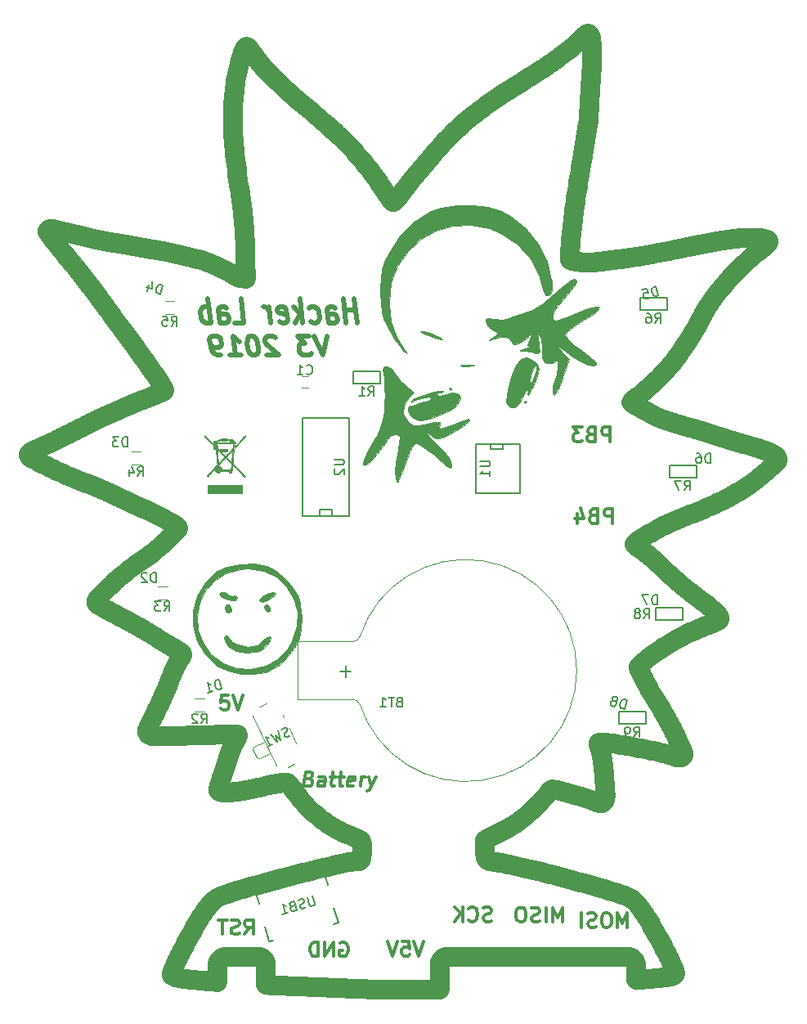
<source format=gbo>
G04 #@! TF.GenerationSoftware,KiCad,Pcbnew,(5.0.2)-1*
G04 #@! TF.CreationDate,2019-04-28T20:41:14-04:00*
G04 #@! TF.ProjectId,Badge2019,42616467-6532-4303-9139-2e6b69636164,rev?*
G04 #@! TF.SameCoordinates,Original*
G04 #@! TF.FileFunction,Legend,Bot*
G04 #@! TF.FilePolarity,Positive*
%FSLAX46Y46*%
G04 Gerber Fmt 4.6, Leading zero omitted, Abs format (unit mm)*
G04 Created by KiCad (PCBNEW (5.0.2)-1) date 4/28/2019 8:41:14 PM*
%MOMM*%
%LPD*%
G01*
G04 APERTURE LIST*
%ADD10C,0.500000*%
%ADD11C,0.300000*%
%ADD12C,0.127000*%
%ADD13C,0.120000*%
%ADD14C,2.000000*%
%ADD15C,0.150000*%
%ADD16C,0.010000*%
G04 APERTURE END LIST*
D10*
X199392276Y-71914521D02*
X198975609Y-73914521D01*
X198058943Y-71914521D01*
X197582752Y-71914521D02*
X196344657Y-71914521D01*
X197106562Y-72676426D01*
X196820847Y-72676426D01*
X196642276Y-72771664D01*
X196558943Y-72866902D01*
X196487514Y-73057379D01*
X196547038Y-73533569D01*
X196666085Y-73724045D01*
X196773228Y-73819283D01*
X196975609Y-73914521D01*
X197547038Y-73914521D01*
X197725609Y-73819283D01*
X197808943Y-73724045D01*
X194082752Y-72104998D02*
X193975609Y-72009760D01*
X193773228Y-71914521D01*
X193297038Y-71914521D01*
X193118466Y-72009760D01*
X193035133Y-72104998D01*
X192963705Y-72295474D01*
X192987514Y-72485950D01*
X193118466Y-72771664D01*
X194404181Y-73914521D01*
X193166085Y-73914521D01*
X191677990Y-71914521D02*
X191487514Y-71914521D01*
X191308943Y-72009760D01*
X191225609Y-72104998D01*
X191154181Y-72295474D01*
X191106562Y-72676426D01*
X191166085Y-73152617D01*
X191308943Y-73533569D01*
X191427990Y-73724045D01*
X191535133Y-73819283D01*
X191737514Y-73914521D01*
X191927990Y-73914521D01*
X192106562Y-73819283D01*
X192189895Y-73724045D01*
X192261324Y-73533569D01*
X192308943Y-73152617D01*
X192249419Y-72676426D01*
X192106562Y-72295474D01*
X191987514Y-72104998D01*
X191880371Y-72009760D01*
X191677990Y-71914521D01*
X189356562Y-73914521D02*
X190499419Y-73914521D01*
X189927990Y-73914521D02*
X189677990Y-71914521D01*
X189904181Y-72200236D01*
X190118466Y-72390712D01*
X190320847Y-72485950D01*
X188404181Y-73914521D02*
X188023228Y-73914521D01*
X187820847Y-73819283D01*
X187713705Y-73724045D01*
X187487514Y-73438331D01*
X187344657Y-73057379D01*
X187249419Y-72295474D01*
X187320847Y-72104998D01*
X187404181Y-72009760D01*
X187582752Y-71914521D01*
X187963705Y-71914521D01*
X188166085Y-72009760D01*
X188273228Y-72104998D01*
X188392276Y-72295474D01*
X188451800Y-72771664D01*
X188380371Y-72962140D01*
X188297038Y-73057379D01*
X188118466Y-73152617D01*
X187737514Y-73152617D01*
X187535133Y-73057379D01*
X187427990Y-72962140D01*
X187308943Y-72771664D01*
X202519319Y-70554232D02*
X202206819Y-68054232D01*
X202355628Y-69244708D02*
X201212771Y-69244708D01*
X201376461Y-70554232D02*
X201063961Y-68054232D01*
X199566938Y-70554232D02*
X199403247Y-69244708D01*
X199468723Y-69006613D01*
X199644319Y-68887565D01*
X200025271Y-68887565D01*
X200230628Y-69006613D01*
X199552057Y-70435184D02*
X199757414Y-70554232D01*
X200233604Y-70554232D01*
X200409200Y-70435184D01*
X200474676Y-70197089D01*
X200444914Y-69958994D01*
X200319914Y-69720899D01*
X200114557Y-69601851D01*
X199638366Y-69601851D01*
X199433009Y-69482803D01*
X197742533Y-70435184D02*
X197947890Y-70554232D01*
X198328842Y-70554232D01*
X198504438Y-70435184D01*
X198584795Y-70316137D01*
X198650271Y-70078041D01*
X198560985Y-69363756D01*
X198435985Y-69125660D01*
X198325866Y-69006613D01*
X198120509Y-68887565D01*
X197739557Y-68887565D01*
X197563961Y-69006613D01*
X196900271Y-70554232D02*
X196587771Y-68054232D01*
X196590747Y-69601851D02*
X196138366Y-70554232D01*
X195930033Y-68887565D02*
X196810985Y-69839946D01*
X194504438Y-70435184D02*
X194709795Y-70554232D01*
X195090747Y-70554232D01*
X195266342Y-70435184D01*
X195331819Y-70197089D01*
X195212771Y-69244708D01*
X195087771Y-69006613D01*
X194882414Y-68887565D01*
X194501461Y-68887565D01*
X194325866Y-69006613D01*
X194260390Y-69244708D01*
X194290152Y-69482803D01*
X195272295Y-69720899D01*
X193566938Y-70554232D02*
X193358604Y-68887565D01*
X193418128Y-69363756D02*
X193293128Y-69125660D01*
X193183009Y-69006613D01*
X192977652Y-68887565D01*
X192787176Y-68887565D01*
X189852652Y-70554232D02*
X190805033Y-70554232D01*
X190492533Y-68054232D01*
X188328842Y-70554232D02*
X188165152Y-69244708D01*
X188230628Y-69006613D01*
X188406223Y-68887565D01*
X188787176Y-68887565D01*
X188992533Y-69006613D01*
X188313961Y-70435184D02*
X188519319Y-70554232D01*
X188995509Y-70554232D01*
X189171104Y-70435184D01*
X189236580Y-70197089D01*
X189206819Y-69958994D01*
X189081819Y-69720899D01*
X188876461Y-69601851D01*
X188400271Y-69601851D01*
X188194914Y-69482803D01*
X187376461Y-70554232D02*
X187063961Y-68054232D01*
X187183009Y-69006613D02*
X186977652Y-68887565D01*
X186596700Y-68887565D01*
X186421104Y-69006613D01*
X186340747Y-69125660D01*
X186275271Y-69363756D01*
X186364557Y-70078041D01*
X186489557Y-70316137D01*
X186599676Y-70435184D01*
X186805033Y-70554232D01*
X187185985Y-70554232D01*
X187361580Y-70435184D01*
D11*
X190892168Y-133838071D02*
X191392168Y-133123785D01*
X191749311Y-133838071D02*
X191749311Y-132338071D01*
X191177882Y-132338071D01*
X191035025Y-132409500D01*
X190963597Y-132480928D01*
X190892168Y-132623785D01*
X190892168Y-132838071D01*
X190963597Y-132980928D01*
X191035025Y-133052357D01*
X191177882Y-133123785D01*
X191749311Y-133123785D01*
X190320740Y-133766642D02*
X190106454Y-133838071D01*
X189749311Y-133838071D01*
X189606454Y-133766642D01*
X189535025Y-133695214D01*
X189463597Y-133552357D01*
X189463597Y-133409500D01*
X189535025Y-133266642D01*
X189606454Y-133195214D01*
X189749311Y-133123785D01*
X190035025Y-133052357D01*
X190177882Y-132980928D01*
X190249311Y-132909500D01*
X190320740Y-132766642D01*
X190320740Y-132623785D01*
X190249311Y-132480928D01*
X190177882Y-132409500D01*
X190035025Y-132338071D01*
X189677882Y-132338071D01*
X189463597Y-132409500D01*
X189035025Y-132338071D02*
X188177882Y-132338071D01*
X188606454Y-133838071D02*
X188606454Y-132338071D01*
X200763997Y-134715820D02*
X200906854Y-134644391D01*
X201121140Y-134644391D01*
X201335425Y-134715820D01*
X201478282Y-134858677D01*
X201549711Y-135001534D01*
X201621140Y-135287248D01*
X201621140Y-135501534D01*
X201549711Y-135787248D01*
X201478282Y-135930105D01*
X201335425Y-136072962D01*
X201121140Y-136144391D01*
X200978282Y-136144391D01*
X200763997Y-136072962D01*
X200692568Y-136001534D01*
X200692568Y-135501534D01*
X200978282Y-135501534D01*
X200049711Y-136144391D02*
X200049711Y-134644391D01*
X199192568Y-136144391D01*
X199192568Y-134644391D01*
X198478282Y-136144391D02*
X198478282Y-134644391D01*
X198121140Y-134644391D01*
X197906854Y-134715820D01*
X197763997Y-134858677D01*
X197692568Y-135001534D01*
X197621140Y-135287248D01*
X197621140Y-135501534D01*
X197692568Y-135787248D01*
X197763997Y-135930105D01*
X197906854Y-136072962D01*
X198121140Y-136144391D01*
X198478282Y-136144391D01*
X209387842Y-134591051D02*
X208887842Y-136091051D01*
X208387842Y-134591051D01*
X207173557Y-134591051D02*
X207887842Y-134591051D01*
X207959271Y-135305337D01*
X207887842Y-135233908D01*
X207744985Y-135162480D01*
X207387842Y-135162480D01*
X207244985Y-135233908D01*
X207173557Y-135305337D01*
X207102128Y-135448194D01*
X207102128Y-135805337D01*
X207173557Y-135948194D01*
X207244985Y-136019622D01*
X207387842Y-136091051D01*
X207744985Y-136091051D01*
X207887842Y-136019622D01*
X207959271Y-135948194D01*
X206673557Y-134591051D02*
X206173557Y-136091051D01*
X205673557Y-134591051D01*
X216434111Y-132448382D02*
X216219825Y-132519811D01*
X215862682Y-132519811D01*
X215719825Y-132448382D01*
X215648397Y-132376954D01*
X215576968Y-132234097D01*
X215576968Y-132091240D01*
X215648397Y-131948382D01*
X215719825Y-131876954D01*
X215862682Y-131805525D01*
X216148397Y-131734097D01*
X216291254Y-131662668D01*
X216362682Y-131591240D01*
X216434111Y-131448382D01*
X216434111Y-131305525D01*
X216362682Y-131162668D01*
X216291254Y-131091240D01*
X216148397Y-131019811D01*
X215791254Y-131019811D01*
X215576968Y-131091240D01*
X214076968Y-132376954D02*
X214148397Y-132448382D01*
X214362682Y-132519811D01*
X214505540Y-132519811D01*
X214719825Y-132448382D01*
X214862682Y-132305525D01*
X214934111Y-132162668D01*
X215005540Y-131876954D01*
X215005540Y-131662668D01*
X214934111Y-131376954D01*
X214862682Y-131234097D01*
X214719825Y-131091240D01*
X214505540Y-131019811D01*
X214362682Y-131019811D01*
X214148397Y-131091240D01*
X214076968Y-131162668D01*
X213434111Y-132519811D02*
X213434111Y-131019811D01*
X212576968Y-132519811D02*
X213219825Y-131662668D01*
X212576968Y-131019811D02*
X213434111Y-131876954D01*
X223781642Y-132575691D02*
X223781642Y-131075691D01*
X223281642Y-132147120D01*
X222781642Y-131075691D01*
X222781642Y-132575691D01*
X222067357Y-132575691D02*
X222067357Y-131075691D01*
X221424500Y-132504262D02*
X221210214Y-132575691D01*
X220853071Y-132575691D01*
X220710214Y-132504262D01*
X220638785Y-132432834D01*
X220567357Y-132289977D01*
X220567357Y-132147120D01*
X220638785Y-132004262D01*
X220710214Y-131932834D01*
X220853071Y-131861405D01*
X221138785Y-131789977D01*
X221281642Y-131718548D01*
X221353071Y-131647120D01*
X221424500Y-131504262D01*
X221424500Y-131361405D01*
X221353071Y-131218548D01*
X221281642Y-131147120D01*
X221138785Y-131075691D01*
X220781642Y-131075691D01*
X220567357Y-131147120D01*
X219638785Y-131075691D02*
X219353071Y-131075691D01*
X219210214Y-131147120D01*
X219067357Y-131289977D01*
X218995928Y-131575691D01*
X218995928Y-132075691D01*
X219067357Y-132361405D01*
X219210214Y-132504262D01*
X219353071Y-132575691D01*
X219638785Y-132575691D01*
X219781642Y-132504262D01*
X219924500Y-132361405D01*
X219995928Y-132075691D01*
X219995928Y-131575691D01*
X219924500Y-131289977D01*
X219781642Y-131147120D01*
X219638785Y-131075691D01*
X230479622Y-133124331D02*
X230479622Y-131624331D01*
X229979622Y-132695760D01*
X229479622Y-131624331D01*
X229479622Y-133124331D01*
X228479622Y-131624331D02*
X228193908Y-131624331D01*
X228051051Y-131695760D01*
X227908194Y-131838617D01*
X227836765Y-132124331D01*
X227836765Y-132624331D01*
X227908194Y-132910045D01*
X228051051Y-133052902D01*
X228193908Y-133124331D01*
X228479622Y-133124331D01*
X228622480Y-133052902D01*
X228765337Y-132910045D01*
X228836765Y-132624331D01*
X228836765Y-132124331D01*
X228765337Y-131838617D01*
X228622480Y-131695760D01*
X228479622Y-131624331D01*
X227265337Y-133052902D02*
X227051051Y-133124331D01*
X226693908Y-133124331D01*
X226551051Y-133052902D01*
X226479622Y-132981474D01*
X226408194Y-132838617D01*
X226408194Y-132695760D01*
X226479622Y-132552902D01*
X226551051Y-132481474D01*
X226693908Y-132410045D01*
X226979622Y-132338617D01*
X227122480Y-132267188D01*
X227193908Y-132195760D01*
X227265337Y-132052902D01*
X227265337Y-131910045D01*
X227193908Y-131767188D01*
X227122480Y-131695760D01*
X226979622Y-131624331D01*
X226622480Y-131624331D01*
X226408194Y-131695760D01*
X225765337Y-133124331D02*
X225765337Y-131624331D01*
X228943302Y-91285451D02*
X228943302Y-89785451D01*
X228371874Y-89785451D01*
X228229017Y-89856880D01*
X228157588Y-89928308D01*
X228086160Y-90071165D01*
X228086160Y-90285451D01*
X228157588Y-90428308D01*
X228229017Y-90499737D01*
X228371874Y-90571165D01*
X228943302Y-90571165D01*
X226943302Y-90499737D02*
X226729017Y-90571165D01*
X226657588Y-90642594D01*
X226586160Y-90785451D01*
X226586160Y-90999737D01*
X226657588Y-91142594D01*
X226729017Y-91214022D01*
X226871874Y-91285451D01*
X227443302Y-91285451D01*
X227443302Y-89785451D01*
X226943302Y-89785451D01*
X226800445Y-89856880D01*
X226729017Y-89928308D01*
X226657588Y-90071165D01*
X226657588Y-90214022D01*
X226729017Y-90356880D01*
X226800445Y-90428308D01*
X226943302Y-90499737D01*
X227443302Y-90499737D01*
X225300445Y-90285451D02*
X225300445Y-91285451D01*
X225657588Y-89714022D02*
X226014731Y-90785451D01*
X225086160Y-90785451D01*
X228689302Y-82865351D02*
X228689302Y-81365351D01*
X228117874Y-81365351D01*
X227975017Y-81436780D01*
X227903588Y-81508208D01*
X227832160Y-81651065D01*
X227832160Y-81865351D01*
X227903588Y-82008208D01*
X227975017Y-82079637D01*
X228117874Y-82151065D01*
X228689302Y-82151065D01*
X226689302Y-82079637D02*
X226475017Y-82151065D01*
X226403588Y-82222494D01*
X226332160Y-82365351D01*
X226332160Y-82579637D01*
X226403588Y-82722494D01*
X226475017Y-82793922D01*
X226617874Y-82865351D01*
X227189302Y-82865351D01*
X227189302Y-81365351D01*
X226689302Y-81365351D01*
X226546445Y-81436780D01*
X226475017Y-81508208D01*
X226403588Y-81651065D01*
X226403588Y-81793922D01*
X226475017Y-81936780D01*
X226546445Y-82008208D01*
X226689302Y-82079637D01*
X227189302Y-82079637D01*
X225832160Y-81365351D02*
X224903588Y-81365351D01*
X225403588Y-81936780D01*
X225189302Y-81936780D01*
X225046445Y-82008208D01*
X224975017Y-82079637D01*
X224903588Y-82222494D01*
X224903588Y-82579637D01*
X224975017Y-82722494D01*
X225046445Y-82793922D01*
X225189302Y-82865351D01*
X225617874Y-82865351D01*
X225760731Y-82793922D01*
X225832160Y-82722494D01*
X197581360Y-117738697D02*
X197786717Y-117810125D01*
X197849217Y-117881554D01*
X197902788Y-118024411D01*
X197876002Y-118238697D01*
X197786717Y-118381554D01*
X197706360Y-118452982D01*
X197554574Y-118524411D01*
X196983145Y-118524411D01*
X197170645Y-117024411D01*
X197670645Y-117024411D01*
X197804574Y-117095840D01*
X197867074Y-117167268D01*
X197920645Y-117310125D01*
X197902788Y-117452982D01*
X197813502Y-117595840D01*
X197733145Y-117667268D01*
X197581360Y-117738697D01*
X197081360Y-117738697D01*
X199126002Y-118524411D02*
X199224217Y-117738697D01*
X199170645Y-117595840D01*
X199036717Y-117524411D01*
X198751002Y-117524411D01*
X198599217Y-117595840D01*
X199134931Y-118452982D02*
X198983145Y-118524411D01*
X198626002Y-118524411D01*
X198492074Y-118452982D01*
X198438502Y-118310125D01*
X198456360Y-118167268D01*
X198545645Y-118024411D01*
X198697431Y-117952982D01*
X199054574Y-117952982D01*
X199206360Y-117881554D01*
X199751002Y-117524411D02*
X200322431Y-117524411D01*
X200027788Y-117024411D02*
X199867074Y-118310125D01*
X199920645Y-118452982D01*
X200054574Y-118524411D01*
X200197431Y-118524411D01*
X200608145Y-117524411D02*
X201179574Y-117524411D01*
X200884931Y-117024411D02*
X200724217Y-118310125D01*
X200777788Y-118452982D01*
X200911717Y-118524411D01*
X201054574Y-118524411D01*
X202134931Y-118452982D02*
X201983145Y-118524411D01*
X201697431Y-118524411D01*
X201563502Y-118452982D01*
X201509931Y-118310125D01*
X201581360Y-117738697D01*
X201670645Y-117595840D01*
X201822431Y-117524411D01*
X202108145Y-117524411D01*
X202242074Y-117595840D01*
X202295645Y-117738697D01*
X202277788Y-117881554D01*
X201545645Y-118024411D01*
X202840288Y-118524411D02*
X202965288Y-117524411D01*
X202929574Y-117810125D02*
X203018860Y-117667268D01*
X203099217Y-117595840D01*
X203251002Y-117524411D01*
X203393860Y-117524411D01*
X203751002Y-117524411D02*
X203983145Y-118524411D01*
X204465288Y-117524411D02*
X203983145Y-118524411D01*
X203795645Y-118881554D01*
X203715288Y-118952982D01*
X203563502Y-119024411D01*
X189193205Y-109102151D02*
X188478920Y-109102151D01*
X188407491Y-109816437D01*
X188478920Y-109745008D01*
X188621777Y-109673580D01*
X188978920Y-109673580D01*
X189121777Y-109745008D01*
X189193205Y-109816437D01*
X189264634Y-109959294D01*
X189264634Y-110316437D01*
X189193205Y-110459294D01*
X189121777Y-110530722D01*
X188978920Y-110602151D01*
X188621777Y-110602151D01*
X188478920Y-110530722D01*
X188407491Y-110459294D01*
X189693205Y-109102151D02*
X190193205Y-110602151D01*
X190693205Y-109102151D01*
D12*
G04 #@! TO.C,R9*
X229610920Y-110827820D02*
X229610920Y-112097820D01*
X232404920Y-110827820D02*
X229610920Y-110827820D01*
X232404920Y-112097820D02*
X232404920Y-110827820D01*
X229610920Y-112097820D02*
X232404920Y-112097820D01*
D13*
G04 #@! TO.C,R2*
X186715020Y-109431540D02*
X185715020Y-109431540D01*
X185715020Y-110791540D02*
X186715020Y-110791540D01*
G04 #@! TO.C,R3*
X182859300Y-97800880D02*
X181859300Y-97800880D01*
X181859300Y-99160880D02*
X182859300Y-99160880D01*
G04 #@! TO.C,R5*
X183611140Y-68293700D02*
X182611140Y-68293700D01*
X182611140Y-69653700D02*
X183611140Y-69653700D01*
G04 #@! TO.C,R4*
X180136420Y-83828340D02*
X179136420Y-83828340D01*
X179136420Y-85188340D02*
X180136420Y-85188340D01*
D14*
G04 #@! TO.C,*
X190949580Y-62923420D02*
X190958206Y-63180451D01*
X190121101Y-65796870D02*
X190093112Y-65785393D01*
X190093112Y-65785393D02*
X190065395Y-65773676D01*
X190958206Y-63180451D02*
X190966120Y-63441711D01*
X190534980Y-65925344D02*
X190509727Y-65920099D01*
X190509727Y-65920099D02*
X190483894Y-65914284D01*
X190319884Y-65868663D02*
X190291578Y-65859477D01*
X190483894Y-65914284D02*
X190457536Y-65907921D01*
X190966120Y-63441711D02*
X190973336Y-63707370D01*
X190973336Y-63707370D02*
X190979867Y-63977598D01*
X190263147Y-65849898D02*
X190234648Y-65839947D01*
X190403478Y-65893640D02*
X190375890Y-65885767D01*
X190348007Y-65877434D02*
X190319884Y-65868663D01*
X190457536Y-65907921D02*
X190430712Y-65901032D01*
X190430712Y-65901032D02*
X190403478Y-65893640D01*
X190559596Y-65929998D02*
X190534980Y-65925344D01*
X190375890Y-65885767D02*
X190348007Y-65877434D01*
X190291578Y-65859477D02*
X190263147Y-65849898D01*
X190206136Y-65829646D02*
X190177670Y-65819019D01*
X190177670Y-65819019D02*
X190149306Y-65808086D01*
X190583517Y-65934038D02*
X190559596Y-65929998D01*
X190234648Y-65839947D02*
X190206136Y-65829646D01*
X190149306Y-65808086D02*
X190121101Y-65796870D01*
X199932225Y-122691090D02*
X200143982Y-122816100D01*
X202044611Y-123728892D02*
X202092856Y-123748805D01*
X199723499Y-122562564D02*
X199932225Y-122691090D01*
X202569498Y-123960035D02*
X202606090Y-123977627D01*
X202841540Y-124100376D02*
X202862757Y-124112951D01*
X202913773Y-124146154D02*
X202926332Y-124155599D01*
X200143982Y-122816100D02*
X200358766Y-122937590D01*
X201248086Y-123388289D02*
X201477940Y-123492132D01*
X202936551Y-124164174D02*
X202944360Y-124171845D01*
X202707020Y-124027751D02*
X202737481Y-124043460D01*
X202279284Y-123828081D02*
X202323903Y-123847633D01*
X202766233Y-124058612D02*
X202793208Y-124073171D01*
X197982111Y-121248121D02*
X198163356Y-121408150D01*
X199115556Y-122155919D02*
X199315160Y-122294976D01*
X202926332Y-124155599D02*
X202936551Y-124164174D01*
X203023850Y-124724194D02*
X203026135Y-124805517D01*
X200797398Y-123169998D02*
X201021237Y-123280910D01*
X202410261Y-123886174D02*
X202451860Y-123905094D01*
X202641254Y-123994800D02*
X202674921Y-124011520D01*
X201995851Y-123709012D02*
X202044611Y-123728892D01*
X202531549Y-123942059D02*
X202569498Y-123960035D01*
X202972309Y-124234465D02*
X202982111Y-124274478D01*
X203011586Y-124501072D02*
X203016589Y-124571376D01*
X198347671Y-121564692D02*
X198535053Y-121717743D01*
X202187521Y-123788587D02*
X202233801Y-123808387D01*
X197628852Y-120917613D02*
X197803941Y-121084608D01*
X202140516Y-123768715D02*
X202187521Y-123788587D01*
X202323903Y-123847633D02*
X202367585Y-123867009D01*
X202492313Y-123923734D02*
X202531549Y-123942059D01*
X199517809Y-122430525D02*
X199723499Y-122562564D01*
X198919000Y-122013360D02*
X199115556Y-122155919D01*
X202793208Y-124073171D02*
X202818333Y-124087104D01*
X201477940Y-123492132D02*
X201710795Y-123592436D01*
X202862757Y-124112951D02*
X202881915Y-124124796D01*
X202367585Y-123867009D02*
X202410261Y-123886174D01*
X201946647Y-123689198D02*
X201995851Y-123709012D01*
X201710795Y-123592436D02*
X201946647Y-123689198D01*
X202898944Y-124135875D02*
X202913773Y-124146154D01*
X202881915Y-124124796D02*
X202898944Y-124135875D01*
X202944360Y-124171845D02*
X202949688Y-124178578D01*
X202949688Y-124178578D02*
X202961505Y-124202300D01*
X202961505Y-124202300D02*
X202972309Y-124234465D01*
X202998769Y-124375658D02*
X203005651Y-124435634D01*
X203005651Y-124435634D02*
X203011586Y-124501072D01*
X201021237Y-123280910D02*
X201248086Y-123388289D01*
X202606090Y-123977627D02*
X202641254Y-123994800D01*
X203016589Y-124571376D02*
X203020672Y-124645948D01*
X202818333Y-124087104D02*
X202841540Y-124100376D01*
X202990927Y-124321741D02*
X202998769Y-124375658D01*
X203020672Y-124645948D02*
X203023850Y-124724194D01*
X203026135Y-124805517D02*
X203027541Y-124889320D01*
X202982111Y-124274478D02*
X202990927Y-124321741D01*
X198163356Y-121408150D02*
X198347671Y-121564692D01*
X200576573Y-123055557D02*
X200797398Y-123169998D01*
X200358766Y-122937590D02*
X200576573Y-123055557D01*
X202233801Y-123808387D02*
X202279284Y-123828081D01*
X197803941Y-121084608D02*
X197982111Y-121248121D01*
X202451860Y-123905094D02*
X202492313Y-123923734D01*
X202674921Y-124011520D02*
X202707020Y-124027751D01*
X202092856Y-123748805D02*
X202140516Y-123768715D01*
X202737481Y-124043460D02*
X202766233Y-124058612D01*
X198725498Y-121867300D02*
X198919000Y-122013360D01*
X198535053Y-121717743D02*
X198725498Y-121867300D01*
X199315160Y-122294976D02*
X199517809Y-122430525D01*
X202676084Y-126260020D02*
X202660164Y-126263409D01*
X200493183Y-126635642D02*
X200048938Y-126734447D01*
X203024649Y-125237414D02*
X203021864Y-125324676D01*
X200048938Y-126734447D02*
X199574885Y-126842704D01*
X199574885Y-126842704D02*
X199074454Y-126959538D01*
X198551079Y-127084070D02*
X198008191Y-127215425D01*
X198008191Y-127215425D02*
X197449221Y-127352725D01*
X202611463Y-126272044D02*
X202595017Y-126274383D01*
X202898402Y-126166322D02*
X202890772Y-126172711D01*
X202561985Y-126278202D02*
X202545459Y-126279664D01*
X202941568Y-126080972D02*
X202930105Y-126115715D01*
X199074454Y-126959538D02*
X198551079Y-127084070D01*
X202737407Y-126244150D02*
X202722490Y-126248448D01*
X202980796Y-125871401D02*
X202972009Y-125933191D01*
X197449221Y-127352725D02*
X196877602Y-127495094D01*
X202863710Y-126191286D02*
X202853399Y-126197251D01*
X202691799Y-126256392D02*
X202676084Y-126260020D01*
X202627823Y-126269429D02*
X202611463Y-126272044D01*
X202831022Y-126208790D02*
X202819015Y-126214346D01*
X202751997Y-126239647D02*
X202737407Y-126244150D01*
X202545459Y-126279664D02*
X202528966Y-126280817D01*
X202952382Y-126038573D02*
X202941568Y-126080972D01*
X202340491Y-126290415D02*
X202147165Y-126314093D01*
X202578514Y-126276439D02*
X202561985Y-126278202D01*
X202644066Y-126266548D02*
X202627823Y-126269429D01*
X202806503Y-126219748D02*
X202793515Y-126224988D01*
X202528966Y-126280817D02*
X202512536Y-126281651D01*
X202873396Y-126185202D02*
X202863710Y-126191286D01*
X203026622Y-125149651D02*
X203024649Y-125237414D01*
X203018282Y-125410841D02*
X203013915Y-125495313D01*
X203002884Y-125656791D02*
X202996247Y-125732605D01*
X203013915Y-125495313D02*
X203008778Y-125577495D01*
X202988880Y-125804341D02*
X202980796Y-125871401D01*
X202766232Y-126234946D02*
X202751997Y-126239647D01*
X202707278Y-126252532D02*
X202691799Y-126256392D01*
X202479986Y-126282328D02*
X202340491Y-126290415D01*
X202147165Y-126314093D02*
X201903440Y-126352483D01*
X203027771Y-125061984D02*
X203026622Y-125149651D01*
X203021864Y-125324676D02*
X203018282Y-125410841D01*
X202512536Y-126281651D02*
X202496200Y-126282157D01*
X202918007Y-126142206D02*
X202905288Y-126159848D01*
X202882426Y-126179007D02*
X202873396Y-126185202D01*
X202660164Y-126263409D02*
X202644066Y-126266548D01*
X202496200Y-126282157D02*
X202479986Y-126282328D01*
X201903440Y-126352483D02*
X201612748Y-126404710D01*
X202972009Y-125933191D02*
X202962534Y-125989114D01*
X201612748Y-126404710D02*
X201278519Y-126469897D01*
X202853399Y-126197251D02*
X202842493Y-126203089D01*
X202842493Y-126203089D02*
X202831022Y-126208790D01*
X202996247Y-125732605D02*
X202988880Y-125804341D01*
X202793515Y-126224988D02*
X202780081Y-126230057D01*
X202905288Y-126159848D02*
X202898402Y-126166322D01*
X203008778Y-125577495D02*
X203002884Y-125656791D01*
X202930105Y-126115715D02*
X202918007Y-126142206D01*
X202780081Y-126230057D02*
X202766232Y-126234946D01*
X202722490Y-126248448D02*
X202707278Y-126252532D01*
X203028082Y-124975008D02*
X203027771Y-125061984D01*
X202890772Y-126172711D02*
X202882426Y-126179007D01*
X202595017Y-126274383D02*
X202578514Y-126276439D01*
X202962534Y-125989114D02*
X202952382Y-126038573D01*
X201278519Y-126469897D02*
X200904187Y-126547166D01*
X200904187Y-126547166D02*
X200493183Y-126635642D01*
X203027541Y-124889320D02*
X203028082Y-124975008D01*
X202819015Y-126214346D02*
X202806503Y-126219748D01*
X186462780Y-131862783D02*
X186322755Y-132081069D01*
X195121165Y-127943845D02*
X194533265Y-128097721D01*
X187611899Y-130423358D02*
X187559109Y-130472467D01*
X186322755Y-132081069D02*
X186177814Y-132313076D01*
X190280672Y-129279731D02*
X189856901Y-129408207D01*
X186028765Y-132557253D02*
X185876413Y-132812045D01*
X185250128Y-133906319D02*
X185093372Y-134190898D01*
X187929991Y-130167045D02*
X187876539Y-130205436D01*
X185093372Y-134190898D02*
X184938157Y-134476777D01*
X192810348Y-128559950D02*
X192261077Y-128711304D01*
X191730041Y-128859837D02*
X191220674Y-129004670D01*
X186960860Y-131151941D02*
X186903445Y-131227604D01*
X186597081Y-131659773D02*
X186462780Y-131862783D01*
X187184187Y-130873548D02*
X187129195Y-130939602D01*
X186177814Y-132313076D02*
X186028765Y-132557253D01*
X184938157Y-134476777D02*
X184785288Y-134762401D01*
X193949874Y-128252281D02*
X193374425Y-128406650D01*
X184785288Y-134762401D02*
X184635574Y-135046219D01*
X184635574Y-135046219D02*
X184489821Y-135326676D01*
X188373146Y-129914278D02*
X188315727Y-129941031D01*
X195710142Y-127791531D02*
X195121165Y-127943845D01*
X188092386Y-130061406D02*
X188037859Y-130095078D01*
X187017587Y-131078751D02*
X186960860Y-131151941D01*
X185407617Y-133624591D02*
X185250128Y-133906319D01*
X196296765Y-127641655D02*
X195710142Y-127791531D01*
X189118976Y-129642662D02*
X188811686Y-129746888D01*
X189856901Y-129408207D02*
X189468525Y-129529476D01*
X188490271Y-129864449D02*
X188431309Y-129888766D01*
X187664661Y-130376153D02*
X187611899Y-130423358D01*
X187506237Y-130523528D02*
X187453227Y-130576590D01*
X187346574Y-130688900D02*
X187292821Y-130748245D01*
X191220674Y-129004670D02*
X190736407Y-129144927D01*
X188037859Y-130095078D02*
X187983746Y-130130275D01*
X187453227Y-130576590D02*
X187400024Y-130631698D01*
X187238710Y-130809778D02*
X187184187Y-130873548D01*
X185876413Y-132812045D02*
X185721567Y-133075901D01*
X188147381Y-130029213D02*
X188092386Y-130061406D01*
X188202899Y-129998451D02*
X188147381Y-130029213D01*
X189468525Y-129529476D02*
X189118976Y-129642662D01*
X187717452Y-130330806D02*
X187664661Y-130376153D01*
X188431309Y-129888766D02*
X188373146Y-129914278D01*
X187559109Y-130472467D02*
X187506237Y-130523528D01*
X188550087Y-129841278D02*
X188490271Y-129864449D01*
X187983746Y-130130275D02*
X187929991Y-130167045D01*
X194533265Y-128097721D02*
X193949874Y-128252281D01*
X187129195Y-130939602D02*
X187073680Y-131007987D01*
X186845287Y-131305788D02*
X186724853Y-131473590D01*
X190736407Y-129144927D02*
X190280672Y-129279731D01*
X188258996Y-129969073D02*
X188202899Y-129998451D01*
X187292821Y-130748245D02*
X187238710Y-130809778D01*
X185721567Y-133075901D02*
X185565032Y-133347267D01*
X188315727Y-129941031D02*
X188258996Y-129969073D01*
X187400024Y-130631698D02*
X187346574Y-130688900D01*
X186903445Y-131227604D02*
X186845287Y-131305788D01*
X185565032Y-133347267D02*
X185407617Y-133624591D01*
X196877602Y-127495094D02*
X196296765Y-127641655D01*
X193374425Y-128406650D02*
X192810348Y-128559950D01*
X188811686Y-129746888D02*
X188550087Y-129841278D01*
X187876539Y-130205436D02*
X187823335Y-130245495D01*
X192261077Y-128711304D02*
X191730041Y-128859837D01*
X187770325Y-130287269D02*
X187717452Y-130330806D01*
X187073680Y-131007987D02*
X187017587Y-131078751D01*
X187823335Y-130245495D02*
X187770325Y-130287269D01*
X186724853Y-131473590D02*
X186597081Y-131659773D01*
X184086056Y-138363920D02*
X184181934Y-138381308D01*
X185354985Y-138537014D02*
X185522485Y-138554716D01*
X183563249Y-137263028D02*
X183489465Y-137443365D01*
X183996531Y-138346417D02*
X184086056Y-138363920D01*
X183327667Y-138074368D02*
X183343727Y-138096280D01*
X186635502Y-138659974D02*
X186686544Y-138664446D01*
X184181934Y-138381308D02*
X184284312Y-138398607D01*
X184348837Y-135602220D02*
X184213428Y-135871299D01*
X183322713Y-137960295D02*
X183317156Y-138030658D01*
X184761761Y-138467453D02*
X184898845Y-138484709D01*
X186584484Y-138655480D02*
X186635502Y-138659974D01*
X183848723Y-136624211D02*
X183743686Y-136851898D01*
X183452344Y-138179314D02*
X183491328Y-138199052D01*
X183743686Y-136851898D02*
X183648259Y-137065355D01*
X183764593Y-138292951D02*
X183835946Y-138310959D01*
X185522485Y-138554716D02*
X185697958Y-138572596D01*
X184509154Y-138433047D02*
X184631913Y-138450241D01*
X186073409Y-138608996D02*
X186273682Y-138627570D01*
X186737612Y-138668898D02*
X186788708Y-138673329D01*
X186839833Y-138677740D02*
X186890988Y-138682132D01*
X186890988Y-138682132D02*
X186942176Y-138686504D01*
X186942176Y-138686504D02*
X186993397Y-138690858D01*
X184489821Y-135326676D02*
X184348837Y-135602220D01*
X183535339Y-138218435D02*
X183584523Y-138237490D01*
X186273682Y-138627570D02*
X186482517Y-138646428D01*
X183388866Y-138138667D02*
X183418239Y-138159195D01*
X183343727Y-138096280D02*
X183364078Y-138117704D01*
X185697958Y-138572596D02*
X185881550Y-138590680D01*
X185195310Y-138519463D02*
X185354985Y-138537014D01*
X183913210Y-138328773D02*
X183996531Y-138346417D01*
X183699003Y-138274721D02*
X183764593Y-138292951D01*
X183343529Y-137864831D02*
X183322713Y-137960295D01*
X183427712Y-137604813D02*
X183378797Y-137745819D01*
X184898845Y-138484709D02*
X185043312Y-138502037D01*
X185881550Y-138590680D02*
X186073409Y-138608996D01*
X187044652Y-138695194D02*
X187095944Y-138699512D01*
X185043312Y-138502037D02*
X185195310Y-138519463D01*
X187095944Y-138699512D02*
X187147273Y-138703812D01*
X183364078Y-138117704D02*
X183388866Y-138138667D01*
X186686544Y-138664446D02*
X186737612Y-138668898D01*
X187198642Y-138708095D02*
X187250052Y-138712362D01*
X186482517Y-138646428D02*
X186533490Y-138650965D01*
X183317156Y-138030658D02*
X183327667Y-138074368D01*
X187147273Y-138703812D02*
X187198642Y-138708095D01*
X184631913Y-138450241D02*
X184761761Y-138467453D01*
X183378797Y-137745819D02*
X183343529Y-137864831D01*
X187250052Y-138712362D02*
X187301503Y-138716613D01*
X183962564Y-136383847D02*
X183848723Y-136624211D01*
X186993397Y-138690858D02*
X187044652Y-138695194D01*
X186788708Y-138673329D02*
X186839833Y-138677740D01*
X187301503Y-138716613D02*
X187352998Y-138720847D01*
X187352998Y-138720847D02*
X187404538Y-138725067D01*
X183491328Y-138199052D02*
X183535339Y-138218435D01*
X184393336Y-138415845D02*
X184509154Y-138433047D01*
X184213428Y-135871299D02*
X184084401Y-136132359D01*
X184284312Y-138398607D02*
X184393336Y-138415845D01*
X183418239Y-138159195D02*
X183452344Y-138179314D01*
X183489465Y-137443365D02*
X183427712Y-137604813D01*
X184084401Y-136132359D02*
X183962564Y-136383847D01*
X183648259Y-137065355D02*
X183563249Y-137263028D01*
X186533490Y-138650965D02*
X186584484Y-138655480D01*
X183639029Y-138256243D02*
X183699003Y-138274721D01*
X183584523Y-138237490D02*
X183639029Y-138256243D01*
X183835946Y-138310959D02*
X183913210Y-138328773D01*
X192306530Y-136186725D02*
X192349416Y-136190071D01*
X188684960Y-136212858D02*
X188725694Y-136203192D01*
X187662965Y-138745949D02*
X187714805Y-138750086D01*
X188131837Y-136712319D02*
X188147323Y-136674239D01*
X188809426Y-136190071D02*
X188852313Y-136186725D01*
X192391641Y-136195578D02*
X192433147Y-136203192D01*
X192513785Y-136224519D02*
X192552806Y-136238120D01*
X187922735Y-138766512D02*
X187974866Y-138770591D01*
X188080444Y-136958595D02*
X188083790Y-136915709D01*
X192552806Y-136238120D02*
X192590886Y-136253605D01*
X191025867Y-66003838D02*
X190583517Y-65934038D01*
X187507759Y-138733462D02*
X187559443Y-138737638D01*
X188426142Y-136333280D02*
X188459908Y-136310812D01*
X187559443Y-138737638D02*
X187611178Y-138741800D01*
X188303816Y-136438661D02*
X188332376Y-136410100D01*
X192263037Y-136185598D02*
X192306530Y-136186725D01*
X192590886Y-136253605D02*
X192627971Y-136270919D01*
X192627971Y-136270919D02*
X192664005Y-136290007D01*
X188567954Y-136253605D02*
X188606034Y-136238120D01*
X192664005Y-136290007D02*
X192698932Y-136310812D01*
X192698932Y-136310812D02*
X192732697Y-136333280D01*
X188393595Y-136357354D02*
X188426142Y-136333280D01*
X192732697Y-136333280D02*
X192765244Y-136357354D01*
X192765244Y-136357354D02*
X192796519Y-136382979D01*
X192433147Y-136203192D02*
X192473881Y-136212858D01*
X192796519Y-136382979D02*
X192826464Y-136410100D01*
X192826464Y-136410100D02*
X192855025Y-136438661D01*
X192855025Y-136438661D02*
X192882146Y-136468606D01*
X188027059Y-138774659D02*
X188079317Y-138778718D01*
X188118237Y-136751340D02*
X188131837Y-136712319D01*
X188164637Y-136637154D02*
X188183724Y-136601120D01*
X187870664Y-138762423D02*
X187922735Y-138766512D01*
X187766701Y-138754210D02*
X187818654Y-138758322D01*
X188183724Y-136601120D02*
X188204529Y-136566193D01*
X188226996Y-136532428D02*
X188251070Y-136499881D01*
X188276695Y-136468606D02*
X188303816Y-136438661D01*
X192349416Y-136190071D02*
X192391641Y-136195578D01*
X190979867Y-63977598D02*
X191025867Y-66003838D01*
X188106576Y-136791244D02*
X188118237Y-136751340D01*
X188147323Y-136674239D02*
X188164637Y-136637154D01*
X188494835Y-136290007D02*
X188530869Y-136270919D01*
X192473881Y-136212858D02*
X192513785Y-136224519D01*
X187974866Y-138770591D02*
X188027059Y-138774659D01*
X187404538Y-138725067D02*
X187456125Y-138729272D01*
X188079317Y-137002088D02*
X188080444Y-136958595D01*
X187818654Y-138758322D02*
X187870664Y-138762423D01*
X188332376Y-136410100D02*
X188362321Y-136382979D01*
X187456125Y-138729272D02*
X187507759Y-138733462D01*
X188606034Y-136238120D02*
X188645055Y-136224519D01*
X188251070Y-136499881D02*
X188276695Y-136468606D01*
X188645055Y-136224519D02*
X188684960Y-136212858D01*
X188079317Y-138778718D02*
X188079317Y-137002088D01*
X188204529Y-136566193D02*
X188226996Y-136532428D01*
X188459908Y-136310812D02*
X188494835Y-136290007D01*
X188852313Y-136186725D02*
X188895807Y-136185598D01*
X188530869Y-136270919D02*
X188567954Y-136253605D01*
X188096911Y-136831978D02*
X188106576Y-136791244D01*
X187714805Y-138750086D02*
X187766701Y-138754210D01*
X188083790Y-136915709D02*
X188089297Y-136873484D01*
X187611178Y-138741800D02*
X187662965Y-138745949D01*
X188362321Y-136382979D02*
X188393595Y-136357354D01*
X188767201Y-136195578D02*
X188809426Y-136190071D01*
X188089297Y-136873484D02*
X188096911Y-136831978D01*
X188725694Y-136203192D02*
X188767201Y-136195578D01*
X192975118Y-136601120D02*
X192994206Y-136637154D01*
X193320640Y-139098800D02*
X193566014Y-139110943D01*
X193078400Y-136958595D02*
X193079527Y-137002088D01*
X193079527Y-139086708D02*
X193320640Y-139098800D01*
X192882146Y-136468606D02*
X192907771Y-136499881D01*
X195993304Y-139223724D02*
X196290348Y-139236782D01*
X193566014Y-139110943D02*
X193815813Y-139123143D01*
X193011520Y-136674239D02*
X193027005Y-136712319D01*
X192954313Y-136566193D02*
X192975118Y-136601120D01*
X194862564Y-139172671D02*
X195136963Y-139185272D01*
X201980971Y-139468912D02*
X202403655Y-139485254D01*
X193061933Y-136831978D02*
X193069547Y-136873484D01*
X196290348Y-139236782D02*
X196593465Y-139249973D01*
X193069547Y-136873484D02*
X193075054Y-136915709D01*
X193079527Y-137002088D02*
X193079527Y-139086708D01*
X197218576Y-139276784D02*
X197540899Y-139290419D01*
X194329349Y-139147746D02*
X194593414Y-139160165D01*
X203282808Y-139518728D02*
X203482458Y-139526031D01*
X203482458Y-139526031D02*
X203688473Y-139533000D01*
X198899159Y-139346665D02*
X199256789Y-139361191D01*
X200764508Y-139421376D02*
X201161562Y-139436980D01*
X203900548Y-139539636D02*
X204118378Y-139545940D01*
X192994206Y-136637154D02*
X193011520Y-136674239D01*
X197540899Y-139290419D02*
X197869955Y-139304217D01*
X198205907Y-139318186D02*
X198548920Y-139332333D01*
X205041151Y-139567877D02*
X205283182Y-139572548D01*
X196902819Y-139263305D02*
X197218576Y-139276784D01*
X196593465Y-139249973D02*
X196902819Y-139263305D01*
X195702169Y-139210791D02*
X195993304Y-139223724D01*
X205283182Y-139572548D02*
X205529140Y-139576898D01*
X205529140Y-139576898D02*
X205778718Y-139580928D01*
X201161562Y-139436980D02*
X201566994Y-139452823D01*
X195136963Y-139185272D02*
X195416777Y-139197977D01*
X204341658Y-139551915D02*
X204570084Y-139557561D01*
X204803349Y-139562881D02*
X205041151Y-139567877D01*
X205778718Y-139580928D02*
X206031612Y-139584639D01*
X195416777Y-139197977D02*
X195702169Y-139210791D01*
X199994879Y-139390852D02*
X200375669Y-139406002D01*
X200375669Y-139406002D02*
X200764508Y-139421376D01*
X206031612Y-139584639D02*
X206287518Y-139588033D01*
X198548920Y-139332333D02*
X198899159Y-139346665D01*
X206287518Y-139588033D02*
X206546129Y-139591112D01*
X197869955Y-139304217D02*
X198205907Y-139318186D01*
X201566994Y-139452823D02*
X201980971Y-139468912D01*
X194593414Y-139160165D02*
X194862564Y-139172671D01*
X204570084Y-139557561D02*
X204803349Y-139562881D01*
X206546129Y-139591112D02*
X206807142Y-139593877D01*
X193052267Y-136791244D02*
X193061933Y-136831978D01*
X199621974Y-139375917D02*
X199994879Y-139390852D01*
X206807142Y-139593877D02*
X207070252Y-139596329D01*
X207070252Y-139596329D02*
X207335152Y-139598471D01*
X199256789Y-139361191D02*
X199621974Y-139375917D01*
X192907771Y-136499881D02*
X192931845Y-136532428D01*
X188895807Y-136185598D02*
X192263037Y-136185598D01*
X192931845Y-136532428D02*
X192954313Y-136566193D01*
X193027005Y-136712319D02*
X193040606Y-136751340D01*
X193815813Y-139123143D02*
X194070203Y-139135408D01*
X194070203Y-139135408D02*
X194329349Y-139147746D01*
X193040606Y-136751340D02*
X193052267Y-136791244D01*
X193075054Y-136915709D02*
X193078400Y-136958595D01*
X202403655Y-139485254D02*
X202835213Y-139501857D01*
X203688473Y-139533000D02*
X203900548Y-139539636D01*
X202835213Y-139501857D02*
X203275808Y-139518728D01*
X204118378Y-139545940D02*
X204341658Y-139551915D01*
X211065621Y-136915679D02*
X211071128Y-136873454D01*
X211078742Y-136831948D02*
X211088408Y-136791214D01*
X208675860Y-139604576D02*
X208945108Y-139604888D01*
X211314211Y-136410070D02*
X211344156Y-136382949D01*
X211208830Y-136532398D02*
X211232904Y-136499851D01*
X211441742Y-136310782D02*
X211476670Y-136289977D01*
X211587868Y-136238090D02*
X211626888Y-136224489D01*
X210015625Y-139603153D02*
X210280111Y-139601983D01*
X211285650Y-136438631D02*
X211314211Y-136410070D01*
X211375430Y-136357324D02*
X211407977Y-136333250D01*
X211626888Y-136224489D02*
X211666793Y-136212828D01*
X207869109Y-139601829D02*
X208137556Y-139603049D01*
X211071128Y-136873454D02*
X211078742Y-136831948D01*
X208137556Y-139603049D02*
X208406574Y-139603964D01*
X211100069Y-136751310D02*
X211113670Y-136712289D01*
X211512703Y-136270889D02*
X211549788Y-136253575D01*
X211549788Y-136253575D02*
X211587868Y-136238090D01*
X211666793Y-136212828D02*
X211707526Y-136203162D01*
X211834143Y-136186695D02*
X211877636Y-136185568D01*
X230565382Y-136185568D02*
X230608875Y-136186695D01*
X211186362Y-136566163D02*
X211208830Y-136532398D01*
X230651761Y-136190041D02*
X230693986Y-136195548D01*
X211344156Y-136382949D02*
X211375430Y-136357324D01*
X230693986Y-136195548D02*
X230735492Y-136203162D01*
X230816130Y-136224489D02*
X230855151Y-136238090D01*
X230930316Y-136270889D02*
X230966350Y-136289977D01*
X230966350Y-136289977D02*
X231001277Y-136310782D01*
X231001277Y-136310782D02*
X231035042Y-136333250D01*
X210542730Y-139600521D02*
X210803177Y-139598769D01*
X231035042Y-136333250D02*
X231067589Y-136357324D01*
X231067589Y-136357324D02*
X231098864Y-136382949D01*
X209749576Y-139604031D02*
X210015625Y-139603153D01*
X209214013Y-139604899D02*
X209482271Y-139604613D01*
X211061148Y-137002058D02*
X211062275Y-136958565D01*
X211129155Y-136674209D02*
X211146469Y-136637124D01*
X211165557Y-136601090D02*
X211186362Y-136566163D01*
X211707526Y-136203162D02*
X211749033Y-136195548D01*
X211791257Y-136190041D02*
X211834143Y-136186695D01*
X211061148Y-139596728D02*
X211061148Y-137002058D01*
X211062275Y-136958565D02*
X211065621Y-136915679D01*
X230608875Y-136186695D02*
X230651761Y-136190041D01*
X230735492Y-136203162D02*
X230776226Y-136212828D01*
X210280111Y-139601983D02*
X210542730Y-139600521D01*
X230855151Y-136238090D02*
X230893231Y-136253575D01*
X230893231Y-136253575D02*
X230930316Y-136270889D01*
X209482271Y-139604613D02*
X209749576Y-139604031D01*
X211146469Y-136637124D02*
X211165557Y-136601090D01*
X207601540Y-139600304D02*
X207869109Y-139601829D01*
X211476670Y-136289977D02*
X211512703Y-136270889D01*
X211749033Y-136195548D02*
X211791257Y-136190041D01*
X231098864Y-136382949D02*
X231128809Y-136410070D01*
X231128809Y-136410070D02*
X231157370Y-136438631D01*
X211232904Y-136499851D02*
X211258529Y-136468576D01*
X231157370Y-136438631D02*
X231184491Y-136468576D01*
X211258529Y-136468576D02*
X211285650Y-136438631D01*
X211407977Y-136333250D02*
X211441742Y-136310782D01*
X230776226Y-136212828D02*
X230816130Y-136224489D01*
X208945108Y-139604888D02*
X209214013Y-139604899D01*
X207335152Y-139598471D02*
X207601540Y-139600304D01*
X208406574Y-139603964D02*
X208675860Y-139604576D01*
X210803177Y-139598769D02*
X211061148Y-139596728D01*
X211088408Y-136791214D02*
X211100069Y-136751310D01*
X211113670Y-136712289D02*
X211129155Y-136674209D01*
X203275808Y-139518728D02*
X203282808Y-139518728D01*
X231313865Y-136674209D02*
X231329350Y-136712289D01*
X231749345Y-138556427D02*
X231926977Y-138542081D01*
X231567626Y-138570873D02*
X231749345Y-138556427D01*
X233333080Y-138417992D02*
X233466953Y-138404816D01*
X231234190Y-136532398D02*
X231256658Y-136566163D01*
X235153303Y-138152543D02*
X235172752Y-138144662D01*
X231926977Y-138542081D02*
X232100469Y-138527839D01*
X231342951Y-136751310D02*
X231354612Y-136791214D01*
X231296551Y-136637124D02*
X231313865Y-136674209D01*
X232751991Y-138471969D02*
X232903998Y-138458290D01*
X234938838Y-138214056D02*
X234986274Y-138203536D01*
X231377399Y-136915679D02*
X231380745Y-136958565D01*
X233466953Y-138404816D02*
X233596162Y-138391772D01*
X231380745Y-136958565D02*
X231381872Y-137002058D01*
X235172752Y-138144662D02*
X235191755Y-138136495D01*
X233840375Y-138366096D02*
X233955274Y-138353469D01*
X232434824Y-138499679D02*
X232595583Y-138485766D01*
X235191755Y-138136495D02*
X235210293Y-138128054D01*
X235228350Y-138119350D02*
X235245910Y-138110395D01*
X234365602Y-138304436D02*
X234455604Y-138292561D01*
X231210116Y-136499851D02*
X231234190Y-136532398D01*
X234763715Y-138246682D02*
X234827507Y-138235632D01*
X231329350Y-136712289D02*
X231342951Y-136751310D01*
X233955274Y-138353469D02*
X234065299Y-138340987D01*
X234170397Y-138328652D02*
X234270516Y-138316467D01*
X235092439Y-138174360D02*
X235113130Y-138167404D01*
X233720653Y-138378865D02*
X233840375Y-138366096D01*
X233596162Y-138391772D02*
X233720653Y-138378865D01*
X233194595Y-138431299D02*
X233333080Y-138417992D01*
X219538142Y-136185568D02*
X220346892Y-136185568D01*
X228196542Y-136185568D02*
X230565382Y-136185568D01*
X231184491Y-136468576D02*
X231210116Y-136499851D01*
X220346892Y-136185568D02*
X227198142Y-136185568D01*
X231381872Y-138585418D02*
X231567626Y-138570873D01*
X232903998Y-138458290D02*
X233051550Y-138444732D01*
X234827507Y-138235632D02*
X234885899Y-138224756D01*
X233051550Y-138444732D02*
X233194595Y-138431299D01*
X211877636Y-136185568D02*
X219538142Y-136185568D01*
X234620144Y-138269291D02*
X234694577Y-138257903D01*
X234694577Y-138257903D02*
X234763715Y-138246682D01*
X234270516Y-138316467D02*
X234365602Y-138304436D01*
X235049933Y-138187269D02*
X235071368Y-138180986D01*
X234065299Y-138340987D02*
X234170397Y-138328652D01*
X234885899Y-138224756D02*
X234938838Y-138214056D01*
X232595583Y-138485766D02*
X232751991Y-138471969D01*
X235113130Y-138167404D02*
X235133423Y-138160128D01*
X235133423Y-138160128D02*
X235153303Y-138152543D01*
X231371892Y-136873454D02*
X231377399Y-136915679D01*
X234540469Y-138280845D02*
X234620144Y-138269291D01*
X235262956Y-138101200D02*
X235279471Y-138091777D01*
X235279471Y-138091777D02*
X235295438Y-138082136D01*
X234455604Y-138292561D02*
X234540469Y-138280845D01*
X231256658Y-136566163D02*
X231277463Y-136601090D01*
X227198142Y-136185568D02*
X228196542Y-136185568D01*
X231277463Y-136601090D02*
X231296551Y-136637124D01*
X231354612Y-136791214D02*
X231364278Y-136831948D01*
X232100469Y-138527839D02*
X232269769Y-138513704D01*
X232269769Y-138513704D02*
X232434824Y-138499679D01*
X231364278Y-136831948D02*
X231371892Y-136873454D01*
X234986274Y-138203536D02*
X235028152Y-138193198D01*
X235071368Y-138180986D02*
X235092439Y-138174360D01*
X235210293Y-138128054D02*
X235228350Y-138119350D01*
X235245910Y-138110395D02*
X235262956Y-138101200D01*
X235028152Y-138193198D02*
X235049933Y-138187269D01*
X235378806Y-138020370D02*
X235390472Y-138009528D01*
X233055985Y-133023904D02*
X232897292Y-132755525D01*
X235457862Y-137919213D02*
X235462793Y-137907647D01*
X235456940Y-137765287D02*
X235427871Y-137660845D01*
X235325663Y-138062249D02*
X235339887Y-138052025D01*
X232589207Y-132247700D02*
X232441583Y-132011546D01*
X232299418Y-131789428D02*
X232163596Y-131582993D01*
X235401456Y-137998560D02*
X235411742Y-137987478D01*
X235366475Y-138031074D02*
X235378806Y-138020370D01*
X235470242Y-137844240D02*
X235456940Y-137765287D01*
X235254900Y-137211055D02*
X235171605Y-137021127D01*
X235438245Y-137953656D02*
X235445571Y-137942229D01*
X234171092Y-135018878D02*
X234017525Y-134732946D01*
X235445571Y-137942229D02*
X235452116Y-137930744D01*
X232441583Y-132011546D02*
X232299418Y-131789428D01*
X232163596Y-131582993D02*
X232035001Y-131393886D01*
X233701121Y-134155431D02*
X233540051Y-133867141D01*
X232741405Y-132496241D02*
X232589207Y-132247700D01*
X231803032Y-131074248D02*
X231740563Y-130993710D01*
X234971861Y-136591155D02*
X234857182Y-136354404D01*
X235310841Y-138072290D02*
X235325663Y-138062249D01*
X235466892Y-137896058D02*
X235470242Y-137844240D01*
X235390472Y-138009528D02*
X235401456Y-137998560D01*
X235325966Y-137382082D02*
X235254900Y-137211055D01*
X234464529Y-135576856D02*
X234320387Y-135300730D01*
X234602631Y-135845608D02*
X234464529Y-135576856D01*
X234017525Y-134732946D02*
X233860574Y-134444582D01*
X233378249Y-133581358D02*
X233216599Y-133299730D01*
X233216599Y-133299730D02*
X233055985Y-133023904D01*
X231740563Y-130993710D02*
X231680018Y-130917088D01*
X231621125Y-130844206D02*
X231563613Y-130774887D01*
X235295438Y-138082136D02*
X235310841Y-138072290D01*
X232035001Y-131393886D02*
X231914518Y-131223756D01*
X231680018Y-130917088D02*
X231621125Y-130844206D01*
X233860574Y-134444582D02*
X233701121Y-134155431D01*
X235076963Y-136813945D02*
X234971861Y-136591155D01*
X231563613Y-130774887D02*
X231507208Y-130708954D01*
X231507208Y-130708954D02*
X231451638Y-130646231D01*
X231396630Y-130586541D02*
X231341913Y-130529707D01*
X231451638Y-130646231D02*
X231396630Y-130586541D01*
X231287214Y-130475553D02*
X231232261Y-130423902D01*
X231341913Y-130529707D02*
X231287214Y-130475553D01*
X231232261Y-130423902D02*
X231176780Y-130374578D01*
X231176780Y-130374578D02*
X231120500Y-130327403D01*
X232897292Y-132755525D02*
X232741405Y-132496241D01*
X231120500Y-130327403D02*
X231063149Y-130282201D01*
X231063149Y-130282201D02*
X231004453Y-130238796D01*
X235430153Y-137965014D02*
X235438245Y-137953656D01*
X231914518Y-131223756D02*
X231803032Y-131074248D01*
X231004453Y-130238796D02*
X230944141Y-130197010D01*
X230944141Y-130197010D02*
X230881940Y-130156667D01*
X235383918Y-137532561D02*
X235325966Y-137382082D01*
X235339887Y-138052025D02*
X235353497Y-138041630D01*
X235171605Y-137021127D02*
X235076963Y-136813945D01*
X235353497Y-138041630D02*
X235366475Y-138031074D01*
X235411742Y-137987478D02*
X235421314Y-137976292D01*
X234320387Y-135300730D02*
X234171092Y-135018878D01*
X235462793Y-137907647D02*
X235466892Y-137896058D01*
X235421314Y-137976292D02*
X235430153Y-137965014D01*
X235452116Y-137930744D02*
X235457862Y-137919213D01*
X235427871Y-137660845D02*
X235383918Y-137532561D01*
X234733810Y-136105339D02*
X234602631Y-135845608D01*
X233540051Y-133867141D02*
X233378249Y-133581358D01*
X234857182Y-136354404D02*
X234733810Y-136105339D01*
X226560012Y-128720649D02*
X226129354Y-128600179D01*
X230881940Y-130156667D02*
X230817577Y-130117591D01*
X216762138Y-126344701D02*
X216706473Y-126334838D01*
X216706473Y-126334838D02*
X216652468Y-126325256D01*
X230192183Y-129829373D02*
X230096111Y-129793745D01*
X216652468Y-126325256D02*
X216600225Y-126315975D01*
X216549851Y-126307012D02*
X216501451Y-126298386D01*
X223894078Y-127994049D02*
X223441938Y-127875016D01*
X222545502Y-127642512D02*
X222104438Y-127529885D01*
X230608798Y-130006194D02*
X230533066Y-129970417D01*
X230453811Y-129935023D02*
X230370761Y-129899836D01*
X228542437Y-129296051D02*
X228174121Y-129185968D01*
X229660245Y-129644464D02*
X229537022Y-129604568D01*
X226981434Y-128839885D02*
X226560012Y-128720649D01*
X222991874Y-127757696D02*
X222545502Y-127642512D01*
X224798121Y-128235572D02*
X224346678Y-128114375D01*
X230750781Y-130079605D02*
X230681279Y-130042531D01*
X220425580Y-127113364D02*
X220035295Y-127019838D01*
X228174121Y-129185968D02*
X227790104Y-129072965D01*
X224346678Y-128114375D02*
X223894078Y-127994049D01*
X219660015Y-126931396D02*
X219301355Y-126848459D01*
X217521244Y-126478215D02*
X217453868Y-126466430D01*
X225246792Y-128357219D02*
X224798121Y-128235572D01*
X217453868Y-126466430D02*
X217386892Y-126454703D01*
X218341254Y-126636892D02*
X218065235Y-126580188D01*
X229889038Y-129720811D02*
X229777493Y-129683153D01*
X230096111Y-129793745D02*
X229995153Y-129757617D01*
X217320419Y-126443053D02*
X217254554Y-126431497D01*
X216878021Y-126365197D02*
X216819355Y-126354827D01*
X216600225Y-126315975D02*
X216549851Y-126307012D01*
X225691075Y-128478895D02*
X225246792Y-128357219D01*
X230370761Y-129899836D02*
X230283642Y-129864678D01*
X220829252Y-127211553D02*
X220425580Y-127113364D01*
X218960930Y-126771448D02*
X218640358Y-126700785D01*
X218065235Y-126580188D02*
X217813915Y-126531097D01*
X217386892Y-126454703D02*
X217320419Y-126443053D01*
X221670297Y-127420235D02*
X221244697Y-127313984D01*
X220035295Y-127019838D02*
X219660015Y-126931396D01*
X229995153Y-129757617D02*
X229889038Y-129720811D01*
X217813915Y-126531097D02*
X217588912Y-126490038D01*
X217189402Y-126420054D02*
X217125069Y-126408744D01*
X229225504Y-129505772D02*
X228893437Y-129402793D01*
X223441938Y-127875016D02*
X222991874Y-127757696D01*
X227392003Y-128957464D02*
X226981434Y-128839885D01*
X230817577Y-130117591D02*
X230750781Y-130079605D01*
X222104438Y-127529885D02*
X221670297Y-127420235D01*
X226129354Y-128600179D02*
X225691075Y-128478895D01*
X230283642Y-129864678D02*
X230192183Y-129829373D01*
X221244697Y-127313984D02*
X220829252Y-127211553D01*
X227790104Y-129072965D02*
X227392003Y-128957464D01*
X217588912Y-126490038D02*
X217521244Y-126478215D01*
X217125069Y-126408744D02*
X217061660Y-126397584D01*
X217061660Y-126397584D02*
X216999278Y-126386594D01*
X216999278Y-126386594D02*
X216938031Y-126375792D01*
X228893437Y-129402793D02*
X228542437Y-129296051D01*
X230681279Y-130042531D02*
X230608798Y-130006194D01*
X229777493Y-129683153D02*
X229660245Y-129644464D01*
X229537022Y-129604568D02*
X229225504Y-129505772D01*
X218640358Y-126700785D02*
X218341254Y-126636892D01*
X230533066Y-129970417D02*
X230453811Y-129935023D01*
X216938031Y-126375792D02*
X216878021Y-126365197D01*
X216819355Y-126354827D02*
X216762138Y-126344701D01*
X217254554Y-126431497D02*
X217189402Y-126420054D01*
X219301355Y-126848459D02*
X218960930Y-126771448D01*
X216129319Y-126231111D02*
X216112789Y-126227989D01*
X215781128Y-125491681D02*
X215775799Y-125422549D01*
X215771152Y-125349769D02*
X215767170Y-125273273D01*
X215809536Y-125733070D02*
X215801341Y-125677860D01*
X215756753Y-124832715D02*
X215756468Y-124732518D01*
X217203810Y-123356544D02*
X217272933Y-123321734D01*
X217413928Y-123249613D02*
X217485513Y-123212461D01*
X217485513Y-123212461D02*
X217557629Y-123174688D01*
X217630133Y-123136374D02*
X217702881Y-123097600D01*
X217702881Y-123097600D02*
X217775728Y-123058445D01*
X216258369Y-126254764D02*
X216226722Y-126249022D01*
X216052729Y-126211569D02*
X216030775Y-126201305D01*
X216149082Y-126234793D02*
X216129319Y-126231111D01*
X216030775Y-126201305D02*
X216009788Y-126188736D01*
X215875006Y-125997118D02*
X215862082Y-125960776D01*
X215818483Y-125784968D02*
X215809536Y-125733070D01*
X215767170Y-125273273D02*
X215763840Y-125192995D01*
X215757619Y-124928795D02*
X215756753Y-124832715D01*
X216226722Y-126249022D02*
X216197889Y-126243768D01*
X215763840Y-125192995D02*
X215761148Y-125108867D01*
X216939856Y-123485568D02*
X217003676Y-123455004D01*
X215989755Y-126173793D02*
X215970660Y-126156411D01*
X217135797Y-123390412D02*
X217203810Y-123356544D01*
X231381872Y-137002058D02*
X231381872Y-138585418D01*
X217003676Y-123455004D02*
X217069038Y-123423258D01*
X217272933Y-123321734D02*
X217343020Y-123286064D01*
X217343020Y-123286064D02*
X217413928Y-123249613D01*
X217557629Y-123174688D02*
X217630133Y-123136374D01*
X217775728Y-123058445D02*
X217848530Y-123018990D01*
X217848530Y-123018990D02*
X217921143Y-122979314D01*
X217993422Y-122939498D02*
X218065223Y-122899621D01*
X216009788Y-126188736D02*
X215989755Y-126173793D01*
X215952490Y-126136521D02*
X215935230Y-126114058D01*
X217921143Y-122979314D02*
X217993422Y-122939498D01*
X217069038Y-123423258D02*
X217135797Y-123390412D01*
X215918866Y-126088953D02*
X215903384Y-126061139D01*
X218065223Y-122899621D02*
X218136402Y-122859764D01*
X218136402Y-122859764D02*
X218206814Y-122820007D01*
X215849982Y-125921457D02*
X215838691Y-125879094D01*
X215935230Y-126114058D02*
X215918866Y-126088953D01*
X218206814Y-122820007D02*
X218276316Y-122780430D01*
X216329682Y-126267632D02*
X216292724Y-126260973D01*
X215903384Y-126061139D02*
X215888768Y-126030550D01*
X216171974Y-126239019D02*
X216149082Y-126234793D01*
X216099598Y-126225448D02*
X216075665Y-126219594D01*
X216075665Y-126219594D02*
X216052729Y-126211569D01*
X216112789Y-126227989D02*
X216099598Y-126225448D01*
X216455128Y-126290117D02*
X216410990Y-126282222D01*
X215793885Y-125619269D02*
X215787152Y-125557232D01*
X216197889Y-126243768D02*
X216171974Y-126239019D01*
X215828197Y-125833620D02*
X215818483Y-125784968D01*
X215775799Y-125422549D02*
X215771152Y-125349769D01*
X215761148Y-125108867D02*
X215759079Y-125020823D01*
X215759079Y-125020823D02*
X215757619Y-124928795D01*
X216292724Y-126260973D02*
X216258369Y-126254764D01*
X216501451Y-126298386D02*
X216455128Y-126290117D01*
X216410990Y-126282222D02*
X216369139Y-126274721D01*
X216369139Y-126274721D02*
X216329682Y-126267632D01*
X215888768Y-126030550D02*
X215875006Y-125997118D01*
X215862082Y-125960776D02*
X215849982Y-125921457D01*
X215838691Y-125879094D02*
X215828197Y-125833620D01*
X215801341Y-125677860D02*
X215793885Y-125619269D01*
X215970660Y-126156411D02*
X215952490Y-126136521D01*
X215787152Y-125557232D02*
X215781128Y-125491681D01*
X219713673Y-121807660D02*
X219826474Y-121715866D01*
X218939454Y-122379860D02*
X218986772Y-122348688D01*
X221703800Y-119954456D02*
X221794743Y-119854845D01*
X221794743Y-119854845D02*
X221881619Y-119757437D01*
X221881619Y-119757437D02*
X221964127Y-119662508D01*
X219281862Y-122141351D02*
X219386305Y-122063506D01*
X222222934Y-119342937D02*
X222260986Y-119293837D01*
X221609090Y-120055992D02*
X221703800Y-119954456D01*
X222114839Y-119481201D02*
X222182442Y-119395378D01*
X218412009Y-122702136D02*
X218477913Y-122663579D01*
X218782225Y-122479901D02*
X218837037Y-122445546D01*
X219826474Y-121715866D02*
X219940613Y-121621279D01*
X219081795Y-122284219D02*
X219180258Y-122215014D01*
X222296760Y-119247982D02*
X222330420Y-119205276D01*
X220171705Y-121424835D02*
X220288057Y-121323532D01*
X222260986Y-119293837D02*
X222296760Y-119247982D01*
X222330420Y-119205276D02*
X222362127Y-119165622D01*
X220751835Y-120904267D02*
X220865870Y-120797324D01*
X218542328Y-122625523D02*
X218605112Y-122588047D01*
X220288057Y-121323532D02*
X220404547Y-121220547D01*
X218276316Y-122780430D02*
X218344762Y-122741113D01*
X220520873Y-121116156D02*
X220636736Y-121010636D01*
X219602512Y-121896383D02*
X219713673Y-121807660D01*
X218725204Y-122515155D02*
X218782225Y-122479901D01*
X218889495Y-122412173D02*
X218939454Y-122379860D01*
X219386305Y-122063506D02*
X219493289Y-121981758D01*
X219940613Y-121621279D02*
X220055790Y-121524176D01*
X220055790Y-121524176D02*
X220171705Y-121424835D01*
X219493289Y-121981758D02*
X219602512Y-121896383D01*
X221305361Y-120369372D02*
X221409570Y-120263727D01*
X221198586Y-120475832D02*
X221305361Y-120369372D01*
X221089545Y-120582829D02*
X221198586Y-120475832D01*
X221409570Y-120263727D02*
X221510913Y-120159175D01*
X222041967Y-119570337D02*
X222114839Y-119481201D01*
X220636736Y-121010636D02*
X220751835Y-120904267D01*
X219180258Y-122215014D02*
X219281862Y-122141351D01*
X220404547Y-121220547D02*
X220520873Y-121116156D01*
X221510913Y-120159175D02*
X221609090Y-120055992D01*
X221964127Y-119662508D02*
X222041967Y-119570337D01*
X222182442Y-119395378D02*
X222222934Y-119342937D01*
X220978540Y-120690085D02*
X221089545Y-120582829D01*
X218477913Y-122663579D02*
X218542328Y-122625523D01*
X218986772Y-122348688D02*
X219081795Y-122284219D01*
X220865870Y-120797324D02*
X220978540Y-120690085D01*
X218344762Y-122741113D02*
X218412009Y-122702136D01*
X222362127Y-119165622D02*
X222392045Y-119128922D01*
X222392045Y-119128922D02*
X222420336Y-119095082D01*
X222420336Y-119095082D02*
X222447163Y-119064004D01*
X218837037Y-122445546D02*
X218889495Y-122412173D01*
X218605112Y-122588047D02*
X218666118Y-122551231D01*
X218666118Y-122551231D02*
X218725204Y-122515155D01*
X228235925Y-119555119D02*
X228236177Y-119496427D01*
X228039513Y-116713553D02*
X228027171Y-116584410D01*
X227776132Y-115028648D02*
X227755327Y-114950932D01*
X228162193Y-119982343D02*
X228173362Y-119959254D01*
X227925580Y-115746922D02*
X227911573Y-115660424D01*
X227710438Y-114791740D02*
X227686226Y-114709427D01*
X227660752Y-114624746D02*
X227633952Y-114537278D01*
X228223998Y-119120947D02*
X228218886Y-119027212D01*
X228206003Y-118818548D02*
X228198234Y-118702981D01*
X227990303Y-116233770D02*
X227977855Y-116127760D01*
X228150103Y-120004540D02*
X228162193Y-119982343D01*
X228221129Y-119784118D02*
X228225899Y-119745849D01*
X228234773Y-119609087D02*
X228235925Y-119555119D01*
X228212888Y-118926519D02*
X228206003Y-118818548D01*
X228133152Y-117832168D02*
X228118555Y-117646446D01*
X228231550Y-119288820D02*
X228228219Y-119208043D01*
X228158352Y-118158360D02*
X228146189Y-118000020D01*
X228090835Y-117302594D02*
X228077584Y-117143628D01*
X228225899Y-119745849D02*
X228229762Y-119704133D01*
X228228219Y-119208043D02*
X228223998Y-119120947D01*
X228051987Y-116849525D02*
X228039513Y-116713553D01*
X228014897Y-116461677D02*
X228002629Y-116344936D01*
X228233988Y-119363597D02*
X228231550Y-119288820D01*
X228118555Y-117646446D02*
X228104470Y-117470060D01*
X228064656Y-116992744D02*
X228051987Y-116849525D01*
X227965222Y-116026488D02*
X227952341Y-115929537D01*
X227911573Y-115660424D02*
X227897065Y-115576573D01*
X227881992Y-115494952D02*
X227866289Y-115415143D01*
X227849895Y-115336728D02*
X227832746Y-115259290D01*
X227814778Y-115182409D02*
X227795928Y-115105667D01*
X228235530Y-119432693D02*
X228233988Y-119363597D01*
X227952341Y-115929537D02*
X227939148Y-115836487D01*
X228169640Y-118307507D02*
X228158352Y-118158360D01*
X227755327Y-114950932D02*
X227733450Y-114872102D01*
X228104470Y-117470060D02*
X228090835Y-117302594D01*
X227733450Y-114872102D02*
X227710438Y-114791740D01*
X228110220Y-120066971D02*
X228123152Y-120047538D01*
X228189582Y-118579498D02*
X228180051Y-118447780D01*
X228146189Y-118000020D02*
X228133152Y-117832168D01*
X227897065Y-115576573D02*
X227881992Y-115494952D01*
X227686226Y-114709427D02*
X227660752Y-114624746D01*
X228208861Y-119851597D02*
X228215451Y-119819262D01*
X228218886Y-119027212D02*
X228212888Y-118926519D01*
X228232719Y-119658653D02*
X228234773Y-119609087D01*
X228198234Y-118702981D02*
X228189582Y-118579498D01*
X228180051Y-118447780D02*
X228169640Y-118307507D01*
X228236177Y-119496427D02*
X228235530Y-119432693D01*
X228183612Y-119934954D02*
X228192944Y-119909125D01*
X228027171Y-116584410D02*
X228014897Y-116461677D01*
X228137090Y-120026166D02*
X228150103Y-120004540D01*
X228229762Y-119704133D02*
X228232719Y-119658653D01*
X227939148Y-115836487D02*
X227925580Y-115746922D01*
X227832746Y-115259290D02*
X227814778Y-115182409D01*
X227633952Y-114537278D02*
X227621471Y-114496058D01*
X228215451Y-119819262D02*
X228221129Y-119784118D01*
X228173362Y-119959254D02*
X228183612Y-119934954D01*
X228192944Y-119909125D02*
X228201360Y-119881445D01*
X228201360Y-119881445D02*
X228208861Y-119851597D01*
X228123152Y-120047538D02*
X228137090Y-120026166D01*
X228077584Y-117143628D02*
X228064656Y-116992744D01*
X228002629Y-116344936D02*
X227990303Y-116233770D01*
X227977855Y-116127760D02*
X227965222Y-116026488D01*
X227866289Y-115415143D02*
X227849895Y-115336728D01*
X227795928Y-115105667D02*
X227776132Y-115028648D01*
X227586000Y-114016126D02*
X227595829Y-114010009D01*
X229738144Y-114221712D02*
X230043296Y-114272444D01*
X227589063Y-114385924D02*
X227579944Y-114353467D01*
X230680843Y-114383091D02*
X231008934Y-114442212D01*
X227621471Y-114496058D02*
X227609828Y-114457143D01*
X227535475Y-114126279D02*
X227535734Y-114111616D01*
X227555449Y-114045306D02*
X227561775Y-114037151D01*
X227606536Y-114004210D02*
X227618125Y-113998653D01*
X227577049Y-114022638D02*
X227586000Y-114016126D01*
X231008934Y-114442212D02*
X231340364Y-114503335D01*
X228903013Y-114092644D02*
X229165850Y-114131415D01*
X230358247Y-114326369D02*
X230680843Y-114383091D01*
X231672982Y-114566063D02*
X232004634Y-114629999D01*
X232004634Y-114629999D02*
X232333168Y-114694746D01*
X227537536Y-114159387D02*
X227536076Y-114142177D01*
X227564243Y-114294477D02*
X227557663Y-114267790D01*
X232656430Y-114759908D02*
X232972268Y-114825086D01*
X232972268Y-114825086D02*
X233278529Y-114889884D01*
X233278529Y-114889884D02*
X233573060Y-114953905D01*
X234118320Y-115078028D02*
X234364743Y-115137336D01*
X227549993Y-114054160D02*
X227555449Y-114045306D01*
X227699221Y-113977361D02*
X227787971Y-113974325D01*
X227595829Y-114010009D02*
X227606536Y-114004210D01*
X234364743Y-115137336D02*
X234590824Y-115194279D01*
X234973349Y-115299481D02*
X235125487Y-115346946D01*
X227543026Y-114198048D02*
X227539853Y-114177985D01*
X235125487Y-115346946D02*
X235248672Y-115390458D01*
X235248672Y-115390458D02*
X235294030Y-115407725D01*
X227557663Y-114267790D02*
X227551932Y-114242874D01*
X235294030Y-115407725D02*
X235337447Y-115423986D01*
X234794410Y-115248460D02*
X234973349Y-115299481D01*
X227551932Y-114242874D02*
X227547053Y-114219652D01*
X227538841Y-114085692D02*
X227541691Y-114074277D01*
X227545408Y-114063792D02*
X227549993Y-114054160D01*
X227643952Y-113987958D02*
X227699221Y-113977361D01*
X227908049Y-113978452D02*
X228057303Y-113989346D01*
X228233579Y-114006609D02*
X228434725Y-114029844D01*
X235337447Y-115423986D02*
X235378998Y-115439251D01*
X227609828Y-114457143D02*
X227599024Y-114420457D01*
X228057303Y-113989346D02*
X228233579Y-114006609D01*
X229444945Y-114174570D02*
X229738144Y-114221712D01*
X227536076Y-114142177D02*
X227535475Y-114126279D01*
X228434725Y-114029844D02*
X228658587Y-114058655D01*
X232333168Y-114694746D02*
X232656430Y-114759908D01*
X227535734Y-114111616D02*
X227536856Y-114098113D01*
X227547053Y-114219652D02*
X227543026Y-114198048D01*
X227541691Y-114074277D02*
X227545408Y-114063792D01*
X231340364Y-114503335D02*
X231672982Y-114566063D01*
X233853708Y-115016752D02*
X234118320Y-115078028D01*
X230043296Y-114272444D02*
X230358247Y-114326369D01*
X233573060Y-114953905D02*
X233853708Y-115016752D01*
X234590824Y-115194279D02*
X234794410Y-115248460D01*
X227561775Y-114037151D02*
X227568975Y-114029621D01*
X227579944Y-114353467D02*
X227571670Y-114323010D01*
X227568975Y-114029621D02*
X227577049Y-114022638D01*
X227599024Y-114420457D02*
X227589063Y-114385924D01*
X227618125Y-113998653D02*
X227630597Y-113993261D01*
X227571670Y-114323010D02*
X227564243Y-114294477D01*
X227630597Y-113993261D02*
X227643952Y-113987958D01*
X227536856Y-114098113D02*
X227538841Y-114085692D01*
X228658587Y-114058655D02*
X228903013Y-114092644D01*
X229165850Y-114131415D02*
X229444945Y-114174570D01*
X227787971Y-113974325D02*
X227908049Y-113978452D01*
X227539853Y-114177985D02*
X227537536Y-114159387D01*
X236223059Y-115418097D02*
X236233495Y-115409344D01*
X236287712Y-115355061D02*
X236295182Y-115345890D01*
X236212271Y-115426716D02*
X236223059Y-115418097D01*
X235953153Y-115546835D02*
X235972604Y-115542637D01*
X236295182Y-115345890D02*
X236302156Y-115336732D01*
X236314549Y-115318532D02*
X236319932Y-115309525D01*
X236335619Y-115274550D02*
X236337991Y-115266161D01*
X236340750Y-115249937D02*
X236341102Y-115242138D01*
X236253238Y-115391513D02*
X236262510Y-115382471D01*
X236201148Y-115435184D02*
X236212271Y-115426716D01*
X235561379Y-115500966D02*
X235593305Y-115510456D01*
X235593305Y-115510456D02*
X235623890Y-115519017D01*
X235829255Y-115555251D02*
X235851136Y-115555894D01*
X235933485Y-115550251D02*
X235953153Y-115546835D01*
X236319932Y-115309525D02*
X236324748Y-115300605D01*
X236088932Y-115501558D02*
X236102263Y-115495278D01*
X236332609Y-115283099D02*
X236335619Y-115274550D01*
X235418757Y-115453528D02*
X235456800Y-115466829D01*
X236254135Y-114906621D02*
X236207445Y-114781717D01*
X236153668Y-115467175D02*
X236165951Y-115459496D01*
X236243561Y-115400477D02*
X236253238Y-115391513D01*
X235653207Y-115526660D02*
X235681333Y-115533393D01*
X236189708Y-115443482D02*
X236201148Y-115435184D01*
X236279765Y-115364227D02*
X236287712Y-115355061D01*
X236308618Y-115327607D02*
X236314549Y-115318532D01*
X236102263Y-115495278D02*
X236115420Y-115488681D01*
X236302156Y-115336732D02*
X236308618Y-115327607D01*
X236324748Y-115300605D02*
X236328980Y-115291790D01*
X236337991Y-115266161D02*
X236339708Y-115257950D01*
X236339708Y-115257950D02*
X236340750Y-115249937D01*
X236341102Y-115242138D02*
X236335399Y-115184961D01*
X235623890Y-115519017D02*
X235653207Y-115526660D01*
X235708342Y-115539228D02*
X235734309Y-115544172D01*
X236318647Y-115109287D02*
X236291381Y-115016159D01*
X235456800Y-115466829D02*
X235493201Y-115479162D01*
X235759309Y-115548237D02*
X235783416Y-115551432D01*
X236177970Y-115451592D02*
X236189708Y-115443482D01*
X236271358Y-115373370D02*
X236279765Y-115364227D01*
X235872424Y-115555706D02*
X235893195Y-115554696D01*
X235734309Y-115544172D02*
X235759309Y-115548237D01*
X236328980Y-115291790D02*
X236332609Y-115283099D01*
X235783416Y-115551432D02*
X235806707Y-115553767D01*
X236049728Y-115518213D02*
X236069214Y-115510248D01*
X235528036Y-115490538D02*
X235561379Y-115500966D01*
X235493201Y-115479162D02*
X235528036Y-115490538D01*
X236165951Y-115459496D02*
X236177970Y-115451592D01*
X236335399Y-115184961D02*
X236318647Y-115109287D01*
X235378998Y-115439251D02*
X235418757Y-115453528D01*
X235991911Y-115537666D02*
X236011151Y-115531932D01*
X235913524Y-115552875D02*
X235933485Y-115550251D01*
X236291381Y-115016159D02*
X236254135Y-114906621D01*
X236141140Y-115474611D02*
X236153668Y-115467175D01*
X236233495Y-115409344D02*
X236243561Y-115400477D01*
X236262510Y-115382471D02*
X236271358Y-115373370D01*
X235851136Y-115555894D02*
X235872424Y-115555706D01*
X235972604Y-115542637D02*
X235991911Y-115537666D01*
X236011151Y-115531932D02*
X236030399Y-115525444D01*
X235806707Y-115553767D02*
X235829255Y-115555251D01*
X235893195Y-115554696D02*
X235913524Y-115552875D01*
X236030399Y-115525444D02*
X236049728Y-115518213D01*
X236069214Y-115510248D02*
X236088932Y-115501558D01*
X236115420Y-115488681D02*
X236128385Y-115481786D01*
X235681333Y-115533393D02*
X235708342Y-115539228D01*
X236128385Y-115481786D02*
X236141140Y-115474611D01*
X232082334Y-107167511D02*
X232021226Y-107044615D01*
X231860066Y-106708780D02*
X231814913Y-106610036D01*
X234984294Y-112234508D02*
X234861523Y-112004064D01*
X233241850Y-109266622D02*
X233173501Y-109155101D01*
X231710108Y-106362854D02*
X231686569Y-106299061D01*
X231686569Y-106299061D02*
X231669317Y-106245692D01*
X232577224Y-108111811D02*
X232501808Y-107972632D01*
X235661073Y-113564799D02*
X235558075Y-113354538D01*
X232881644Y-108658041D02*
X232805833Y-108524406D01*
X231909738Y-106814574D02*
X231860066Y-106708780D01*
X233534724Y-109717886D02*
X233430162Y-109559798D01*
X233430162Y-109559798D02*
X233370534Y-109469645D01*
X231658707Y-106203423D02*
X231655092Y-106172928D01*
X233992210Y-110457502D02*
X233873023Y-110258596D01*
X233370534Y-109469645D02*
X233307646Y-109371695D01*
X232213512Y-107425680D02*
X232146547Y-107294758D01*
X231739580Y-106436398D02*
X231710108Y-106362854D01*
X231655092Y-106172928D02*
X231658343Y-106155199D01*
X231669317Y-106245692D02*
X231658707Y-106203423D01*
X235936929Y-114149310D02*
X235851035Y-113963229D01*
X231658343Y-106155199D02*
X231668022Y-106133417D01*
X233643745Y-109887744D02*
X233534724Y-109717886D01*
X231668022Y-106133417D02*
X231684016Y-106107669D01*
X231684016Y-106107669D02*
X231706213Y-106078044D01*
X231706213Y-106078044D02*
X231734503Y-106044630D01*
X231734503Y-106044630D02*
X231768772Y-106007516D01*
X231768772Y-106007516D02*
X231808909Y-105966789D01*
X231774634Y-106519017D02*
X231739580Y-106436398D01*
X235105106Y-112464197D02*
X234984294Y-112234508D01*
X234737329Y-111773909D02*
X234612246Y-111545087D01*
X234361551Y-111095617D02*
X234237009Y-110877056D01*
X235851035Y-113963229D02*
X235758905Y-113768044D01*
X234612246Y-111545087D02*
X234486808Y-111318642D01*
X234113717Y-110664003D02*
X233992210Y-110457502D01*
X233102952Y-109037808D02*
X233030558Y-108915417D01*
X232956670Y-108788603D02*
X232881644Y-108658041D01*
X236016051Y-114325243D02*
X235936929Y-114149310D01*
X236087868Y-114489984D02*
X236016051Y-114325243D01*
X235223425Y-112692089D02*
X235105106Y-112464197D01*
X234861523Y-112004064D02*
X234737329Y-111773909D01*
X232729590Y-108388372D02*
X232653269Y-108250616D01*
X232501808Y-107972632D02*
X232427376Y-107833755D01*
X232805833Y-108524406D02*
X232729590Y-108388372D01*
X235758905Y-113768044D02*
X235661073Y-113564799D01*
X232427376Y-107833755D02*
X232354280Y-107695854D01*
X233873023Y-110258596D02*
X233756689Y-110068329D01*
X233030558Y-108915417D02*
X232956670Y-108788603D01*
X232282874Y-107559604D02*
X232213512Y-107425680D01*
X236151844Y-114642490D02*
X236087868Y-114489984D01*
X234237009Y-110877056D02*
X234113717Y-110664003D01*
X232021226Y-107044615D02*
X231963576Y-106926744D01*
X236207445Y-114781717D02*
X236151844Y-114642490D01*
X234486808Y-111318642D02*
X234361551Y-111095617D01*
X232146547Y-107294758D02*
X232082334Y-107167511D01*
X231963576Y-106926744D02*
X231909738Y-106814574D01*
X231814913Y-106610036D02*
X231774634Y-106519017D01*
X235338716Y-112917139D02*
X235223425Y-112692089D01*
X233173501Y-109155101D02*
X233102952Y-109037808D01*
X235558075Y-113354538D02*
X235450444Y-113138303D01*
X233756689Y-110068329D02*
X233643745Y-109887744D01*
X233307646Y-109371695D02*
X233241850Y-109266622D01*
X232653269Y-108250616D02*
X232577224Y-108111811D01*
X235450444Y-113138303D02*
X235338716Y-112917139D01*
X232354280Y-107695854D02*
X232282874Y-107559604D01*
X231906339Y-105874854D02*
X231963407Y-105823821D01*
X236201437Y-103004198D02*
X236362359Y-102922742D01*
X232605675Y-105305656D02*
X232707495Y-105228473D01*
X234594600Y-103904778D02*
X234722515Y-103825445D01*
X236687204Y-102762239D02*
X236850496Y-102683506D01*
X236850496Y-102683506D02*
X237013945Y-102605997D01*
X233671499Y-104529715D02*
X233809001Y-104433534D01*
X232025896Y-105769529D02*
X232093693Y-105712067D01*
X231854802Y-105922539D02*
X231906339Y-105874854D01*
X233157778Y-104895981D02*
X233280541Y-104807360D01*
X234471581Y-103982975D02*
X234594600Y-103904778D01*
X232327813Y-105521540D02*
X232415722Y-105452278D01*
X235132474Y-103582199D02*
X235276813Y-103499892D01*
X232415722Y-105452278D02*
X232508381Y-105380288D01*
X236524387Y-102842036D02*
X236687204Y-102762239D01*
X237177238Y-102529867D02*
X237340057Y-102455274D01*
X237340057Y-102455274D02*
X237502086Y-102382375D01*
X237663011Y-102311329D02*
X237822515Y-102242291D01*
X237822515Y-102242291D02*
X237980282Y-102175419D01*
X235575124Y-103334384D02*
X235728465Y-103251498D01*
X234991768Y-103663998D02*
X235132474Y-103582199D01*
X234353773Y-104059877D02*
X234471581Y-103982975D01*
X231963407Y-105823821D02*
X232025896Y-105769529D01*
X237980282Y-102175419D02*
X238135997Y-102110871D01*
X238440007Y-101989374D02*
X238587669Y-101932740D01*
X238587669Y-101932740D02*
X238732016Y-101879059D01*
X238923320Y-101810512D02*
X238973632Y-101792381D01*
X239023592Y-101774127D02*
X239073121Y-101755785D01*
X233407156Y-104716716D02*
X233537513Y-104624139D01*
X233809001Y-104433534D02*
X233949909Y-104335683D01*
X238973632Y-101792381D02*
X239023592Y-101774127D01*
X233038980Y-104982491D02*
X233157778Y-104895981D01*
X232813726Y-105148825D02*
X232924259Y-105066802D01*
X239073121Y-101755785D02*
X239122145Y-101737389D01*
X239122145Y-101737389D02*
X239170584Y-101718972D01*
X233949909Y-104335683D02*
X234094110Y-104236252D01*
X234241492Y-104135328D02*
X234353773Y-104059877D01*
X235424468Y-103417235D02*
X235575124Y-103334384D01*
X236041937Y-103086248D02*
X236201437Y-103004198D01*
X239170584Y-101718972D02*
X239218364Y-101700568D01*
X239218364Y-101700568D02*
X239265405Y-101682211D01*
X237502086Y-102382375D02*
X237663011Y-102311329D01*
X233280541Y-104807360D02*
X233407156Y-104716716D01*
X238289344Y-102048804D02*
X238440007Y-101989374D01*
X239265405Y-101682211D02*
X239311632Y-101663934D01*
X232924259Y-105066802D02*
X233038980Y-104982491D01*
X238732016Y-101879059D02*
X238872732Y-101828488D01*
X232244763Y-105587984D02*
X232327813Y-105521540D01*
X237013945Y-102605997D02*
X237177238Y-102529867D01*
X236362359Y-102922742D02*
X236524387Y-102842036D01*
X238135997Y-102110871D02*
X238289344Y-102048804D01*
X234855009Y-103745133D02*
X234991768Y-103663998D01*
X238872732Y-101828488D02*
X238923320Y-101810512D01*
X235276813Y-103499892D02*
X235424468Y-103417235D01*
X231808909Y-105966789D02*
X231854802Y-105922539D01*
X232093693Y-105712067D02*
X232166686Y-105651522D01*
X234094110Y-104236252D02*
X234241492Y-104135328D01*
X232707495Y-105228473D02*
X232813726Y-105148825D01*
X232166686Y-105651522D02*
X232244763Y-105587984D01*
X232508381Y-105380288D02*
X232605675Y-105305656D01*
X233537513Y-104624139D02*
X233671499Y-104529715D01*
X234722515Y-103825445D02*
X234855009Y-103745133D01*
X235884174Y-103168734D02*
X236041937Y-103086248D01*
X235728465Y-103251498D02*
X235884174Y-103168734D01*
X239373787Y-100252730D02*
X239283530Y-100172731D01*
X238052414Y-99211927D02*
X237904118Y-99102012D01*
X237331610Y-98669040D02*
X237193094Y-98561996D01*
X240009781Y-101007749D02*
X239987621Y-100958496D01*
X237056199Y-98455244D02*
X236920813Y-98348689D01*
X236920813Y-98348689D02*
X236786824Y-98242236D01*
X236786824Y-98242236D02*
X236654120Y-98135792D01*
X239444656Y-101609924D02*
X239486855Y-101592306D01*
X238743465Y-99730105D02*
X238617477Y-99632803D01*
X239567577Y-101557852D02*
X239605946Y-101541083D01*
X239877663Y-101409974D02*
X239898264Y-101398226D01*
X239898264Y-101398226D02*
X239916664Y-101387166D01*
X240028920Y-101255593D02*
X240039125Y-101219782D01*
X240026469Y-101054672D02*
X240009781Y-101007749D01*
X239738000Y-100612054D02*
X239676663Y-100545492D01*
X239605946Y-101541083D02*
X239642885Y-101524664D01*
X239401334Y-101627757D02*
X239444656Y-101609924D01*
X239774797Y-101463167D02*
X239803429Y-101449006D01*
X239676663Y-100545492D02*
X239609604Y-100476315D01*
X239458197Y-100329969D02*
X239373787Y-100252730D01*
X238977372Y-99915826D02*
X238863420Y-99824434D01*
X239932787Y-101376828D02*
X239946555Y-101367244D01*
X239085354Y-100004315D02*
X238977372Y-99915826D01*
X239527854Y-101574937D02*
X239567577Y-101557852D01*
X239356968Y-101645771D02*
X239401334Y-101627757D01*
X239642885Y-101524664D02*
X239678317Y-101508629D01*
X238863420Y-99824434D02*
X238743465Y-99730105D01*
X238485425Y-99532492D02*
X238347277Y-99429135D01*
X238347277Y-99429135D02*
X238203002Y-99322698D01*
X238203002Y-99322698D02*
X238052414Y-99211927D01*
X239187397Y-100089938D02*
X239085354Y-100004315D01*
X239916664Y-101387166D02*
X239932787Y-101376828D01*
X239957893Y-101358450D02*
X239966722Y-101350478D01*
X237758001Y-98992861D02*
X237613952Y-98884378D01*
X239803429Y-101449006D02*
X239830169Y-101435398D01*
X239966722Y-101350478D02*
X239992688Y-101320905D01*
X237471859Y-98776469D02*
X237331610Y-98669040D01*
X237193094Y-98561996D02*
X237056199Y-98455244D01*
X239678317Y-101508629D02*
X239712164Y-101493012D01*
X240044013Y-101181820D02*
X240043554Y-101141672D01*
X239311632Y-101663934D02*
X239356968Y-101645771D01*
X239712164Y-101493012D02*
X239744350Y-101477847D01*
X239992688Y-101320905D02*
X240013431Y-101289289D01*
X239854939Y-101422376D02*
X239877663Y-101409974D01*
X239830169Y-101435398D02*
X239854939Y-101422376D01*
X239843636Y-100737474D02*
X239793648Y-100676036D01*
X239536792Y-100404486D02*
X239458197Y-100329969D01*
X239744350Y-101477847D02*
X239774797Y-101463167D01*
X239959957Y-100906878D02*
X239926759Y-100852859D01*
X240037716Y-101099301D02*
X240026469Y-101054672D01*
X239609604Y-100476315D02*
X239536792Y-100404486D01*
X239283530Y-100172731D02*
X239187397Y-100089938D01*
X238617477Y-99632803D02*
X238485425Y-99532492D01*
X237904118Y-99102012D02*
X237758001Y-98992861D01*
X239486855Y-101592306D02*
X239527854Y-101574937D01*
X240039125Y-101219782D02*
X240044013Y-101181820D01*
X239987621Y-100958496D02*
X239959957Y-100906878D01*
X240013431Y-101289289D02*
X240028920Y-101255593D01*
X240043554Y-101141672D02*
X240037716Y-101099301D01*
X239926759Y-100852859D02*
X239887996Y-100796403D01*
X239887996Y-100796403D02*
X239843636Y-100737474D01*
X239793648Y-100676036D02*
X239738000Y-100612054D01*
X239946555Y-101367244D02*
X239957893Y-101358450D01*
X237613952Y-98884378D02*
X237471859Y-98776469D01*
X234868631Y-96593660D02*
X234741793Y-96476028D01*
X233407349Y-95219092D02*
X233329298Y-95149063D01*
X234995077Y-96709886D02*
X234868631Y-96593660D01*
X232657304Y-94569263D02*
X232588755Y-94512786D01*
X231945301Y-94030158D02*
X231906874Y-94004978D01*
X231906874Y-94004978D02*
X231869033Y-93979819D01*
X234741793Y-96476028D02*
X234614453Y-96356895D01*
X232394318Y-94356203D02*
X232333740Y-94308717D01*
X234023956Y-95792154D02*
X233949029Y-95720464D01*
X232219828Y-94221572D02*
X232166793Y-94182168D01*
X231869033Y-93979819D02*
X231831827Y-93954723D01*
X231563103Y-93761309D02*
X231533883Y-93738685D01*
X236133923Y-97708215D02*
X236005969Y-97600399D01*
X235373185Y-97051072D02*
X235247242Y-96938498D01*
X232946218Y-94813187D02*
X232872080Y-94749759D01*
X233719372Y-95504472D02*
X233641691Y-95432593D01*
X234357815Y-96113753D02*
X234228293Y-95989554D01*
X232727475Y-94627670D02*
X232657304Y-94569263D01*
X233485531Y-95289775D02*
X233407349Y-95219092D01*
X233021381Y-94878035D02*
X232946218Y-94813187D01*
X232457112Y-94406128D02*
X232394318Y-94356203D01*
X232166793Y-94182168D02*
X232116569Y-94145713D01*
X231831827Y-93954723D02*
X231795307Y-93929733D01*
X235878630Y-97492025D02*
X235751794Y-97383000D01*
X232521974Y-94458365D02*
X232457112Y-94406128D01*
X236392121Y-97922552D02*
X236262603Y-97815568D01*
X236654120Y-98135792D02*
X236522590Y-98029262D01*
X233796588Y-95576496D02*
X233719372Y-95504472D01*
X233329298Y-95149063D02*
X233251526Y-95079815D01*
X235121244Y-96824801D02*
X234995077Y-96709886D01*
X235499183Y-97162618D02*
X235373185Y-97051072D01*
X233097419Y-94944173D02*
X233021381Y-94878035D01*
X232799116Y-94687877D02*
X232727475Y-94627670D01*
X232275527Y-94263797D02*
X232219828Y-94221572D01*
X232116569Y-94145713D02*
X232069307Y-94112335D01*
X231795307Y-93929733D02*
X231759524Y-93904891D01*
X231759524Y-93904891D02*
X231724527Y-93880239D01*
X231690367Y-93855820D02*
X231657094Y-93831675D01*
X236522590Y-98029262D02*
X236392121Y-97922552D01*
X232069307Y-94112335D02*
X232025155Y-94082161D01*
X233873190Y-95648536D02*
X233796588Y-95576496D01*
X232588755Y-94512786D02*
X232521974Y-94458365D01*
X232025155Y-94082161D02*
X231984262Y-94055318D01*
X231657094Y-93831675D02*
X231624759Y-93807847D01*
X234228293Y-95989554D02*
X234097822Y-95863478D01*
X231724527Y-93880239D02*
X231690367Y-93855820D01*
X231624759Y-93807847D02*
X231593412Y-93784378D01*
X233641691Y-95432593D02*
X233563695Y-95360984D01*
X233563695Y-95360984D02*
X233485531Y-95289775D01*
X233251526Y-95079815D02*
X233174184Y-95011476D01*
X231593412Y-93784378D02*
X231563103Y-93761309D01*
X234097822Y-95863478D02*
X234023956Y-95792154D01*
X236005969Y-97600399D02*
X235878630Y-97492025D01*
X234486497Y-96236168D02*
X234357815Y-96113753D01*
X234614453Y-96356895D02*
X234486497Y-96236168D01*
X233174184Y-95011476D02*
X233097419Y-94944173D01*
X236262603Y-97815568D02*
X236133923Y-97708215D01*
X233949029Y-95720464D02*
X233873190Y-95648536D01*
X232872080Y-94749759D02*
X232799116Y-94687877D01*
X232333740Y-94308717D02*
X232275527Y-94263797D01*
X231984262Y-94055318D02*
X231945301Y-94030158D01*
X235625349Y-97273229D02*
X235499183Y-97162618D01*
X235751794Y-97383000D02*
X235625349Y-97273229D01*
X235247242Y-96938498D02*
X235121244Y-96824801D01*
X234582048Y-91408588D02*
X234664374Y-91369545D01*
X234664374Y-91369545D02*
X234749619Y-91329623D01*
X231252496Y-93462786D02*
X231251482Y-93455358D01*
X232415522Y-92590953D02*
X232537753Y-92517035D01*
X234749619Y-91329623D02*
X234837574Y-91288909D01*
X234426984Y-91483683D02*
X234502848Y-91446663D01*
X234837574Y-91288909D02*
X234928032Y-91247492D01*
X231781721Y-92996743D02*
X231873820Y-92934648D01*
X235020783Y-91205460D02*
X235115621Y-91162901D01*
X231255505Y-93471418D02*
X231252496Y-93462786D01*
X234062360Y-91668226D02*
X234208601Y-91593256D01*
X235115621Y-91162901D02*
X235212336Y-91119903D01*
X235212336Y-91119903D02*
X235310721Y-91076554D01*
X231478910Y-93694934D02*
X231453258Y-93673892D01*
X233482295Y-91976646D02*
X233625905Y-91898679D01*
X231364054Y-93596270D02*
X231345356Y-93578711D01*
X235310721Y-91076554D02*
X235410568Y-91032942D01*
X235410568Y-91032942D02*
X235511668Y-90989155D01*
X235613813Y-90945282D02*
X235716795Y-90901411D01*
X231286485Y-93517129D02*
X231275999Y-93504108D01*
X231296216Y-93378618D02*
X231329340Y-93344006D01*
X231260459Y-93481210D02*
X231255505Y-93471418D01*
X231543948Y-93165972D02*
X231616449Y-93112614D01*
X233916273Y-91744259D02*
X234062360Y-91668226D01*
X231256951Y-93434504D02*
X231271975Y-93408854D01*
X231345356Y-93578711D02*
X231328200Y-93561975D01*
X234928032Y-91247492D02*
X235020783Y-91205460D01*
X235511668Y-90989155D02*
X235613813Y-90945282D01*
X232297473Y-92663424D02*
X232415522Y-92590953D01*
X231453258Y-93673892D02*
X231428896Y-93653463D01*
X232663832Y-92441878D02*
X232793422Y-92365691D01*
X231616449Y-93112614D02*
X231695819Y-93056135D01*
X232793422Y-92365691D02*
X232926188Y-92288685D01*
X231428896Y-93653463D02*
X231405874Y-93633688D01*
X233061794Y-92211068D02*
X233199904Y-92133050D01*
X233340183Y-92054839D02*
X233482295Y-91976646D01*
X231505802Y-93716545D02*
X231478910Y-93694934D01*
X231267307Y-93492121D02*
X231260459Y-93481210D01*
X231420893Y-93262487D02*
X231478651Y-93216000D01*
X231478651Y-93216000D02*
X231543948Y-93165972D01*
X231271975Y-93408854D02*
X231296216Y-93378618D01*
X232183943Y-92734239D02*
X232297473Y-92663424D01*
X231251482Y-93455358D02*
X231256951Y-93434504D01*
X231533883Y-93738685D02*
X231505802Y-93716545D01*
X231275999Y-93504108D02*
X231267307Y-93492121D01*
X231695819Y-93056135D02*
X231781721Y-92996743D01*
X232537753Y-92517035D02*
X232663832Y-92441878D01*
X233625905Y-91898679D02*
X233770676Y-91821147D01*
X231371011Y-93305225D02*
X231420893Y-93262487D01*
X233199904Y-92133050D02*
X233340183Y-92054839D01*
X234354662Y-91519558D02*
X234426984Y-91483683D01*
X231298714Y-93531142D02*
X231286485Y-93517129D01*
X231329340Y-93344006D02*
X231371011Y-93305225D01*
X232926188Y-92288685D02*
X233061794Y-92211068D01*
X234208601Y-91593256D02*
X234354662Y-91519558D01*
X231384244Y-93614609D02*
X231364054Y-93596270D01*
X232075267Y-92803187D02*
X232183943Y-92734239D01*
X231328200Y-93561975D02*
X231312635Y-93546105D01*
X231312635Y-93546105D02*
X231298714Y-93531142D01*
X231873820Y-92934648D02*
X231971781Y-92870060D01*
X231405874Y-93633688D02*
X231384244Y-93614609D01*
X233770676Y-91821147D02*
X233916273Y-91744259D01*
X231971781Y-92870060D02*
X232075267Y-92803187D01*
X234502848Y-91446663D02*
X234582048Y-91408588D01*
X239546397Y-89342356D02*
X239773317Y-89235630D01*
X241729369Y-88220173D02*
X241930294Y-88104788D01*
X236340607Y-90643149D02*
X236443619Y-90601755D01*
X239318928Y-89447153D02*
X239546397Y-89342356D01*
X243914231Y-86763005D02*
X244015218Y-86681515D01*
X244324295Y-86427670D02*
X244428186Y-86340967D01*
X237220417Y-90303441D02*
X237308482Y-90271578D01*
X236845306Y-90444127D02*
X236942095Y-90407147D01*
X239773317Y-89235630D02*
X239999315Y-89127167D01*
X240886629Y-88679823D02*
X241102425Y-88565581D01*
X243622312Y-86993738D02*
X243717426Y-86919428D01*
X236028681Y-90770687D02*
X236132930Y-90727703D01*
X241930294Y-88104788D02*
X242126569Y-87989601D01*
X236132930Y-90727703D02*
X236236974Y-90685161D01*
X244015218Y-86681515D02*
X244117459Y-86598255D01*
X242503680Y-87760595D02*
X242683770Y-87647162D01*
X240447053Y-88905807D02*
X240668047Y-88793296D01*
X244531923Y-86253740D02*
X244635155Y-86166298D01*
X244737529Y-86078955D02*
X244838693Y-85992021D01*
X237524123Y-90192851D02*
X237742569Y-90110454D01*
X243338997Y-87205081D02*
X243484657Y-87098440D01*
X244938297Y-85905807D02*
X245035987Y-85820625D01*
X242683770Y-87647162D02*
X242857720Y-87534701D01*
X238411011Y-89843175D02*
X238636951Y-89748031D01*
X243025156Y-87423405D02*
X243185706Y-87313467D01*
X238186386Y-89935423D02*
X238411011Y-89843175D01*
X242317822Y-87874806D02*
X242503680Y-87760595D01*
X242126569Y-87989601D02*
X242317822Y-87874806D01*
X237037016Y-90371314D02*
X237129859Y-90336716D01*
X239091282Y-89549826D02*
X239318928Y-89447153D01*
X241524168Y-88335562D02*
X241729369Y-88220173D01*
X236746855Y-90482166D02*
X236845306Y-90444127D01*
X236545804Y-90561068D02*
X236646952Y-90521176D01*
X241102425Y-88565581D02*
X241315062Y-88450763D01*
X243814850Y-86842413D02*
X243914231Y-86763005D01*
X237308482Y-90271578D02*
X237524123Y-90192851D01*
X241315062Y-88450763D02*
X241524168Y-88335562D01*
X244117459Y-86598255D02*
X244220602Y-86513536D01*
X244220602Y-86513536D02*
X244324295Y-86427670D01*
X244838693Y-85992021D02*
X244938297Y-85905807D01*
X243185706Y-87313467D02*
X243338997Y-87205081D01*
X245035987Y-85820625D02*
X245131411Y-85736786D01*
X236942095Y-90407147D02*
X237037016Y-90371314D01*
X242857720Y-87534701D02*
X243025156Y-87423405D01*
X240668047Y-88793296D02*
X240886629Y-88679823D01*
X236646952Y-90521176D02*
X236746855Y-90482166D01*
X243717426Y-86919428D02*
X243814850Y-86842413D01*
X235924437Y-90814025D02*
X236028681Y-90770687D01*
X244428186Y-86340967D02*
X244531923Y-86253740D01*
X245131411Y-85736786D02*
X245224219Y-85654602D01*
X245224219Y-85654602D02*
X245314058Y-85574384D01*
X243484657Y-87098440D02*
X243622312Y-86993738D01*
X244635155Y-86166298D02*
X244737529Y-86078955D01*
X240224018Y-89017162D02*
X240447053Y-88905807D01*
X235716795Y-90901411D02*
X235820406Y-90857629D01*
X238636951Y-89748031D02*
X238863832Y-89650184D01*
X239999315Y-89127167D02*
X240224018Y-89017162D01*
X236443619Y-90601755D02*
X236545804Y-90561068D01*
X235820406Y-90857629D02*
X235924437Y-90814025D01*
X236236974Y-90685161D02*
X236340607Y-90643149D01*
X237129859Y-90336716D02*
X237220417Y-90303441D01*
X237963447Y-90024580D02*
X238186386Y-89935423D01*
X238863832Y-89650184D02*
X239091282Y-89549826D01*
X237742569Y-90110454D02*
X237963447Y-90024580D01*
X242334092Y-83031583D02*
X242224470Y-82999953D01*
X241560439Y-82804886D02*
X241450663Y-82772088D01*
X246081191Y-84783359D02*
X246092782Y-84735154D01*
X244456233Y-83671106D02*
X244271932Y-83609534D01*
X244943924Y-83846273D02*
X244792029Y-83789376D01*
X241450663Y-82772088D02*
X241341697Y-82739378D01*
X241341697Y-82739378D02*
X241233752Y-82706820D01*
X241670819Y-82837708D02*
X241560439Y-82804886D01*
X241233752Y-82706820D02*
X241127034Y-82674477D01*
X241127034Y-82674477D02*
X241021754Y-82642414D01*
X245727106Y-84212129D02*
X245643833Y-84162638D01*
X241021754Y-82642414D02*
X240918118Y-82610693D01*
X246005687Y-84910781D02*
X246032450Y-84878439D01*
X245972153Y-84404521D02*
X245923698Y-84357059D01*
X240918118Y-82610693D02*
X240816335Y-82579379D01*
X245400576Y-85496443D02*
X245483421Y-85421091D01*
X243869525Y-83481014D02*
X243651020Y-83413867D01*
X240816335Y-82579379D02*
X240716614Y-82548535D01*
X245636685Y-85279397D02*
X245706401Y-85213679D01*
X245971733Y-84948825D02*
X246005687Y-84910781D01*
X245337993Y-84009216D02*
X245216706Y-83956093D01*
X245801374Y-84260964D02*
X245727106Y-84212129D01*
X242550562Y-83093514D02*
X242442859Y-83062791D01*
X242003493Y-82935683D02*
X241892554Y-82903170D01*
X240716614Y-82548535D02*
X240619163Y-82518225D01*
X245483421Y-85421091D02*
X245562241Y-85348638D01*
X245771036Y-85151795D02*
X245830238Y-85094056D01*
X242923899Y-83199671D02*
X242656992Y-83123688D01*
X246062992Y-84832108D02*
X246081191Y-84783359D01*
X246051669Y-84852111D02*
X246062992Y-84832108D01*
X245930939Y-84992260D02*
X245971733Y-84948825D01*
X246097568Y-84687391D02*
X246095346Y-84639972D01*
X246095346Y-84639972D02*
X246085919Y-84592796D01*
X246069086Y-84545763D02*
X246044647Y-84498773D01*
X246012402Y-84451726D02*
X245972153Y-84404521D01*
X243651020Y-83413867D02*
X243420714Y-83344660D01*
X243420714Y-83344660D02*
X243178407Y-83273295D01*
X246092782Y-84735154D02*
X246097568Y-84687391D01*
X244792029Y-83789376D02*
X244629532Y-83731020D01*
X242224470Y-82999953D02*
X242114201Y-82967965D01*
X245551357Y-84112388D02*
X245449477Y-84061281D01*
X245085417Y-83901812D02*
X244943924Y-83846273D01*
X242656992Y-83123688D02*
X242550562Y-83093514D01*
X242114201Y-82967965D02*
X242003493Y-82935683D01*
X241892554Y-82903170D02*
X241781593Y-82870490D01*
X245923698Y-84357059D02*
X245866838Y-84309240D01*
X243178407Y-83273295D02*
X242923899Y-83199671D01*
X241781593Y-82870490D02*
X241670819Y-82837708D01*
X245830238Y-85094056D02*
X245883657Y-85040774D01*
X245562241Y-85348638D02*
X245636685Y-85279397D01*
X245314058Y-85574384D02*
X245400576Y-85496443D01*
X246044647Y-84498773D02*
X246012402Y-84451726D01*
X246032450Y-84878439D02*
X246051669Y-84852111D01*
X246085919Y-84592796D02*
X246069086Y-84545763D01*
X245883657Y-85040774D02*
X245930939Y-84992260D01*
X245643833Y-84162638D02*
X245551357Y-84112388D01*
X245449477Y-84061281D02*
X245337993Y-84009216D01*
X245216706Y-83956093D02*
X245085417Y-83901812D01*
X244629532Y-83731020D02*
X244456233Y-83671106D01*
X245866838Y-84309240D02*
X245801374Y-84260964D01*
X244271932Y-83609534D02*
X244076429Y-83546204D01*
X244076429Y-83546204D02*
X243869525Y-83481014D01*
X245706401Y-85213679D02*
X245771036Y-85151795D01*
X242442859Y-83062791D02*
X242334092Y-83031583D01*
X226501604Y-119851863D02*
X226594602Y-119884172D01*
X226747855Y-119940904D02*
X226806432Y-119964848D01*
X222996495Y-118883668D02*
X223034582Y-118889468D01*
X223576952Y-119007896D02*
X223699585Y-119038514D01*
X226287054Y-119780554D02*
X226398808Y-119817244D01*
X226594602Y-119884172D02*
X226676966Y-119913932D01*
X226806432Y-119964848D02*
X226830892Y-119975213D01*
X223034582Y-118889468D02*
X223097757Y-118900239D01*
X226856001Y-119985626D02*
X226881703Y-119996068D01*
X222960688Y-118878409D02*
X222996495Y-118883668D01*
X225324383Y-119485815D02*
X225475365Y-119530309D01*
X226881703Y-119996068D02*
X226907941Y-120006520D01*
X226907941Y-120006520D02*
X226934658Y-120016964D01*
X222607643Y-118915686D02*
X222628621Y-118903228D01*
X224706343Y-119308646D02*
X224861293Y-119352339D01*
X222714170Y-118871365D02*
X222736781Y-118867408D01*
X226961798Y-120027382D02*
X226989304Y-120037756D01*
X226989304Y-120037756D02*
X227017118Y-120048065D01*
X225906427Y-119660448D02*
X226040025Y-119701917D01*
X222837004Y-118864716D02*
X222865319Y-118866844D01*
X227017118Y-120048065D02*
X227045184Y-120058294D01*
X222926998Y-118873787D02*
X222960688Y-118878409D01*
X225171151Y-119441163D02*
X225324383Y-119485815D01*
X222520491Y-118986376D02*
X222543091Y-118965381D01*
X226830892Y-119975213D02*
X226856001Y-119985626D01*
X222447163Y-119064004D02*
X222472690Y-119035591D01*
X222543091Y-118965381D02*
X222565041Y-118946665D01*
X222497078Y-119009748D02*
X222520491Y-118986376D01*
X222736781Y-118867408D02*
X222760207Y-118864861D01*
X222628621Y-118903228D02*
X222649599Y-118892664D01*
X223462132Y-118979988D02*
X223576952Y-119007896D01*
X223829192Y-119071604D02*
X223964936Y-119106925D01*
X222472690Y-119035591D02*
X222497078Y-119009748D01*
X222649599Y-118892664D02*
X222670742Y-118883897D01*
X223964936Y-119106925D02*
X224105976Y-119144239D01*
X224251476Y-119183308D02*
X224400596Y-119223891D01*
X222586505Y-118930132D02*
X222607643Y-118915686D01*
X222895262Y-118869900D02*
X222926998Y-118873787D01*
X223355964Y-118955029D02*
X223462132Y-118979988D01*
X223699585Y-119038514D02*
X223829192Y-119071604D01*
X224552498Y-119265750D02*
X224706343Y-119308646D01*
X225623259Y-119574405D02*
X225767226Y-119617865D01*
X226167180Y-119742032D02*
X226287054Y-119780554D01*
X222565041Y-118946665D02*
X222586505Y-118930132D01*
X222865319Y-118866844D02*
X222895262Y-118869900D01*
X224861293Y-119352339D02*
X225016508Y-119396591D01*
X226398808Y-119817244D02*
X226501604Y-119851863D01*
X226934658Y-120016964D02*
X226961798Y-120027382D01*
X226040025Y-119701917D02*
X226167180Y-119742032D01*
X224400596Y-119223891D02*
X224552498Y-119265750D01*
X227045184Y-120058294D02*
X227073446Y-120068422D01*
X222810156Y-118863611D02*
X222837004Y-118864716D01*
X224105976Y-119144239D02*
X224251476Y-119183308D01*
X225475365Y-119530309D02*
X225623259Y-119574405D01*
X226676966Y-119913932D02*
X226747855Y-119940904D01*
X222692211Y-118876829D02*
X222714170Y-118871365D01*
X223259287Y-118933259D02*
X223355964Y-118955029D01*
X222760207Y-118864861D02*
X222784611Y-118863628D01*
X222784611Y-118863628D02*
X222810156Y-118863611D01*
X223097757Y-118900239D02*
X223172938Y-118914916D01*
X222670742Y-118883897D02*
X222692211Y-118876829D01*
X225016508Y-119396591D02*
X225171151Y-119441163D01*
X223172938Y-118914916D02*
X223259287Y-118933259D01*
X225767226Y-119617865D02*
X225906427Y-119660448D01*
X227639741Y-120230445D02*
X227666601Y-120235055D01*
X227611562Y-120225298D02*
X227639741Y-120230445D01*
X227858222Y-120249143D02*
X227874969Y-120247308D01*
X228000725Y-120194650D02*
X228012949Y-120184427D01*
X228025028Y-120173259D02*
X228037018Y-120161125D01*
X227187313Y-120107563D02*
X227215700Y-120116913D01*
X227299765Y-120143626D02*
X227327231Y-120152022D01*
X227550868Y-120212565D02*
X227572058Y-120217285D01*
X227666601Y-120235055D02*
X227692199Y-120239108D01*
X227783077Y-120249359D02*
X227803199Y-120250335D01*
X228037018Y-120161125D02*
X228048975Y-120148007D01*
X227432807Y-120182576D02*
X227457845Y-120189364D01*
X227874969Y-120247308D02*
X227891012Y-120244721D01*
X228048975Y-120148007D02*
X228060954Y-120133885D01*
X227739828Y-120245464D02*
X227761973Y-120247729D01*
X227921210Y-120237217D02*
X227935477Y-120232260D01*
X228060954Y-120133885D02*
X228073013Y-120118740D01*
X228073013Y-120118740D02*
X228085206Y-120102552D01*
X227988301Y-120203946D02*
X228000725Y-120194650D01*
X228085206Y-120102552D02*
X228097589Y-120085302D01*
X227935477Y-120232260D02*
X227949263Y-120226473D01*
X228097589Y-120085302D02*
X228110220Y-120066971D01*
X227243943Y-120126053D02*
X227271983Y-120134963D01*
X227327231Y-120152022D02*
X227354326Y-120160133D01*
X227840715Y-120250246D02*
X227858222Y-120249143D01*
X227101847Y-120078431D02*
X227130329Y-120088303D01*
X227158837Y-120098020D02*
X227187313Y-120107563D01*
X227803199Y-120250335D02*
X227822393Y-120250637D01*
X227354326Y-120160133D02*
X227380991Y-120167942D01*
X227505896Y-120201792D02*
X227528795Y-120207395D01*
X227822393Y-120250637D02*
X227840715Y-120250246D01*
X227592308Y-120221535D02*
X227611562Y-120225298D01*
X227891012Y-120244721D02*
X227906407Y-120241364D01*
X227215700Y-120116913D02*
X227243943Y-120126053D01*
X227407170Y-120175429D02*
X227432807Y-120182576D01*
X227906407Y-120241364D02*
X227921210Y-120237217D01*
X227130329Y-120088303D02*
X227158837Y-120098020D01*
X227761973Y-120247729D02*
X227783077Y-120249359D01*
X227949263Y-120226473D02*
X227962626Y-120219839D01*
X227962626Y-120219839D02*
X227975619Y-120212336D01*
X227528795Y-120207395D02*
X227550868Y-120212565D01*
X227457845Y-120189364D02*
X227482227Y-120195776D01*
X227975619Y-120212336D02*
X227988301Y-120203946D01*
X228012949Y-120184427D02*
X228025028Y-120173259D01*
X227716589Y-120242584D02*
X227739828Y-120245464D01*
X227073446Y-120068422D02*
X227101847Y-120078431D01*
X227271983Y-120134963D02*
X227299765Y-120143626D01*
X227380991Y-120167942D02*
X227407170Y-120175429D01*
X227482227Y-120195776D02*
X227505896Y-120201792D01*
X227572058Y-120217285D02*
X227592308Y-120221535D01*
X227692199Y-120239108D02*
X227716589Y-120242584D01*
X192254985Y-43403580D02*
X192216569Y-43353140D01*
X192571264Y-43804297D02*
X192531602Y-43755426D01*
X192451989Y-43656133D02*
X192412197Y-43605913D01*
X191845457Y-42837808D02*
X191768114Y-42723058D01*
X193762367Y-45081415D02*
X193631727Y-44951681D01*
X191695054Y-42616273D02*
X191626057Y-42517534D01*
X191238329Y-42058264D02*
X191193903Y-42026731D01*
X191151557Y-42003955D02*
X191111070Y-41990015D01*
X191111070Y-41990015D02*
X191072223Y-41984990D01*
X192216569Y-43353140D02*
X192178668Y-43302961D01*
X192838763Y-44122435D02*
X192802192Y-44080263D01*
X191072223Y-41984990D02*
X191034795Y-41988958D01*
X193273268Y-44588851D02*
X193166785Y-44478428D01*
X192976647Y-44276478D02*
X192943595Y-44240366D01*
X191934446Y-42967518D02*
X191903525Y-42923074D01*
X192333041Y-43504834D02*
X192293835Y-43454178D01*
X191768114Y-42723058D02*
X191695054Y-42616273D01*
X191560902Y-42426919D02*
X191499370Y-42344507D01*
X192688715Y-43946586D02*
X192649900Y-43899978D01*
X190998566Y-42001999D02*
X190963315Y-42024192D01*
X192293835Y-43454178D02*
X192254985Y-43403580D01*
X192874573Y-44163243D02*
X192838763Y-44122435D01*
X191285055Y-42098473D02*
X191238329Y-42058264D01*
X192068845Y-43155000D02*
X192033797Y-43106877D01*
X193386623Y-44704880D02*
X193273268Y-44588851D01*
X192033797Y-43106877D02*
X191999661Y-43059521D01*
X193631727Y-44951681D02*
X193506294Y-44825996D01*
X192104726Y-43203789D02*
X192068845Y-43155000D01*
X191034795Y-41988958D02*
X190998566Y-42001999D01*
X191903525Y-42923074D02*
X191873836Y-42879804D01*
X190963315Y-42024192D02*
X190928822Y-42055615D01*
X193506294Y-44825996D02*
X193386623Y-44704880D01*
X192141360Y-43253143D02*
X192104726Y-43203789D01*
X191873836Y-42879804D02*
X191845457Y-42837808D01*
X191441239Y-42270378D02*
X191386290Y-42204610D01*
X191334302Y-42147282D02*
X191285055Y-42098473D01*
X191966517Y-43013034D02*
X191934446Y-42967518D01*
X190928822Y-42055615D02*
X190894867Y-42096349D01*
X190861229Y-42146471D02*
X190827689Y-42206062D01*
X190827689Y-42206062D02*
X190794025Y-42275199D01*
X192764941Y-44036830D02*
X192727089Y-43992238D01*
X190794025Y-42275199D02*
X190760018Y-42353963D01*
X190760018Y-42353963D02*
X190725447Y-42442432D01*
X191999661Y-43059521D02*
X191966517Y-43013034D01*
X190725447Y-42442432D02*
X190690092Y-42540685D01*
X192943595Y-44240366D02*
X192909544Y-44202588D01*
X192178668Y-43302961D02*
X192141360Y-43253143D01*
X193897660Y-45214679D02*
X193762367Y-45081415D01*
X192649900Y-43899978D02*
X192610723Y-43852514D01*
X192610723Y-43852514D02*
X192571264Y-43804297D01*
X191386290Y-42204610D02*
X191334302Y-42147282D01*
X190894867Y-42096349D02*
X190861229Y-42146471D01*
X193067726Y-44374131D02*
X192976647Y-44276478D01*
X192802192Y-44080263D02*
X192764941Y-44036830D01*
X192412197Y-43605913D02*
X192372521Y-43555446D01*
X192727089Y-43992238D02*
X192688715Y-43946586D01*
X193166785Y-44478428D02*
X193067726Y-44374131D01*
X192372521Y-43555446D02*
X192333041Y-43504834D01*
X191193903Y-42026731D02*
X191151557Y-42003955D01*
X192909544Y-44202588D02*
X192874573Y-44163243D01*
X191499370Y-42344507D02*
X191441239Y-42270378D01*
X192491817Y-43706004D02*
X192451989Y-43656133D01*
X191626057Y-42517534D02*
X191560902Y-42426919D01*
X192531602Y-43755426D02*
X192491817Y-43706004D01*
X189988298Y-54135019D02*
X190057233Y-54670814D01*
X190214302Y-55784949D02*
X190302432Y-56364374D01*
X190132568Y-55220610D02*
X190214302Y-55784949D01*
X190680582Y-59035760D02*
X190703430Y-59246973D01*
X189661057Y-48599908D02*
X189653028Y-49010041D01*
X190462035Y-57373576D02*
X190492959Y-57580264D01*
X190302432Y-56364374D02*
X190396957Y-56959428D01*
X190577119Y-42894940D02*
X190536424Y-43033120D01*
X190703430Y-59246973D02*
X190725331Y-59459518D01*
X189797638Y-46642535D02*
X189757456Y-47023380D01*
X189723710Y-47408997D02*
X189696395Y-47799929D01*
X190766347Y-59889287D02*
X190785489Y-60106851D01*
X189667482Y-50287528D02*
X189685140Y-50730863D01*
X189925766Y-53612681D02*
X189988298Y-54135019D01*
X190579440Y-58200824D02*
X190606215Y-58408412D01*
X190746299Y-59673566D02*
X190766347Y-59889287D01*
X190350974Y-43702424D02*
X190259244Y-44064636D01*
X190803739Y-60326429D02*
X190821111Y-60548192D01*
X190821111Y-60548192D02*
X190837619Y-60772308D01*
X190837619Y-60772308D02*
X190853276Y-60998950D01*
X190882095Y-61460489D02*
X190895285Y-61695727D01*
X190907679Y-61934172D02*
X190919291Y-62175993D01*
X190940228Y-62670447D02*
X190949580Y-62923420D01*
X189739704Y-51647048D02*
X189776605Y-52120985D01*
X190173965Y-44427277D02*
X190095134Y-44790890D01*
X189656243Y-49853308D02*
X189667482Y-50287528D01*
X189653028Y-49010041D02*
X189651424Y-49427660D01*
X190022749Y-45156018D02*
X189956810Y-45523204D01*
X190493843Y-43181480D02*
X190449157Y-43340098D01*
X190095134Y-44790890D02*
X190022749Y-45156018D01*
X189869639Y-53103258D02*
X189925766Y-53612681D01*
X190616148Y-42766860D02*
X190577119Y-42894940D01*
X190690092Y-42540685D02*
X190653732Y-42648801D01*
X189696395Y-47799929D02*
X189675512Y-48196718D01*
X190449157Y-43340098D02*
X190350974Y-43702424D01*
X189651424Y-49427660D02*
X189656243Y-49853308D01*
X190057233Y-54670814D02*
X190132568Y-55220610D01*
X190396957Y-56959428D02*
X190430039Y-57166688D01*
X190492959Y-57580264D02*
X190522825Y-57786921D01*
X190522825Y-57786921D02*
X190551648Y-57993717D01*
X190551648Y-57993717D02*
X190579440Y-58200824D01*
X190656773Y-58825709D02*
X190680582Y-59035760D01*
X190536424Y-43033120D02*
X190493843Y-43181480D01*
X190725331Y-59459518D02*
X190746299Y-59673566D01*
X190785489Y-60106851D02*
X190803739Y-60326429D01*
X190653732Y-42648801D02*
X190616148Y-42766860D01*
X190895285Y-61695727D02*
X190907679Y-61934172D01*
X189675512Y-48196718D02*
X189661057Y-48599908D01*
X190430039Y-57166688D02*
X190462035Y-57373576D01*
X190919291Y-62175993D02*
X190930137Y-62421361D01*
X190930137Y-62421361D02*
X190940228Y-62670447D01*
X189956810Y-45523204D02*
X189897312Y-45892990D01*
X189709215Y-51183856D02*
X189739704Y-51647048D01*
X190631988Y-58616650D02*
X190656773Y-58825709D01*
X190853276Y-60998950D02*
X190868097Y-61228286D01*
X190259244Y-44064636D02*
X190173965Y-44427277D01*
X189844256Y-46265919D02*
X189797638Y-46642535D01*
X189685140Y-50730863D02*
X189709215Y-51183856D01*
X190606215Y-58408412D02*
X190631988Y-58616650D01*
X189757456Y-47023380D02*
X189723710Y-47408997D01*
X190868097Y-61228286D02*
X190882095Y-61460489D01*
X189819918Y-52606207D02*
X189869639Y-53103258D01*
X189897312Y-45892990D02*
X189844256Y-46265919D01*
X189776605Y-52120985D02*
X189819918Y-52606207D01*
X225974503Y-40923967D02*
X225939550Y-40954525D01*
X225792783Y-41086576D02*
X225754667Y-41121783D01*
X225754667Y-41121783D02*
X225716106Y-41157765D01*
X225716106Y-41157765D02*
X225677164Y-41194468D01*
X225677164Y-41194468D02*
X225637904Y-41231841D01*
X226410782Y-40609008D02*
X226402197Y-40610037D01*
X226402197Y-40610037D02*
X226391658Y-40613087D01*
X226331221Y-40644474D02*
X226311856Y-40656857D01*
X226244554Y-40704058D02*
X226219260Y-40722969D01*
X226391658Y-40613087D02*
X226379228Y-40618109D01*
X226219260Y-40722969D02*
X226192642Y-40743382D01*
X226164762Y-40765246D02*
X226135683Y-40788508D01*
X225939550Y-40954525D02*
X225903839Y-40986117D01*
X226311856Y-40656857D02*
X226290915Y-40670950D01*
X226192642Y-40743382D02*
X226164762Y-40765246D01*
X226105467Y-40813116D02*
X226074179Y-40839017D01*
X226041880Y-40866161D02*
X226008634Y-40894495D01*
X226379228Y-40618109D02*
X226364970Y-40625048D01*
X226074179Y-40839017D02*
X226041880Y-40866161D01*
X225830393Y-41052194D02*
X225792783Y-41086576D01*
X226364970Y-40625048D02*
X226348947Y-40633854D01*
X226290915Y-40670950D02*
X226268460Y-40686701D01*
X226268460Y-40686701D02*
X226244554Y-40704058D01*
X226348947Y-40633854D02*
X226331221Y-40644474D01*
X226008634Y-40894495D02*
X225974503Y-40923967D01*
X225867433Y-41018691D02*
X225830393Y-41052194D01*
X225903839Y-40986117D02*
X225867433Y-41018691D01*
X226135683Y-40788508D02*
X226105467Y-40813116D01*
X221561995Y-44366358D02*
X221316358Y-44526268D01*
X217416628Y-46983551D02*
X217125602Y-47174811D01*
X216305193Y-47729789D02*
X216047631Y-47909782D01*
X213371518Y-50032846D02*
X213168058Y-50218229D01*
X212559895Y-50794353D02*
X212356264Y-50994319D01*
X215797198Y-48087908D02*
X215553400Y-48264548D01*
X212151353Y-51198882D02*
X211944669Y-51408422D01*
X225025756Y-41808964D02*
X224891902Y-41926908D01*
X224610445Y-42166629D02*
X224462542Y-42288621D01*
X221316358Y-44526268D02*
X221063337Y-44689461D01*
X223465224Y-43057179D02*
X223279288Y-43192376D01*
X224753515Y-42046094D02*
X224610445Y-42166629D01*
X218681705Y-46177040D02*
X218349301Y-46385649D01*
X213576173Y-49850159D02*
X213371518Y-50032846D01*
X213168058Y-50218229D02*
X212965297Y-50406688D01*
X225280465Y-41576372D02*
X225155227Y-41692155D01*
X223819597Y-42793304D02*
X223645277Y-42924191D01*
X222031720Y-44055958D02*
X221800399Y-44209624D01*
X225155227Y-41692155D02*
X225025756Y-41808964D01*
X217717257Y-46788524D02*
X217416628Y-46983551D01*
X221800399Y-44209624D02*
X221561995Y-44366358D01*
X219025691Y-45963143D02*
X218681705Y-46177040D01*
X225401620Y-41461509D02*
X225280465Y-41576372D01*
X220258471Y-45199812D02*
X219974415Y-45377211D01*
X222684680Y-43612294D02*
X222473710Y-43757400D01*
X219974415Y-45377211D02*
X219682226Y-45558431D01*
X216843684Y-47362684D02*
X216570379Y-47547550D01*
X220534544Y-45026125D02*
X220258471Y-45199812D01*
X215315742Y-48440083D02*
X215083730Y-48614891D01*
X214856869Y-48789354D02*
X214634664Y-48963851D01*
X225518842Y-41347458D02*
X225401620Y-41461509D01*
X214634664Y-48963851D02*
X214416621Y-49138763D01*
X223988333Y-42664411D02*
X223819597Y-42793304D01*
X223087319Y-43329890D02*
X222889166Y-43469826D01*
X222473710Y-43757400D02*
X222256106Y-43905252D01*
X220802782Y-44856044D02*
X220534544Y-45026125D01*
X224309655Y-42412177D02*
X224151636Y-42537405D01*
X223645277Y-42924191D02*
X223465224Y-43057179D01*
X218027983Y-46589350D02*
X217717257Y-46788524D01*
X215553400Y-48264548D02*
X215315742Y-48440083D01*
X214416621Y-49138763D02*
X214202245Y-49314469D01*
X212965297Y-50406688D02*
X212762741Y-50598602D01*
X224891902Y-41926908D02*
X224753515Y-42046094D01*
X224462542Y-42288621D02*
X224309655Y-42412177D01*
X219682226Y-45558431D02*
X219381752Y-45743578D01*
X224151636Y-42537405D02*
X223988333Y-42664411D01*
X221063337Y-44689461D02*
X220802782Y-44856044D01*
X225637904Y-41231841D02*
X225598388Y-41269831D01*
X216047631Y-47909782D02*
X215797198Y-48087908D01*
X212762741Y-50598602D02*
X212559895Y-50794353D01*
X212356264Y-50994319D02*
X212151353Y-51198882D01*
X219381752Y-45743578D02*
X219025691Y-45963143D01*
X214202245Y-49314469D02*
X213991041Y-49491351D01*
X218349301Y-46385649D02*
X218027983Y-46589350D01*
X216570379Y-47547550D02*
X216305193Y-47729789D01*
X215083730Y-48614891D02*
X214856869Y-48789354D01*
X225598388Y-41269831D02*
X225558680Y-41308388D01*
X225558680Y-41308388D02*
X225518842Y-41347458D01*
X222889166Y-43469826D02*
X222684680Y-43612294D01*
X222256106Y-43905252D02*
X222031720Y-44055958D01*
X217125602Y-47174811D02*
X216843684Y-47362684D01*
X213782515Y-49669787D02*
X213576173Y-49850159D01*
X213991041Y-49491351D02*
X213782515Y-49669787D01*
X223279288Y-43192376D02*
X223087319Y-43329890D01*
X208245101Y-55663806D02*
X208101780Y-55840784D01*
X207834355Y-56174843D02*
X207711567Y-56330368D01*
X207964645Y-56011388D02*
X207834355Y-56174843D01*
X206735568Y-57595807D02*
X206697116Y-57640724D01*
X210208014Y-53326098D02*
X210041774Y-53518883D01*
X206697116Y-57640724D02*
X206660055Y-57683132D01*
X207711567Y-56330368D02*
X207596939Y-56477187D01*
X206660055Y-57683132D02*
X206624375Y-57723039D01*
X206624375Y-57723039D02*
X206590068Y-57760455D01*
X210990558Y-52433806D02*
X210842730Y-52600120D01*
X210689904Y-52773285D02*
X210532737Y-52952521D01*
X207044385Y-57210324D02*
X206995958Y-57273072D01*
X209535432Y-54111891D02*
X209366305Y-54311852D01*
X208393951Y-55481233D02*
X208245101Y-55663806D01*
X207252782Y-56933393D02*
X207198462Y-57006535D01*
X206590068Y-57760455D02*
X206557125Y-57795390D01*
X207394796Y-56741595D02*
X207308597Y-56857628D01*
X206557125Y-57795390D02*
X206525537Y-57827852D01*
X206859350Y-57445902D02*
X206816676Y-57498405D01*
X206525537Y-57827852D02*
X206495296Y-57857851D01*
X206495296Y-57857851D02*
X206466392Y-57885396D01*
X207094273Y-57144992D02*
X207044385Y-57210324D01*
X206466392Y-57885396D02*
X206438817Y-57910497D01*
X209031477Y-54710544D02*
X208867092Y-54907720D01*
X211944669Y-51408422D02*
X211735717Y-51623318D01*
X211735717Y-51623318D02*
X211631696Y-51732201D01*
X210041774Y-53518883D02*
X209873825Y-53714629D01*
X211518728Y-51852600D02*
X211397473Y-51983738D01*
X209704825Y-53912557D02*
X209535432Y-54111891D01*
X211631696Y-51732201D02*
X211518728Y-51852600D01*
X208547671Y-55293842D02*
X208393951Y-55481233D01*
X210532737Y-52952521D02*
X210371888Y-53137051D01*
X209873825Y-53714629D02*
X209704825Y-53912557D01*
X208101780Y-55840784D02*
X207964645Y-56011388D01*
X207308597Y-56857628D02*
X207252782Y-56933393D01*
X206438817Y-57910497D02*
X206412562Y-57933163D01*
X206387619Y-57953404D02*
X206363979Y-57971228D01*
X206363979Y-57971228D02*
X206341632Y-57986645D01*
X206341632Y-57986645D02*
X206320571Y-57999665D01*
X206320571Y-57999665D02*
X206300786Y-58010297D01*
X206948982Y-57333245D02*
X206903449Y-57390852D01*
X206282270Y-58018549D02*
X206265012Y-58024433D01*
X206265012Y-58024433D02*
X206249004Y-58027956D01*
X206300786Y-58010297D02*
X206282270Y-58018549D01*
X206249004Y-58027956D02*
X206234238Y-58029128D01*
X207198462Y-57006535D02*
X207145629Y-57077065D01*
X206412562Y-57933163D02*
X206387619Y-57953404D01*
X210371888Y-53137051D02*
X210208014Y-53326098D01*
X206816676Y-57498405D02*
X206775418Y-57548370D01*
X206775418Y-57548370D02*
X206735568Y-57595807D01*
X206234238Y-58029128D02*
X206226896Y-58027459D01*
X211397473Y-51983738D02*
X211268588Y-52124837D01*
X209198100Y-54511662D02*
X209031477Y-54710544D01*
X207491130Y-56614522D02*
X207394796Y-56741595D01*
X207596939Y-56477187D02*
X207491130Y-56614522D01*
X211132730Y-52275119D02*
X210990558Y-52433806D01*
X209366305Y-54311852D02*
X209198100Y-54511662D01*
X206995958Y-57273072D02*
X206948982Y-57333245D01*
X206903449Y-57390852D02*
X206859350Y-57445902D01*
X210842730Y-52600120D02*
X210689904Y-52773285D01*
X207145629Y-57077065D02*
X207094273Y-57144992D01*
X208705604Y-55102412D02*
X208547671Y-55293842D01*
X211268588Y-52124837D02*
X211132730Y-52275119D01*
X208867092Y-54907720D02*
X208705604Y-55102412D01*
X206141033Y-57951510D02*
X206120355Y-57928651D01*
X205867864Y-57612055D02*
X205833615Y-57566108D01*
X206159999Y-57971595D02*
X206141033Y-57951510D01*
X205007615Y-56366542D02*
X204853004Y-56140993D01*
X204699431Y-55919904D02*
X204546735Y-55703082D01*
X203488836Y-54288676D02*
X203337336Y-54099075D01*
X206120355Y-57928651D02*
X206098030Y-57903103D01*
X205993547Y-57775710D02*
X205963952Y-57737985D01*
X204092291Y-55076300D02*
X203941486Y-54874627D01*
X204853004Y-56140993D02*
X204699431Y-55919904D01*
X203337336Y-54099075D02*
X203185259Y-53912012D01*
X202878726Y-53544730D02*
X202723946Y-53364127D01*
X206205982Y-58014364D02*
X206192538Y-58003107D01*
X205833615Y-57566108D02*
X205798363Y-57518318D01*
X205487987Y-57079764D02*
X205446612Y-57019183D01*
X205725108Y-57417545D02*
X205687235Y-57364731D01*
X206048696Y-57844278D02*
X206021816Y-57811170D01*
X205528939Y-57139262D02*
X205487987Y-57079764D01*
X202567943Y-53185293D02*
X202410555Y-53008035D01*
X203639920Y-54481007D02*
X203488836Y-54288676D01*
X204243327Y-55281472D02*
X204092291Y-55076300D01*
X202251619Y-52832162D02*
X202090975Y-52657481D01*
X205687235Y-57364731D02*
X205648617Y-57310411D01*
X201256471Y-51795232D02*
X201082182Y-51623668D01*
X205609319Y-57254670D02*
X205569405Y-57197592D01*
X203185259Y-53912012D02*
X203032443Y-53727295D01*
X205762172Y-57468769D02*
X205725108Y-57417545D01*
X205798363Y-57518318D02*
X205762172Y-57468769D01*
X205901047Y-57656072D02*
X205867864Y-57612055D01*
X206177189Y-57988823D02*
X206159999Y-57971595D01*
X206217456Y-58022510D02*
X206205982Y-58014364D01*
X201928461Y-52483800D02*
X201763915Y-52310927D01*
X205963952Y-57737985D02*
X205933098Y-57698077D01*
X201763915Y-52310927D02*
X201597176Y-52138669D01*
X202410555Y-53008035D02*
X202251619Y-52832162D01*
X203790749Y-54676260D02*
X203639920Y-54481007D01*
X205933098Y-57698077D02*
X205901047Y-57656072D01*
X205362853Y-56895111D02*
X205320598Y-56831788D01*
X201597176Y-52138669D02*
X201428081Y-51966835D01*
X205446612Y-57019183D02*
X205404879Y-56957604D01*
X205569405Y-57197592D02*
X205528939Y-57139262D01*
X205320598Y-56831788D02*
X205163426Y-56596743D01*
X205648617Y-57310411D02*
X205609319Y-57254670D01*
X200905054Y-51451951D02*
X200724925Y-51279888D01*
X206021816Y-57811170D02*
X205993547Y-57775710D01*
X200724925Y-51279888D02*
X200541633Y-51107288D01*
X200541633Y-51107288D02*
X200355017Y-50933958D01*
X202723946Y-53364127D02*
X202567943Y-53185293D01*
X200355017Y-50933958D02*
X200209926Y-50800215D01*
X200209926Y-50800215D02*
X200070547Y-50671975D01*
X200070547Y-50671975D02*
X199936545Y-50548951D01*
X204394754Y-55490336D02*
X204243327Y-55281472D01*
X201428081Y-51966835D02*
X201256471Y-51795232D01*
X206074122Y-57874950D02*
X206048696Y-57844278D01*
X206098030Y-57903103D02*
X206074122Y-57874950D01*
X203941486Y-54874627D02*
X203790749Y-54676260D01*
X203032443Y-53727295D02*
X202878726Y-53544730D01*
X202090975Y-52657481D02*
X201928461Y-52483800D01*
X201082182Y-51623668D02*
X200905054Y-51451951D01*
X204546735Y-55703082D02*
X204394754Y-55490336D01*
X205163426Y-56596743D02*
X205007615Y-56366542D01*
X206226896Y-58027459D02*
X206217456Y-58022510D01*
X206192538Y-58003107D02*
X206177189Y-57988823D01*
X205404879Y-56957604D02*
X205362853Y-56895111D01*
X198532668Y-49294133D02*
X198439053Y-49214091D01*
X199807589Y-50430858D02*
X199683346Y-50317409D01*
X197574233Y-48500916D02*
X197469571Y-48417228D01*
X197251115Y-48243750D02*
X197136656Y-48153388D01*
X196831625Y-47909428D02*
X196726708Y-47821934D01*
X196108345Y-47284295D02*
X195969798Y-47160367D01*
X199335573Y-50002065D02*
X199226858Y-49904331D01*
X199936545Y-50548951D02*
X199807589Y-50430858D01*
X198345829Y-49134971D02*
X198252664Y-49056489D01*
X195969798Y-47160367D02*
X195827586Y-47032182D01*
X197361976Y-48331602D02*
X197251115Y-48243750D01*
X197136656Y-48153388D02*
X197018266Y-48060228D01*
X196242674Y-47403449D02*
X196108345Y-47284295D01*
X195827586Y-47032182D02*
X195682264Y-46900261D01*
X198159226Y-48978358D02*
X198065181Y-48900292D01*
X199018250Y-49718216D02*
X198917691Y-49629263D01*
X199447670Y-50103299D02*
X199335573Y-50002065D01*
X197018266Y-48060228D02*
X196928996Y-47989032D01*
X195534387Y-46765122D02*
X195384509Y-46627284D01*
X198722402Y-49458134D02*
X198627007Y-49375386D01*
X196614801Y-47727071D02*
X196496456Y-47625356D01*
X197970198Y-48822005D02*
X197873945Y-48743209D01*
X195233184Y-46487267D02*
X195080968Y-46345590D01*
X197776087Y-48663620D02*
X197676294Y-48582951D01*
X195384509Y-46627284D02*
X195233184Y-46487267D01*
X197873945Y-48743209D02*
X197776087Y-48663620D01*
X195080968Y-46345590D02*
X194928413Y-46202771D01*
X199121195Y-49809810D02*
X199018250Y-49718216D01*
X194928413Y-46202771D02*
X194776076Y-46059329D01*
X198252664Y-49056489D02*
X198159226Y-48978358D01*
X196496456Y-47625356D02*
X196372229Y-47517309D01*
X194776076Y-46059329D02*
X194624510Y-45915785D01*
X194624510Y-45915785D02*
X194474271Y-45772656D01*
X196726708Y-47821934D02*
X196614801Y-47727071D01*
X194474271Y-45772656D02*
X194325911Y-45630462D01*
X196928996Y-47989032D02*
X196831625Y-47909428D01*
X194325911Y-45630462D02*
X194179987Y-45489722D01*
X194179987Y-45489722D02*
X194037051Y-45350954D01*
X194037051Y-45350954D02*
X193897660Y-45214679D01*
X198439053Y-49214091D02*
X198345829Y-49134971D01*
X199563484Y-50208318D02*
X199447670Y-50103299D01*
X196372229Y-47517309D02*
X196242674Y-47403449D01*
X199226858Y-49904331D02*
X199121195Y-49809810D01*
X198627007Y-49375386D02*
X198532668Y-49294133D01*
X197676294Y-48582951D02*
X197574233Y-48500916D01*
X198065181Y-48900292D02*
X197970198Y-48822005D01*
X197469571Y-48417228D02*
X197361976Y-48331602D01*
X199683346Y-50317409D02*
X199563484Y-50208318D01*
X198819186Y-49542664D02*
X198722402Y-49458134D01*
X195682264Y-46900261D02*
X195534387Y-46765122D01*
X198917691Y-49629263D02*
X198819186Y-49542664D01*
X226715920Y-45696616D02*
X226723159Y-45591960D01*
X226803259Y-44448809D02*
X226811729Y-44281582D01*
X226811729Y-44281582D02*
X226819100Y-44113110D01*
X226825384Y-43943856D02*
X226830595Y-43774286D01*
X226741510Y-41109185D02*
X226727765Y-41030695D01*
X226727765Y-41030695D02*
X226713199Y-40961630D01*
X226590240Y-47719656D02*
X226596268Y-47612154D01*
X226568288Y-48126923D02*
X226573423Y-48028980D01*
X226657278Y-46590964D02*
X226664547Y-46475780D01*
X226839901Y-43268309D02*
X226840935Y-43102108D01*
X226839974Y-42776177D02*
X226838002Y-42617376D01*
X226840955Y-42937910D02*
X226839974Y-42776177D01*
X226553780Y-48406798D02*
X226558632Y-48314851D01*
X226758055Y-45108692D02*
X226764675Y-45021661D01*
X226622120Y-47166361D02*
X226628946Y-47052123D01*
X226686572Y-46134187D02*
X226693940Y-46022415D01*
X226834743Y-43604862D02*
X226837841Y-43436048D01*
X226820457Y-42020749D02*
X226813716Y-41883557D01*
X226708628Y-45803397D02*
X226715920Y-45696616D01*
X226751296Y-45199240D02*
X226758055Y-45108692D01*
X226782978Y-44777671D02*
X226793680Y-44614326D01*
X226837841Y-43436048D02*
X226839901Y-43268309D01*
X226830595Y-43774286D02*
X226834743Y-43604862D01*
X226797493Y-41626780D02*
X226788036Y-41508122D01*
X226777697Y-41396569D02*
X226766488Y-41292586D01*
X226693940Y-46022415D02*
X226701296Y-45912074D01*
X226723159Y-45591960D02*
X226730330Y-45489664D01*
X226766488Y-41292586D02*
X226754422Y-41196637D01*
X226578803Y-47928300D02*
X226584413Y-47825115D01*
X226596268Y-47612154D02*
X226602485Y-47502843D01*
X226548865Y-48497611D02*
X226553780Y-48406798D01*
X226563412Y-48221898D02*
X226568288Y-48126923D01*
X226744413Y-45293072D02*
X226751296Y-45199240D01*
X226819100Y-44113110D02*
X226825384Y-43943856D01*
X226826268Y-42163191D02*
X226820457Y-42020749D01*
X226602485Y-47502843D02*
X226608875Y-47391952D01*
X226642935Y-46821922D02*
X226650069Y-46706422D01*
X226835052Y-42461968D02*
X226831137Y-42310418D01*
X226813716Y-41883557D02*
X226806057Y-41752080D01*
X226788036Y-41508122D02*
X226777697Y-41396569D01*
X226671862Y-46361101D02*
X226679208Y-46247160D01*
X226806057Y-41752080D02*
X226797493Y-41626780D01*
X226573423Y-48028980D02*
X226578803Y-47928300D01*
X226615425Y-47279714D02*
X226622120Y-47166361D01*
X226840935Y-43102108D02*
X226840955Y-42937910D01*
X226838002Y-42617376D02*
X226835052Y-42461968D01*
X226831137Y-42310418D02*
X226826268Y-42163191D01*
X226754422Y-41196637D02*
X226741510Y-41109185D01*
X226730330Y-45489664D02*
X226737419Y-45389957D01*
X226701296Y-45912074D02*
X226708628Y-45803397D01*
X226679208Y-46247160D02*
X226686572Y-46134187D01*
X226650069Y-46706422D02*
X226657278Y-46590964D01*
X226628946Y-47052123D02*
X226635889Y-46937233D01*
X226764675Y-45021661D02*
X226771142Y-44938378D01*
X226737419Y-45389957D02*
X226744413Y-45293072D01*
X226771142Y-44938378D02*
X226782978Y-44777671D01*
X226608875Y-47391952D02*
X226615425Y-47279714D01*
X226635889Y-46937233D02*
X226642935Y-46821922D01*
X226584413Y-47825115D02*
X226590240Y-47719656D01*
X226664547Y-46475780D02*
X226671862Y-46361101D01*
X226793680Y-44614326D02*
X226803259Y-44448809D01*
X226543896Y-48587160D02*
X226548865Y-48497611D01*
X226538884Y-48675316D02*
X226543896Y-48587160D01*
X226558632Y-48314851D02*
X226563412Y-48221898D01*
X226658635Y-40804691D02*
X226652262Y-40793898D01*
X226419132Y-40609216D02*
X226411472Y-40608928D01*
X226681650Y-40853633D02*
X226664692Y-40815628D01*
X226427000Y-40610070D02*
X226419132Y-40609216D01*
X226548937Y-40673306D02*
X226540046Y-40666056D01*
X226713199Y-40961630D02*
X226697823Y-40902455D01*
X226638643Y-40772801D02*
X226631432Y-40762527D01*
X226504219Y-40640824D02*
X226495286Y-40635531D01*
X226460197Y-40618854D02*
X226451675Y-40615882D01*
X226435059Y-40611475D02*
X226427000Y-40610070D01*
X226583696Y-40705637D02*
X226575163Y-40697084D01*
X226608415Y-40732976D02*
X226600340Y-40723598D01*
X226575163Y-40697084D02*
X226566514Y-40688835D01*
X226592095Y-40714480D02*
X226583696Y-40705637D01*
X226631432Y-40762527D02*
X226623979Y-40752455D01*
X226540046Y-40666056D02*
X226531111Y-40659168D01*
X226495286Y-40635531D02*
X226486400Y-40630673D01*
X226623979Y-40752455D02*
X226616300Y-40742600D01*
X226600340Y-40723598D02*
X226592095Y-40714480D01*
X226531111Y-40659168D02*
X226522149Y-40652658D01*
X226557766Y-40680904D02*
X226548937Y-40673306D01*
X226443290Y-40613417D02*
X226435059Y-40611475D01*
X215756468Y-124048318D02*
X216939856Y-123485568D01*
X226697823Y-40902455D02*
X226681650Y-40853633D01*
X226566514Y-40688835D02*
X226557766Y-40680904D01*
X226451675Y-40615882D02*
X226443290Y-40613417D01*
X226616300Y-40742600D02*
X226608415Y-40732976D01*
X226664692Y-40815628D02*
X226658635Y-40804691D01*
X226468837Y-40622320D02*
X226460197Y-40618854D01*
X215756468Y-124732518D02*
X215756468Y-124048318D01*
X226652262Y-40793898D02*
X226645592Y-40783263D01*
X226411472Y-40608928D02*
X226410782Y-40609008D01*
X226513179Y-40646538D02*
X226504219Y-40640824D01*
X226645592Y-40783263D02*
X226638643Y-40772801D01*
X226486400Y-40630673D02*
X226477577Y-40626265D01*
X226477577Y-40626265D02*
X226468837Y-40622320D01*
X226522149Y-40652658D02*
X226513179Y-40646538D01*
X236528988Y-81273991D02*
X236335715Y-81218966D01*
X235618113Y-81007695D02*
X235452241Y-80956967D01*
X239340818Y-82096586D02*
X239271613Y-82073975D01*
X235291642Y-80907026D02*
X235136247Y-80857850D01*
X234985987Y-80809414D02*
X234840794Y-80761694D01*
X234565331Y-80668310D02*
X234434923Y-80622598D01*
X234434923Y-80622598D02*
X234309306Y-80577507D01*
X234188410Y-80533014D02*
X234072167Y-80489095D01*
X239052045Y-82003466D02*
X238975421Y-81979240D01*
X239407755Y-82118667D02*
X239340818Y-82096586D01*
X240018066Y-82326360D02*
X239946276Y-82302615D01*
X238324380Y-81779681D02*
X238240720Y-81754776D01*
X237433745Y-81523814D02*
X237359642Y-81503638D01*
X240342513Y-82431137D02*
X240256225Y-82403600D01*
X237359642Y-81503638D02*
X237143207Y-81444747D01*
X237143207Y-81444747D02*
X236932665Y-81386858D01*
X238073695Y-81705548D02*
X237990660Y-81681327D01*
X237826372Y-81633920D02*
X237745449Y-81610837D01*
X239756611Y-82238281D02*
X239702652Y-82219348D01*
X239649528Y-82200676D02*
X239593311Y-82181222D01*
X239127061Y-82027365D02*
X239052045Y-82003466D01*
X240093793Y-82351148D02*
X240018066Y-82326360D01*
X239472260Y-82140167D02*
X239407755Y-82118667D01*
X238818012Y-81930005D02*
X238737557Y-81905097D01*
X238491171Y-81829821D02*
X238407919Y-81804713D01*
X238573971Y-81854955D02*
X238491171Y-81829821D01*
X238240720Y-81754776D02*
X238157103Y-81730048D01*
X237908164Y-81657434D02*
X237826372Y-81633920D01*
X237745449Y-81610837D02*
X237665559Y-81588234D01*
X240431904Y-82459463D02*
X240342513Y-82431137D01*
X237586869Y-81566162D02*
X237509542Y-81544672D01*
X236932665Y-81386858D02*
X236727949Y-81329947D01*
X236727949Y-81329947D02*
X236528988Y-81273991D01*
X236335715Y-81218966D02*
X236148060Y-81164847D01*
X238157103Y-81730048D02*
X238073695Y-81705548D01*
X238897355Y-81954736D02*
X238818012Y-81930005D01*
X239534167Y-82161035D02*
X239472260Y-82140167D01*
X235965954Y-81111612D02*
X235789328Y-81059236D01*
X235452241Y-80956967D02*
X235291642Y-80907026D01*
X236148060Y-81164847D02*
X235965954Y-81111612D01*
X239878631Y-82279978D02*
X239815340Y-82258512D01*
X235789328Y-81059236D02*
X235618113Y-81007695D01*
X237665559Y-81588234D02*
X237586869Y-81566162D01*
X239593311Y-82181222D02*
X239534167Y-82161035D01*
X235136247Y-80857850D02*
X234985987Y-80809414D01*
X240256225Y-82403600D02*
X240173249Y-82376916D01*
X234700599Y-80714668D02*
X234565331Y-80668310D01*
X234309306Y-80577507D02*
X234188410Y-80533014D01*
X234072167Y-80489095D02*
X233960507Y-80445726D01*
X240524190Y-82488513D02*
X240431904Y-82459463D01*
X234840794Y-80761694D02*
X234700599Y-80714668D01*
X239702652Y-82219348D02*
X239649528Y-82200676D01*
X239946276Y-82302615D02*
X239878631Y-82279978D01*
X239200306Y-82050884D02*
X239127061Y-82027365D01*
X238975421Y-81979240D02*
X238897355Y-81954736D01*
X239815340Y-82258512D02*
X239756611Y-82238281D01*
X238407919Y-81804713D02*
X238324380Y-81779681D01*
X240619163Y-82518225D02*
X240524190Y-82488513D01*
X237990660Y-81681327D02*
X237908164Y-81657434D01*
X240173249Y-82376916D02*
X240093793Y-82351148D01*
X239271613Y-82073975D02*
X239200306Y-82050884D01*
X238656155Y-81880064D02*
X238573971Y-81854955D01*
X237509542Y-81544672D02*
X237433745Y-81523814D01*
X238737557Y-81905097D02*
X238656155Y-81880064D01*
X231319024Y-79066263D02*
X231287432Y-79046443D01*
X231199070Y-78988743D02*
X231171928Y-78970217D01*
X231146028Y-78952105D02*
X231121422Y-78934445D01*
X233468548Y-80236300D02*
X233382941Y-80195732D01*
X231602768Y-79230119D02*
X231564771Y-79209462D01*
X231121422Y-78934445D02*
X231098163Y-78917272D01*
X231098163Y-78917272D02*
X231076302Y-78900623D01*
X232469855Y-79694884D02*
X232420916Y-79668050D01*
X231076302Y-78900623D02*
X231055892Y-78884534D01*
X232322594Y-79614343D02*
X232273409Y-79587579D01*
X233750662Y-80360543D02*
X233652339Y-80318681D01*
X231847776Y-79359073D02*
X231804184Y-79336049D01*
X232843040Y-79901957D02*
X232799095Y-79877315D01*
X231804184Y-79336049D02*
X231761693Y-79313695D01*
X231419488Y-79126969D02*
X231385104Y-79106562D01*
X232708394Y-79826697D02*
X232661836Y-79800828D01*
X232518516Y-79721632D02*
X232469855Y-79694884D01*
X232273409Y-79587579D02*
X232224340Y-79560945D01*
X233652339Y-80318681D02*
X233558324Y-80277275D01*
X232885918Y-79926081D02*
X232843040Y-79901957D01*
X232031189Y-79456801D02*
X231984176Y-79431632D01*
X231720403Y-79292067D02*
X231680412Y-79271218D01*
X231227403Y-79007647D02*
X231199070Y-78988743D01*
X232371796Y-79641185D02*
X232322594Y-79614343D01*
X232566798Y-79748242D02*
X232518516Y-79721632D01*
X233044774Y-80016329D02*
X233007155Y-79994812D01*
X232224340Y-79560945D02*
X232175484Y-79534497D01*
X231564771Y-79209462D02*
X231527392Y-79188782D01*
X231490684Y-79168116D02*
X231454699Y-79147499D01*
X232754180Y-79852210D02*
X232708394Y-79826697D01*
X232927629Y-79949635D02*
X232885918Y-79926081D01*
X231761693Y-79313695D02*
X231720403Y-79292067D01*
X231680412Y-79271218D02*
X231641333Y-79250716D01*
X231351599Y-79086315D02*
X231319024Y-79066263D01*
X231984176Y-79431632D02*
X231937871Y-79406919D01*
X231256874Y-79026892D02*
X231227403Y-79007647D01*
X231171928Y-78970217D02*
X231146028Y-78952105D01*
X231055892Y-78884534D02*
X231036983Y-78869042D01*
X232175484Y-79534497D02*
X232126942Y-79508287D01*
X231527392Y-79188782D02*
X231490684Y-79168116D01*
X232614605Y-79774659D02*
X232566798Y-79748242D01*
X233960507Y-80445726D02*
X233853362Y-80402883D01*
X232126942Y-79508287D02*
X232078810Y-79482370D01*
X231892371Y-79382714D02*
X231847776Y-79359073D01*
X231937871Y-79406919D02*
X231892371Y-79382714D01*
X231036983Y-78869042D02*
X231019629Y-78854183D01*
X231019629Y-78854183D02*
X231003880Y-78839994D01*
X233301435Y-80155547D02*
X233223961Y-80115723D01*
X233007155Y-79994812D02*
X232968074Y-79972563D01*
X233558324Y-80277275D02*
X233468548Y-80236300D01*
X232078810Y-79482370D02*
X232031189Y-79456801D01*
X231641333Y-79250716D02*
X231602768Y-79230119D01*
X232799095Y-79877315D02*
X232754180Y-79852210D01*
X231385104Y-79106562D02*
X231351599Y-79086315D01*
X233853362Y-80402883D02*
X233750662Y-80360543D01*
X233382941Y-80195732D02*
X233301435Y-80155547D01*
X233223961Y-80115723D02*
X233150449Y-80076234D01*
X233150449Y-80076234D02*
X233080832Y-80037058D01*
X232968074Y-79972563D02*
X232927629Y-79949635D01*
X232420916Y-79668050D02*
X232371796Y-79641185D01*
X231454699Y-79147499D02*
X231419488Y-79126969D01*
X231287432Y-79046443D02*
X231256874Y-79026892D01*
X233080832Y-80037058D02*
X233044774Y-80016329D01*
X232661836Y-79800828D02*
X232614605Y-79774659D01*
X230957988Y-78790665D02*
X230951050Y-78780372D01*
X231017307Y-78637355D02*
X231032300Y-78621166D01*
X231377031Y-78321509D02*
X231406133Y-78299476D01*
X231903041Y-77926530D02*
X232008156Y-77841324D01*
X231613882Y-78149228D02*
X231705538Y-78080830D01*
X230949167Y-78729207D02*
X230954669Y-78718653D01*
X234071612Y-75925246D02*
X234188434Y-75804829D01*
X231003880Y-78839994D02*
X230989790Y-78826512D01*
X231084261Y-78568841D02*
X231103771Y-78550274D01*
X231145828Y-78511680D02*
X231168292Y-78491731D01*
X234302436Y-75685755D02*
X234413252Y-75568372D01*
X231124307Y-78531207D02*
X231145828Y-78511680D01*
X230951050Y-78780372D02*
X230946030Y-78770967D01*
X230979886Y-78681626D02*
X230991059Y-78667623D01*
X230942767Y-78747403D02*
X230945186Y-78738803D01*
X231048485Y-78604325D02*
X231065819Y-78586871D01*
X231266762Y-78408471D02*
X231293326Y-78386982D01*
X232229287Y-77656532D02*
X232344572Y-77557643D01*
X231065819Y-78586871D02*
X231084261Y-78568841D01*
X231320586Y-78365299D02*
X231348502Y-78343462D01*
X233583430Y-76413402D02*
X233707879Y-76291085D01*
X234188434Y-75804829D02*
X234302436Y-75685755D01*
X231032300Y-78621166D02*
X231048485Y-78604325D01*
X233079351Y-76895266D02*
X233205583Y-76776606D01*
X231435766Y-78277404D02*
X231465890Y-78255330D01*
X232704925Y-77239164D02*
X232828657Y-77126893D01*
X230942980Y-78762487D02*
X230941952Y-78754968D01*
X230946030Y-78770967D02*
X230942980Y-78762487D01*
X230966792Y-78801810D02*
X230957988Y-78790665D01*
X232344572Y-77557643D02*
X232462517Y-77454887D01*
X232953588Y-77012145D02*
X233079351Y-76895266D01*
X232462517Y-77454887D02*
X232582757Y-77348611D01*
X230989790Y-78826512D02*
X230977410Y-78813771D01*
X230970069Y-78694824D02*
X230979886Y-78681626D01*
X231003546Y-78652853D02*
X231017307Y-78637355D01*
X231240935Y-78429728D02*
X231266762Y-78408471D01*
X230977410Y-78813771D02*
X230966792Y-78801810D01*
X231191659Y-78471396D02*
X231215887Y-78450716D01*
X231293326Y-78386982D02*
X231320586Y-78365299D01*
X231465890Y-78255330D02*
X231496462Y-78233292D01*
X231496462Y-78233292D02*
X231527442Y-78211328D01*
X230945186Y-78738803D02*
X230949167Y-78729207D01*
X231103771Y-78550274D02*
X231124307Y-78531207D01*
X231168292Y-78491731D02*
X231191659Y-78471396D01*
X230954669Y-78718653D02*
X230961650Y-78707179D01*
X231215887Y-78450716D02*
X231240935Y-78429728D01*
X231348502Y-78343462D02*
X231377031Y-78321509D01*
X231527442Y-78211328D02*
X231613882Y-78149228D01*
X231705538Y-78080830D02*
X231802046Y-78006481D01*
X232582757Y-77348611D02*
X232704925Y-77239164D01*
X232828657Y-77126893D02*
X232953588Y-77012145D01*
X233205583Y-76776606D02*
X233331916Y-76656510D01*
X233331916Y-76656510D02*
X233457987Y-76535326D01*
X232008156Y-77841324D02*
X232117026Y-77751208D01*
X231406133Y-78299476D02*
X231435766Y-78277404D01*
X231802046Y-78006481D02*
X231903041Y-77926530D01*
X233457987Y-76535326D02*
X233583430Y-76413402D01*
X232117026Y-77751208D02*
X232229287Y-77656532D01*
X233707879Y-76291085D02*
X233830969Y-76168721D01*
X230961650Y-78707179D02*
X230970069Y-78694824D01*
X233830969Y-76168721D02*
X233952335Y-76046659D01*
X233952335Y-76046659D02*
X234071612Y-75925246D01*
X230991059Y-78667623D02*
X231003546Y-78652853D01*
X230941952Y-78754968D02*
X230942767Y-78747403D01*
X239060768Y-68510640D02*
X239124857Y-68416137D01*
X239124857Y-68416137D02*
X239190583Y-68321117D01*
X236525909Y-72811081D02*
X236630515Y-72650842D01*
X239327997Y-68127974D02*
X239400210Y-68029077D01*
X236211539Y-73280459D02*
X236316327Y-73126033D01*
X238575461Y-69294553D02*
X238635912Y-69190236D01*
X239475111Y-67928113D02*
X239552963Y-67824694D01*
X239552963Y-67824694D02*
X239634028Y-67718433D01*
X239634028Y-67718433D02*
X239718569Y-67608942D01*
X238257039Y-69868446D02*
X238323755Y-69745401D01*
X235486824Y-74291127D02*
X235588755Y-74155285D01*
X238388692Y-69626877D02*
X238452114Y-69512486D01*
X238875696Y-68794923D02*
X238936450Y-68699646D01*
X235087876Y-74800767D02*
X235186110Y-74678704D01*
X237933611Y-70469840D02*
X238026198Y-70299564D01*
X236838886Y-72325559D02*
X236942465Y-72160801D01*
X239258209Y-68225192D02*
X239327997Y-68127974D01*
X239718569Y-67608942D02*
X239806849Y-67495833D01*
X235898310Y-73729820D02*
X236002436Y-73582496D01*
X234722937Y-75229840D02*
X234817359Y-75122693D01*
X238117222Y-70129648D02*
X238188283Y-69996399D01*
X235385677Y-74423740D02*
X235486824Y-74291127D01*
X239806849Y-67495833D02*
X239899130Y-67378720D01*
X237549519Y-71151670D02*
X237647416Y-70981391D01*
X238998053Y-68605014D02*
X239060768Y-68510640D01*
X237249644Y-71659785D02*
X237350539Y-71491011D01*
X237647416Y-70981391D02*
X237744126Y-70810897D01*
X237450528Y-71321591D02*
X237549519Y-71151670D01*
X236942465Y-72160801D02*
X237045513Y-71994824D01*
X234990802Y-74919028D02*
X235087876Y-74800767D01*
X238026198Y-70299564D02*
X238117222Y-70129648D01*
X237045513Y-71994824D02*
X237147937Y-71827771D01*
X237350539Y-71491011D02*
X237450528Y-71321591D01*
X238452114Y-69512486D02*
X238514283Y-69401840D01*
X238635912Y-69190236D02*
X238695898Y-69088502D01*
X238755683Y-68988963D02*
X238815528Y-68891233D01*
X234906769Y-75018973D02*
X234990802Y-74919028D01*
X237839556Y-70640333D02*
X237933611Y-70469840D01*
X236316327Y-73126033D02*
X236421149Y-72969525D01*
X238695898Y-69088502D02*
X238755683Y-68988963D01*
X235691375Y-74016357D02*
X235794591Y-73874488D01*
X236106877Y-73432662D02*
X236211539Y-73280459D01*
X239190583Y-68321117D02*
X239258209Y-68225192D01*
X234817359Y-75122693D02*
X234906769Y-75018973D01*
X237744126Y-70810897D02*
X237839556Y-70640333D01*
X235186110Y-74678704D02*
X235285408Y-74552980D01*
X237147937Y-71827771D02*
X237249644Y-71659785D01*
X238514283Y-69401840D02*
X238575461Y-69294553D01*
X236002436Y-73582496D02*
X236106877Y-73432662D01*
X239400210Y-68029077D02*
X239475111Y-67928113D01*
X239899130Y-67378720D02*
X239995675Y-67257214D01*
X234623868Y-75340067D02*
X234722937Y-75229840D01*
X235588755Y-74155285D02*
X235691375Y-74016357D01*
X236630515Y-72650842D02*
X236734872Y-72488954D01*
X238936450Y-68699646D02*
X238998053Y-68605014D01*
X235794591Y-73874488D02*
X235898310Y-73729820D01*
X236421149Y-72969525D02*
X236525909Y-72811081D01*
X234413252Y-75568372D02*
X234520518Y-75453027D01*
X234520518Y-75453027D02*
X234623868Y-75340067D01*
X235285408Y-74552980D02*
X235385677Y-74423740D01*
X236734872Y-72488954D02*
X236838886Y-72325559D01*
X238188283Y-69996399D02*
X238257039Y-69868446D01*
X238323755Y-69745401D02*
X238388692Y-69626877D01*
X238815528Y-68891233D02*
X238875696Y-68794923D01*
X242392104Y-64631610D02*
X242518440Y-64509893D01*
X243633360Y-63511123D02*
X243720791Y-63442157D01*
X242264745Y-64755648D02*
X242392104Y-64631610D01*
X243877082Y-63326448D02*
X244046272Y-63206812D01*
X240608928Y-66505034D02*
X240706617Y-66391791D01*
X244600594Y-62785038D02*
X244708303Y-62693164D01*
X242518440Y-64509893D02*
X242643334Y-64390910D01*
X240096747Y-67130929D02*
X240202609Y-66999476D01*
X243120110Y-63950563D02*
X243231509Y-63851434D01*
X244886308Y-62524823D02*
X244956499Y-62448108D01*
X245110977Y-62084311D02*
X245091789Y-62038596D01*
X245014425Y-61958828D02*
X244956144Y-61924525D01*
X241141611Y-65908427D02*
X241259323Y-65782050D01*
X241880721Y-65137570D02*
X242008635Y-65009041D01*
X244708303Y-62693164D02*
X244803559Y-62606467D01*
X243802171Y-63380462D02*
X243877082Y-63326448D01*
X242887119Y-64162794D02*
X243005173Y-64054487D01*
X244956144Y-61924525D02*
X244884728Y-61893778D01*
X244800123Y-61866460D02*
X244702277Y-61842447D01*
X244591138Y-61821614D02*
X244466654Y-61803836D01*
X245117239Y-62134080D02*
X245110977Y-62084311D01*
X244328771Y-61788989D02*
X244177437Y-61776946D01*
X243720791Y-63442157D02*
X243802171Y-63380462D01*
X241379783Y-65654284D02*
X241502572Y-65525540D01*
X244203270Y-63092977D02*
X244348025Y-62984820D01*
X240916105Y-66155362D02*
X241027065Y-66033002D01*
X240706617Y-66391791D02*
X240809149Y-66275096D01*
X244884728Y-61893778D02*
X244800123Y-61866460D01*
X243442022Y-63669213D02*
X243540297Y-63586945D01*
X242136783Y-64881596D02*
X242264745Y-64755648D01*
X241753460Y-65266771D02*
X241880721Y-65137570D01*
X240429752Y-66719518D02*
X240516500Y-66614414D01*
X240202609Y-66999476D02*
X240313523Y-66862468D01*
X243231509Y-63851434D02*
X243338953Y-63757513D01*
X243540297Y-63586945D02*
X243633360Y-63511123D01*
X244348025Y-62984820D02*
X244480484Y-62882216D01*
X240313523Y-66862468D02*
X240429752Y-66719518D01*
X243338953Y-63757513D02*
X243442022Y-63669213D01*
X240809149Y-66275096D02*
X240916105Y-66155362D01*
X244480484Y-62882216D02*
X244600594Y-62785038D01*
X245058996Y-62308961D02*
X245091196Y-62246280D01*
X244803559Y-62606467D02*
X244886308Y-62524823D01*
X245110628Y-62188028D02*
X245117239Y-62134080D01*
X244177437Y-61776946D02*
X244012601Y-61767585D01*
X239995675Y-67257214D02*
X240096747Y-67130929D01*
X243005173Y-64054487D02*
X243120110Y-63950563D01*
X244956499Y-62448108D02*
X245014079Y-62376195D01*
X240516500Y-66614414D02*
X240608928Y-66505034D01*
X245091196Y-62246280D02*
X245110628Y-62188028D01*
X244466654Y-61803836D02*
X244328771Y-61788989D01*
X244012601Y-61767585D02*
X243834208Y-61760779D01*
X243834208Y-61760779D02*
X243642208Y-61756404D01*
X241259323Y-65782050D02*
X241379783Y-65654284D01*
X242766366Y-64275073D02*
X242887119Y-64162794D01*
X242643334Y-64390910D02*
X242766366Y-64275073D01*
X244046272Y-63206812D02*
X244203270Y-63092977D01*
X241027065Y-66033002D02*
X241141611Y-65908427D01*
X245091789Y-62038596D02*
X245059622Y-61996809D01*
X245059622Y-61996809D02*
X245014425Y-61958828D01*
X245014079Y-62376195D02*
X245058996Y-62308961D01*
X244702277Y-61842447D02*
X244591138Y-61821614D01*
X241627270Y-65396232D02*
X241753460Y-65266771D01*
X241502572Y-65525540D02*
X241627270Y-65396232D01*
X242008635Y-65009041D02*
X242136783Y-64881596D01*
X239309062Y-62204459D02*
X239195062Y-62225082D01*
X238634862Y-62327713D02*
X238526139Y-62347884D01*
X242485318Y-61770181D02*
X242387700Y-61774727D01*
X238313560Y-62387577D02*
X238210091Y-62407025D01*
X238108762Y-62426159D02*
X238009766Y-62444940D01*
X237255769Y-62592078D02*
X237190764Y-62605318D01*
X241603885Y-61838862D02*
X241500452Y-61850903D01*
X243217172Y-61754448D02*
X243105043Y-61755230D01*
X242000961Y-61800133D02*
X241903510Y-61808474D01*
X240423231Y-62009469D02*
X240281051Y-62033341D01*
X239423262Y-62183889D02*
X239309062Y-62204459D01*
X242785853Y-61760286D02*
X242684055Y-61762997D01*
X238418974Y-62367852D02*
X238313560Y-62387577D01*
X242684055Y-61762997D02*
X242583990Y-61766283D01*
X241059868Y-61909607D02*
X240941310Y-61927103D01*
X239818687Y-62113421D02*
X239651492Y-62143058D01*
X238968441Y-62266342D02*
X238856207Y-62286905D01*
X237913297Y-62463334D02*
X237819548Y-62481302D01*
X237819548Y-62481302D02*
X237728714Y-62498808D01*
X237728714Y-62498808D02*
X237640988Y-62515815D01*
X237556565Y-62532286D02*
X237475637Y-62548185D01*
X237475637Y-62548185D02*
X237398400Y-62563474D01*
X238009766Y-62444940D02*
X237913297Y-62463334D01*
X237130223Y-62617801D02*
X237074342Y-62629491D01*
X237074342Y-62629491D02*
X237023313Y-62640350D01*
X238856207Y-62286905D02*
X238744950Y-62307375D01*
X237023313Y-62640350D02*
X236977331Y-62650343D01*
X236977331Y-62650343D02*
X236936590Y-62659431D01*
X241805074Y-61817684D02*
X241705313Y-61827802D01*
X241500452Y-61850903D02*
X241394674Y-61863961D01*
X236936590Y-62659431D02*
X236901282Y-62667578D01*
X242097765Y-61792624D02*
X242000961Y-61800133D01*
X243436546Y-61754336D02*
X243217172Y-61754448D01*
X242290794Y-61779958D02*
X242194263Y-61785912D01*
X238210091Y-62407025D02*
X238108762Y-62426159D01*
X241394674Y-61863961D02*
X241286210Y-61878073D01*
X240691719Y-61965735D02*
X240560008Y-61986946D01*
X239651492Y-62143058D02*
X239537471Y-62163410D01*
X237325046Y-62578118D02*
X237255769Y-62592078D01*
X237190764Y-62605318D02*
X237130223Y-62617801D01*
X240133127Y-62058599D02*
X239979119Y-62085280D01*
X239195062Y-62225082D02*
X239081457Y-62245722D01*
X241903510Y-61808474D02*
X241805074Y-61817684D01*
X241174722Y-61893277D02*
X241059868Y-61909607D01*
X238526139Y-62347884D02*
X238418974Y-62367852D01*
X242194263Y-61785912D02*
X242097765Y-61792624D01*
X237640988Y-62515815D02*
X237556565Y-62532286D01*
X242889724Y-61758112D02*
X242785853Y-61760286D01*
X237398400Y-62563474D02*
X237325046Y-62578118D01*
X238744950Y-62307375D02*
X238634862Y-62327713D01*
X239979119Y-62085280D02*
X239818687Y-62113421D01*
X240560008Y-61986946D02*
X240423231Y-62009469D01*
X240941310Y-61927103D02*
X240818707Y-61945800D01*
X239537471Y-62163410D02*
X239423262Y-62183889D01*
X243105043Y-61755230D02*
X242996007Y-61756439D01*
X239081457Y-62245722D02*
X238968441Y-62266342D01*
X241286210Y-61878073D02*
X241174722Y-61893277D01*
X243642208Y-61756404D02*
X243436546Y-61754336D01*
X242996007Y-61756439D02*
X242889724Y-61758112D01*
X242583990Y-61766283D02*
X242485318Y-61770181D01*
X242387700Y-61774727D02*
X242290794Y-61779958D01*
X241705313Y-61827802D02*
X241603885Y-61838862D01*
X240818707Y-61945800D02*
X240691719Y-61965735D01*
X240281051Y-62033341D02*
X240133127Y-62058599D01*
X229742803Y-63954025D02*
X229663214Y-63963839D01*
X229416452Y-63994302D02*
X229332112Y-64004724D01*
X236057304Y-62850799D02*
X235847935Y-62893619D01*
X230819724Y-63809740D02*
X230651326Y-63835567D01*
X231406827Y-63714611D02*
X231198673Y-63749042D01*
X229075261Y-64036491D02*
X228988944Y-64047175D01*
X229663214Y-63963839D02*
X229582177Y-63973838D01*
X229971152Y-63925905D02*
X229896946Y-63935036D01*
X228816302Y-64068556D02*
X228730324Y-64079209D01*
X228730324Y-64079209D02*
X228644805Y-64089808D01*
X233100692Y-63417997D02*
X232841734Y-63464784D01*
X228559918Y-64100332D02*
X228475838Y-64110760D01*
X228310790Y-64131238D02*
X228230169Y-64141245D01*
X234149151Y-63224231D02*
X233887540Y-63273224D01*
X229247018Y-64015244D02*
X229161343Y-64025840D01*
X235627840Y-62937982D02*
X235398217Y-62983669D01*
X230362682Y-63877071D02*
X230244832Y-63892308D01*
X228475838Y-64110760D02*
X228392738Y-64121069D01*
X232091622Y-63597641D02*
X231854501Y-63638690D01*
X228230169Y-64141245D02*
X228151047Y-64151068D01*
X235160266Y-63030458D02*
X234915184Y-63078130D01*
X233362111Y-63370328D02*
X233100692Y-63417997D01*
X228151047Y-64151068D02*
X228073598Y-64160687D01*
X227997996Y-64170079D02*
X227924414Y-64179222D01*
X227924414Y-64179222D02*
X227853025Y-64188096D01*
X228392738Y-64121069D02*
X228310790Y-64131238D01*
X228073598Y-64160687D02*
X227997996Y-64170079D01*
X227784002Y-64196678D02*
X227688931Y-64208355D01*
X236254746Y-62809743D02*
X236057304Y-62850799D01*
X234408428Y-63175237D02*
X234149151Y-63224231D01*
X229820772Y-63944417D02*
X229742803Y-63954025D01*
X230043217Y-63917045D02*
X229971152Y-63925905D01*
X230180231Y-63900225D02*
X230112968Y-63908478D01*
X229582177Y-63973838D02*
X229499865Y-63983999D01*
X227853025Y-64188096D02*
X227784002Y-64196678D01*
X229499865Y-63983999D02*
X229416452Y-63994302D01*
X228988944Y-64047175D02*
X228902567Y-64057871D01*
X236439065Y-62770673D02*
X236254746Y-62809743D01*
X235847935Y-62893619D02*
X235627840Y-62937982D01*
X231198673Y-63749042D02*
X231002572Y-63780825D01*
X232586437Y-63510467D02*
X232336000Y-63554826D01*
X231625836Y-63677754D02*
X231406827Y-63714611D01*
X229896946Y-63935036D02*
X229820772Y-63944417D01*
X229332112Y-64004724D02*
X229247018Y-64015244D01*
X228644805Y-64089808D02*
X228559918Y-64100332D01*
X233887540Y-63273224D02*
X233624794Y-63321997D01*
X230112968Y-63908478D02*
X230043217Y-63917045D01*
X227688931Y-64208355D02*
X227597006Y-64219331D01*
X235398217Y-62983669D02*
X235160266Y-63030458D01*
X234664172Y-63126463D02*
X234408428Y-63175237D01*
X231854501Y-63638690D02*
X231625836Y-63677754D01*
X228902567Y-64057871D02*
X228816302Y-64068556D01*
X232841734Y-63464784D02*
X232586437Y-63510467D01*
X230651326Y-63835567D02*
X230498579Y-63858084D01*
X229161343Y-64025840D02*
X229075261Y-64036491D01*
X232336000Y-63554826D02*
X232091622Y-63597641D01*
X236609059Y-62733808D02*
X236439065Y-62770673D01*
X234915184Y-63078130D02*
X234664172Y-63126463D01*
X236901282Y-62667578D02*
X236763531Y-62699370D01*
X233624794Y-63321997D02*
X233362111Y-63370328D01*
X231002572Y-63780825D02*
X230819724Y-63809740D01*
X230498579Y-63858084D02*
X230362682Y-63877071D01*
X236763531Y-62699370D02*
X236609059Y-62733808D01*
X230244832Y-63892308D02*
X230180231Y-63900225D01*
X225230153Y-64201155D02*
X225186990Y-64194512D01*
X224986810Y-64160605D02*
X224950393Y-64153780D01*
X224915345Y-64146972D02*
X224881738Y-64140194D01*
X224692708Y-64094739D02*
X224673149Y-64088691D01*
X226490055Y-64302510D02*
X226427336Y-64302804D01*
X224790259Y-64120180D02*
X224763114Y-64113659D01*
X224581497Y-64016976D02*
X224566429Y-63946459D01*
X224566429Y-63946459D02*
X224556403Y-63845893D01*
X224556403Y-63845893D02*
X224551263Y-63716652D01*
X226816646Y-64291392D02*
X226749077Y-64294915D01*
X226682789Y-64297784D02*
X226617626Y-64300004D01*
X225410890Y-64226819D02*
X225364634Y-64220566D01*
X226179938Y-64297681D02*
X226118181Y-64294845D01*
X225802173Y-64271531D02*
X225736438Y-64265069D01*
X224950393Y-64153780D02*
X224915345Y-64146972D01*
X224881738Y-64140194D02*
X224849641Y-64133461D01*
X227421978Y-64239195D02*
X227338562Y-64248091D01*
X227179150Y-64263830D02*
X227102843Y-64270681D01*
X225274195Y-64207721D02*
X225230153Y-64201155D01*
X226956250Y-64282368D02*
X226885652Y-64287210D01*
X225144776Y-64187805D02*
X225103580Y-64181047D01*
X225024527Y-64167433D02*
X224986810Y-64160605D01*
X224673149Y-64088691D02*
X224655662Y-64082795D01*
X227597006Y-64219331D02*
X227508074Y-64229609D01*
X227257671Y-64256301D02*
X227179150Y-64263830D01*
X226303252Y-64301495D02*
X226241577Y-64299899D01*
X226427336Y-64302804D02*
X226365120Y-64302465D01*
X227102843Y-64270681D02*
X227028595Y-64276859D01*
X226056150Y-64291395D02*
X225993689Y-64287334D01*
X225669497Y-64258017D02*
X225601192Y-64250378D01*
X225866856Y-64277398D02*
X225802173Y-64271531D01*
X226617626Y-64300004D02*
X226553433Y-64301578D01*
X225552965Y-64244733D02*
X225505126Y-64238915D01*
X225505126Y-64238915D02*
X225457744Y-64232940D01*
X227508074Y-64229609D02*
X227421978Y-64239195D01*
X225364634Y-64220566D02*
X225319045Y-64214196D01*
X225319045Y-64214196D02*
X225274195Y-64207721D01*
X225186990Y-64194512D02*
X225144776Y-64187805D01*
X226365120Y-64302465D02*
X226303252Y-64301495D01*
X225103580Y-64181047D02*
X225063474Y-64174252D01*
X224849641Y-64133461D02*
X224819124Y-64126785D01*
X224763114Y-64113659D02*
X224737761Y-64107236D01*
X227028595Y-64276859D02*
X226956250Y-64282368D01*
X225063474Y-64174252D02*
X225024527Y-64167433D01*
X224737761Y-64107236D02*
X224714268Y-64100925D01*
X224714268Y-64100925D02*
X224692708Y-64094739D01*
X224640317Y-64077065D02*
X224627184Y-64071514D01*
X226553433Y-64301578D02*
X226490055Y-64302510D01*
X224819124Y-64126785D02*
X224790259Y-64120180D01*
X224627184Y-64071514D02*
X224616334Y-64066155D01*
X224616334Y-64066155D02*
X224607837Y-64061002D01*
X224601762Y-64056068D02*
X224581497Y-64016976D01*
X226118181Y-64294845D02*
X226056150Y-64291395D01*
X224655662Y-64082795D02*
X224640317Y-64077065D01*
X224607837Y-64061002D02*
X224601762Y-64056068D01*
X227338562Y-64248091D02*
X227257671Y-64256301D01*
X226885652Y-64287210D02*
X226816646Y-64291392D01*
X226241577Y-64299899D02*
X226179938Y-64297681D01*
X225457744Y-64232940D02*
X225410890Y-64226819D01*
X226749077Y-64294915D02*
X226682789Y-64297784D01*
X225601192Y-64250378D02*
X225552965Y-64244733D01*
X225930643Y-64282667D02*
X225866856Y-64277398D01*
X225993689Y-64287334D02*
X225930643Y-64282667D01*
X225736438Y-64265069D02*
X225669497Y-64258017D01*
X226015148Y-52539585D02*
X226032607Y-52433646D01*
X226049663Y-52329568D02*
X226066277Y-52227568D01*
X226227322Y-51181859D02*
X226236276Y-51121062D01*
X225787501Y-53876132D02*
X225806941Y-53764970D01*
X226245212Y-51061040D02*
X226254116Y-51001882D01*
X226209422Y-51305428D02*
X226218366Y-51243344D01*
X226254116Y-51001882D02*
X226262974Y-50943676D01*
X224667420Y-61815462D02*
X224699270Y-61490031D01*
X226113107Y-51936231D02*
X226127590Y-51844737D01*
X224772815Y-60795772D02*
X224814200Y-60429695D01*
X225297077Y-56814066D02*
X225360152Y-56401880D01*
X225360152Y-56401880D02*
X225424541Y-55992646D01*
X224551263Y-63716652D02*
X224550854Y-63560113D01*
X225768134Y-53986306D02*
X225787501Y-53876132D01*
X225923077Y-53089500D02*
X225942005Y-52977551D01*
X224563609Y-63170636D02*
X224576462Y-62940449D01*
X224639059Y-62124595D02*
X224667420Y-61815462D01*
X224814200Y-60429695D02*
X224858453Y-60052819D01*
X225061034Y-58464829D02*
X225117296Y-58054586D01*
X225942005Y-52977551D02*
X225960713Y-52866365D01*
X225997322Y-52647163D02*
X226015148Y-52539585D01*
X225490090Y-55587738D02*
X225556643Y-55188533D01*
X226066277Y-52227568D02*
X226082414Y-52127866D01*
X224734453Y-61149676D02*
X224772815Y-60795772D01*
X224614342Y-62416054D02*
X224639059Y-62124595D01*
X224858453Y-60052819D02*
X224905418Y-59666519D01*
X226082414Y-52127866D02*
X226098036Y-52030681D01*
X226098036Y-52030681D02*
X226113107Y-51936231D01*
X226141449Y-51756417D02*
X226154646Y-51671491D01*
X224555021Y-63377649D02*
X224563609Y-63170636D01*
X226154646Y-51671491D02*
X226167145Y-51590177D01*
X225424541Y-55992646D02*
X225490090Y-55587738D01*
X225624046Y-54796404D02*
X225692142Y-54412728D01*
X226032607Y-52433646D02*
X226049663Y-52329568D01*
X225117296Y-58054586D02*
X225175494Y-57641794D01*
X226200084Y-51370101D02*
X226209422Y-51305428D01*
X226178908Y-51512695D02*
X226189900Y-51439263D01*
X226236276Y-51121062D02*
X226245212Y-51061040D01*
X224905418Y-59666519D02*
X224954940Y-59272171D01*
X225710845Y-54308701D02*
X225729770Y-54202809D01*
X224593424Y-62688464D02*
X224614342Y-62416054D01*
X224954940Y-59272171D02*
X225006864Y-58871149D01*
X225884707Y-53314814D02*
X225903965Y-53201994D01*
X225235473Y-57227829D02*
X225297077Y-56814066D01*
X225175494Y-57641794D02*
X225235473Y-57227829D01*
X225979164Y-52756163D02*
X225997322Y-52647163D01*
X226127590Y-51844737D02*
X226141449Y-51756417D01*
X225006864Y-58871149D02*
X225061034Y-58464829D01*
X225826419Y-53653038D02*
X225845897Y-53540555D01*
X225748878Y-54095271D02*
X225768134Y-53986306D01*
X225960713Y-52866365D02*
X225979164Y-52756163D01*
X226167145Y-51590177D02*
X226178908Y-51512695D01*
X224550854Y-63560113D02*
X224555021Y-63377649D01*
X226189900Y-51439263D02*
X226200084Y-51370101D01*
X224699270Y-61490031D02*
X224734453Y-61149676D01*
X225692142Y-54412728D02*
X225710845Y-54308701D01*
X225806941Y-53764970D02*
X225826419Y-53653038D01*
X225845897Y-53540555D02*
X225865339Y-53427741D01*
X225729770Y-54202809D02*
X225748878Y-54095271D01*
X225865339Y-53427741D02*
X225884707Y-53314814D01*
X225903965Y-53201994D02*
X225923077Y-53089500D01*
X226218366Y-51243344D02*
X226227322Y-51181859D01*
X224576462Y-62940449D02*
X224593424Y-62688464D01*
X225556643Y-55188533D02*
X225624046Y-54796404D01*
X226306031Y-50670002D02*
X226314292Y-50619355D01*
X226444619Y-49947045D02*
X226448442Y-49913868D01*
X226373670Y-50278026D02*
X226380029Y-50244662D01*
X226271769Y-50886510D02*
X226280487Y-50830471D01*
X226469648Y-49690928D02*
X226474239Y-49635833D01*
X226478923Y-49577537D02*
X226483692Y-49516169D01*
X226297633Y-50722129D02*
X226306031Y-50670002D01*
X226322402Y-50570276D02*
X226330345Y-50522853D01*
X226493441Y-49384734D02*
X226498403Y-49314925D01*
X226431048Y-50037409D02*
X226434163Y-50021428D01*
X226353025Y-50391402D02*
X226360153Y-50351484D01*
X226360153Y-50351484D02*
X226367040Y-50313663D01*
X226474239Y-49635833D02*
X226478923Y-49577537D01*
X226440958Y-49976117D02*
X226444619Y-49947045D01*
X226508451Y-49167771D02*
X226513517Y-49090684D01*
X226262974Y-50943676D02*
X226271769Y-50886510D01*
X226407238Y-50115009D02*
X226411658Y-50097129D01*
X226452417Y-49876715D02*
X226456535Y-49835716D01*
X226314292Y-50619355D02*
X226322402Y-50570276D01*
X226425432Y-50055378D02*
X226428134Y-50048769D01*
X226434163Y-50021428D02*
X226437470Y-50000954D01*
X226422604Y-50061174D02*
X226425432Y-50055378D01*
X226465160Y-49742693D02*
X226469648Y-49690928D01*
X226448442Y-49913868D02*
X226452417Y-49876715D01*
X226483692Y-49516169D02*
X226488534Y-49451858D01*
X226456535Y-49835716D02*
X226460786Y-49790999D01*
X226386103Y-50213658D02*
X226391875Y-50185102D01*
X226498403Y-49314925D02*
X226503409Y-49242561D01*
X226437470Y-50000954D02*
X226440958Y-49976117D01*
X226513517Y-49090684D02*
X226518599Y-49011429D01*
X226518599Y-49011429D02*
X226523686Y-48930136D01*
X226528770Y-48846933D02*
X226533839Y-48761950D01*
X226533839Y-48761950D02*
X226538884Y-48675316D01*
X226397332Y-50159084D02*
X226402458Y-50135690D01*
X226419356Y-50070123D02*
X226422604Y-50061174D01*
X226488534Y-49451858D02*
X226493441Y-49384734D01*
X226503409Y-49242561D02*
X226508451Y-49167771D01*
X226460786Y-49790999D02*
X226465160Y-49742693D01*
X226345672Y-50433328D02*
X226353025Y-50391402D01*
X226411658Y-50097129D02*
X226415702Y-50082138D01*
X226523686Y-48930136D02*
X226528770Y-48846933D01*
X226280487Y-50830471D02*
X226289114Y-50775648D01*
X226391875Y-50185102D02*
X226397332Y-50159084D01*
X226289114Y-50775648D02*
X226297633Y-50722129D01*
X226330345Y-50522853D02*
X226338106Y-50477174D01*
X226402458Y-50135690D02*
X226407238Y-50115009D01*
X226380029Y-50244662D02*
X226386103Y-50213658D01*
X226338106Y-50477174D02*
X226345672Y-50433328D01*
X226367040Y-50313663D02*
X226373670Y-50278026D01*
X226415702Y-50082138D02*
X226419356Y-50070123D01*
X226428134Y-50048769D02*
X226431048Y-50037409D01*
X183529433Y-91384531D02*
X183587358Y-91419827D01*
X182524445Y-90820023D02*
X182601245Y-90861543D01*
X180989984Y-90044105D02*
X181065015Y-90079751D01*
X183734936Y-91514250D02*
X183775831Y-91542214D01*
X183250587Y-91221755D02*
X183327632Y-91265874D01*
X183875457Y-91616874D02*
X183901414Y-91638995D01*
X183901414Y-91638995D02*
X183923963Y-91659889D01*
X180581708Y-89856400D02*
X180643949Y-89884167D01*
X183466924Y-91347169D02*
X183529433Y-91384531D01*
X183640830Y-91453150D02*
X183689979Y-91484593D01*
X181957491Y-90522299D02*
X182040488Y-90565028D01*
X183812796Y-91568577D02*
X183845961Y-91593432D01*
X182676507Y-90902568D02*
X182786151Y-90962716D01*
X181624801Y-90353671D02*
X181707753Y-90395324D01*
X183845961Y-91593432D02*
X183875457Y-91616874D01*
X183923963Y-91659889D02*
X183943234Y-91679647D01*
X183982691Y-91733048D02*
X183990159Y-91749200D01*
X183997354Y-91779591D02*
X183997343Y-91794016D01*
X182286451Y-90693303D02*
X182366885Y-90735823D01*
X180411850Y-89782986D02*
X180465495Y-89805729D01*
X183168436Y-91175197D02*
X183250587Y-91221755D01*
X180310164Y-89740912D02*
X180361397Y-89762078D01*
X181874260Y-90479719D02*
X181957491Y-90522299D01*
X183587358Y-91419827D02*
X183640830Y-91453150D01*
X183997343Y-91794016D02*
X183995099Y-91808052D01*
X183995099Y-91808052D02*
X183990753Y-91821791D01*
X183990753Y-91821791D02*
X183984437Y-91835328D01*
X183984437Y-91835328D02*
X183963962Y-91868137D01*
X180916677Y-90009571D02*
X180989984Y-90044105D01*
X181141607Y-90116429D02*
X181219596Y-90154058D01*
X181379116Y-90231852D02*
X181460320Y-90271855D01*
X180465495Y-89805729D02*
X180522169Y-89830227D01*
X181219596Y-90154058D02*
X181298820Y-90192560D01*
X181542270Y-90312488D02*
X181624801Y-90353671D01*
X182890036Y-91019960D02*
X182988291Y-91074393D01*
X183081047Y-91126108D02*
X183168436Y-91175197D01*
X180361397Y-89762078D02*
X180411850Y-89782986D01*
X180845257Y-89976230D02*
X180916677Y-90009571D01*
X181065015Y-90079751D02*
X181141607Y-90116429D01*
X183943234Y-91679647D02*
X183959359Y-91698365D01*
X182123089Y-90607826D02*
X182205131Y-90650611D01*
X183972467Y-91716134D02*
X183982691Y-91733048D01*
X183990159Y-91749200D02*
X183995003Y-91764683D01*
X180522169Y-89830227D02*
X180581708Y-89856400D01*
X183995003Y-91764683D02*
X183997354Y-91779591D01*
X181707753Y-90395324D02*
X181790960Y-90437367D01*
X182988291Y-91074393D02*
X183081047Y-91126108D01*
X182446271Y-90778090D02*
X182524445Y-90820023D01*
X182366885Y-90735823D02*
X182446271Y-90778090D01*
X181460320Y-90271855D02*
X181542270Y-90312488D01*
X183775831Y-91542214D02*
X183812796Y-91568577D01*
X183959359Y-91698365D02*
X183972467Y-91716134D01*
X181298820Y-90192560D02*
X181379116Y-90231852D01*
X182040488Y-90565028D02*
X182123089Y-90607826D01*
X183327632Y-91265874D02*
X183399701Y-91307648D01*
X182205131Y-90650611D02*
X182286451Y-90693303D01*
X180775887Y-89944163D02*
X180845257Y-89976230D01*
X183399701Y-91307648D02*
X183466924Y-91347169D01*
X180643949Y-89884167D02*
X180708730Y-89913448D01*
X181790960Y-90437367D02*
X181874260Y-90479719D01*
X182786151Y-90962716D02*
X182890036Y-91019960D01*
X183689979Y-91484593D02*
X183734936Y-91514250D01*
X180708730Y-89913448D02*
X180775887Y-89944163D01*
X182601245Y-90861543D02*
X182676507Y-90902568D01*
X181121497Y-94526914D02*
X181073113Y-94561863D01*
X181329297Y-94374198D02*
X181292705Y-94401512D01*
X183726591Y-92148052D02*
X183656027Y-92223469D01*
X183014352Y-92867961D02*
X182908283Y-92970272D01*
X180916578Y-94673942D02*
X180861024Y-94713421D01*
X180625280Y-94879596D02*
X180563591Y-94922767D01*
X180437789Y-95010446D02*
X180373927Y-95054780D01*
X180373927Y-95054780D02*
X180309593Y-95099326D01*
X180180009Y-95188706D02*
X180115011Y-95233365D01*
X181167774Y-94493317D02*
X181121497Y-94526914D01*
X181737402Y-94041365D02*
X181645107Y-94119907D01*
X181073113Y-94561863D02*
X181022748Y-94598075D01*
X180685993Y-94836989D02*
X180625280Y-94879596D01*
X182143198Y-93683348D02*
X182037374Y-93778361D01*
X180244912Y-95143998D02*
X180180009Y-95188706D01*
X180050043Y-95277885D02*
X179985230Y-95322180D01*
X181253503Y-94430528D02*
X181211818Y-94461159D01*
X179985230Y-95322180D02*
X179920700Y-95366162D01*
X181399127Y-94320675D02*
X181329297Y-94374198D01*
X179920700Y-95366162D02*
X179856576Y-95409742D01*
X179856576Y-95409742D02*
X179792986Y-95452835D01*
X181833918Y-93957904D02*
X181737402Y-94041365D01*
X179792986Y-95452835D02*
X179730054Y-95495351D01*
X180501052Y-94966412D02*
X180437789Y-95010446D01*
X180745606Y-94795032D02*
X180685993Y-94836989D01*
X179730054Y-95495351D02*
X179667906Y-95537204D01*
X180861024Y-94713421D02*
X180803991Y-94753814D01*
X179606669Y-95578305D02*
X179546467Y-95618568D01*
X183790203Y-92078400D02*
X183726591Y-92148052D01*
X183579070Y-92304119D02*
X183496278Y-92389465D01*
X183117937Y-92767141D02*
X183014352Y-92867961D01*
X182800290Y-93073541D02*
X182690931Y-93177234D01*
X182690931Y-93177234D02*
X182580764Y-93280816D01*
X182470349Y-93383752D02*
X182360244Y-93485509D01*
X182251008Y-93585552D02*
X182143198Y-93683348D01*
X181022748Y-94598075D02*
X180970528Y-94635464D01*
X180803991Y-94753814D02*
X180745606Y-94795032D01*
X183846305Y-92015048D02*
X183790203Y-92078400D01*
X183656027Y-92223469D02*
X183579070Y-92304119D01*
X183218481Y-92668347D02*
X183117937Y-92767141D01*
X182908283Y-92970272D02*
X182800290Y-93073541D01*
X181557590Y-94192996D02*
X181475410Y-94260096D01*
X180309593Y-95099326D02*
X180244912Y-95143998D01*
X180115011Y-95233365D02*
X180050043Y-95277885D01*
X181292705Y-94401512D02*
X181253503Y-94430528D01*
X182037374Y-93778361D02*
X181934094Y-93870058D01*
X179667906Y-95537204D02*
X179606669Y-95578305D01*
X180970528Y-94635464D02*
X180916578Y-94673942D01*
X179546467Y-95618568D02*
X179437861Y-95692992D01*
X182360244Y-93485509D02*
X182251008Y-93585552D01*
X179437861Y-95692992D02*
X179320395Y-95777076D01*
X179320395Y-95777076D02*
X179194844Y-95870114D01*
X182580764Y-93280816D02*
X182470349Y-93383752D01*
X181645107Y-94119907D02*
X181557590Y-94192996D01*
X180563591Y-94922767D02*
X180501052Y-94966412D01*
X181475410Y-94260096D02*
X181399127Y-94320675D01*
X183894338Y-91958531D02*
X183846305Y-92015048D01*
X183315425Y-92572114D02*
X183218481Y-92668347D01*
X183963962Y-91868137D02*
X183933743Y-91909382D01*
X183496278Y-92389465D02*
X183408210Y-92478975D01*
X181934094Y-93870058D02*
X181833918Y-93957904D01*
X181211818Y-94461159D02*
X181167774Y-94493317D01*
X183933743Y-91909382D02*
X183894338Y-91958531D01*
X183408210Y-92478975D02*
X183315425Y-92572114D01*
X175613148Y-99657713D02*
X175647844Y-99688235D01*
X177665652Y-97137739D02*
X177502458Y-97282702D01*
X175647844Y-99688235D02*
X175687370Y-99720023D01*
X175536264Y-99572178D02*
X175557535Y-99599840D01*
X176306807Y-98400652D02*
X176182743Y-98524592D01*
X175731901Y-99753233D02*
X175781616Y-99788019D01*
X176114130Y-99991062D02*
X176198659Y-100038584D01*
X176721172Y-100319330D02*
X176846887Y-100385198D01*
X177310552Y-100627784D02*
X177525210Y-100740310D01*
X177023423Y-97717688D02*
X176869850Y-97860364D01*
X178777457Y-96195898D02*
X178627340Y-96317696D01*
X176720625Y-98000704D02*
X176576525Y-98138002D01*
X175863056Y-98858407D02*
X175776585Y-98954657D01*
X175488997Y-99414234D02*
X175488194Y-99440382D01*
X175496473Y-99492421D02*
X175505911Y-99518625D01*
X175519115Y-99545158D02*
X175536264Y-99572178D01*
X178315286Y-96576866D02*
X178154903Y-96712826D01*
X177340504Y-97428151D02*
X177180567Y-97573382D01*
X175781616Y-99788019D02*
X175836691Y-99824539D01*
X175836691Y-99824539D02*
X175897303Y-99862947D01*
X177829309Y-96993968D02*
X177665652Y-97137739D01*
X176035845Y-99946053D02*
X176114130Y-99991062D01*
X176387161Y-100141788D02*
X176491486Y-100197781D01*
X179061986Y-95971401D02*
X178922598Y-96080231D01*
X178627340Y-96317696D02*
X178473024Y-96444921D01*
X179194844Y-95870114D02*
X179061986Y-95971401D01*
X177992651Y-96852095D02*
X177829309Y-96993968D01*
X176182743Y-98524592D02*
X176066912Y-98642669D01*
X175960091Y-98754175D02*
X175863056Y-98858407D01*
X175638442Y-99120393D02*
X175588323Y-99188467D01*
X175505911Y-99518625D02*
X175519115Y-99545158D01*
X176576525Y-98138002D02*
X176438327Y-98271553D01*
X176066912Y-98642669D02*
X175960091Y-98754175D01*
X175535370Y-99275982D02*
X175521038Y-99305154D01*
X178473024Y-96444921D02*
X178315286Y-96576866D01*
X175509057Y-99333409D02*
X175499606Y-99360904D01*
X176289611Y-100088774D02*
X176387161Y-100141788D01*
X176491486Y-100197781D02*
X176602765Y-100256910D01*
X176602765Y-100256910D02*
X176721172Y-100319330D01*
X175521038Y-99305154D02*
X175509057Y-99333409D01*
X176846887Y-100385198D02*
X177084634Y-100509519D01*
X175499606Y-99360904D02*
X175492860Y-99387793D01*
X175687370Y-99720023D02*
X175731901Y-99753233D01*
X175963628Y-99903400D02*
X176035845Y-99946053D01*
X177502458Y-97282702D02*
X177340504Y-97428151D01*
X177084634Y-100509519D02*
X177310552Y-100627784D01*
X176198659Y-100038584D02*
X176289611Y-100088774D01*
X176438327Y-98271553D02*
X176306807Y-98400652D01*
X175583104Y-99628299D02*
X175613148Y-99657713D01*
X175897303Y-99862947D02*
X175963628Y-99903400D01*
X177525210Y-100740310D02*
X177729178Y-100847413D01*
X175490627Y-99466392D02*
X175496473Y-99492421D01*
X175701454Y-99042221D02*
X175638442Y-99120393D01*
X177729178Y-100847413D02*
X177923027Y-100949411D01*
X175488194Y-99440382D02*
X175490627Y-99466392D01*
X178922598Y-96080231D02*
X178777457Y-96195898D01*
X178154903Y-96712826D02*
X177992651Y-96852095D01*
X177180567Y-97573382D02*
X177023423Y-97717688D01*
X175776585Y-98954657D02*
X175701454Y-99042221D01*
X176869850Y-97860364D02*
X176720625Y-98000704D01*
X175492860Y-99387793D02*
X175488997Y-99414234D01*
X175557535Y-99599840D02*
X175583104Y-99628299D01*
X175588323Y-99188467D02*
X175551877Y-99245738D01*
X175551877Y-99245738D02*
X175535370Y-99275982D01*
X182491107Y-103588938D02*
X182570464Y-103637233D01*
X183494296Y-104195620D02*
X183540537Y-104223208D01*
X181021281Y-102688892D02*
X181147360Y-102766157D01*
X183336268Y-104100882D02*
X183392002Y-104134360D01*
X183540537Y-104223208D02*
X183584850Y-104249744D01*
X183628714Y-104276273D02*
X183672067Y-104302752D01*
X183756991Y-104355382D02*
X183798436Y-104381447D01*
X183714847Y-104329136D02*
X183756991Y-104355382D01*
X183584850Y-104249744D02*
X183628714Y-104276273D01*
X177923027Y-100949411D02*
X178107327Y-101046619D01*
X179430318Y-101758225D02*
X179550465Y-101824957D01*
X179550465Y-101824957D02*
X179667331Y-101890383D01*
X180552547Y-102404775D02*
X180665533Y-102472697D01*
X181354740Y-102893687D02*
X181432643Y-102941584D01*
X182165946Y-103390697D02*
X182248077Y-103440822D01*
X178107327Y-101046619D02*
X178282646Y-101139355D01*
X181432643Y-102941584D02*
X181511686Y-102990141D01*
X178905524Y-101471904D02*
X179044493Y-101547027D01*
X181836071Y-103189025D02*
X181918424Y-103239425D01*
X182248077Y-103440822D02*
X182329753Y-103490635D01*
X182947688Y-103866261D02*
X183018104Y-103908897D01*
X179781487Y-101954820D02*
X179893502Y-102018584D01*
X182410816Y-103540039D02*
X182491107Y-103588938D01*
X181278137Y-102846548D02*
X181354740Y-102893687D01*
X183152631Y-103990221D02*
X183216423Y-104028715D01*
X178282646Y-101139355D02*
X178449556Y-101227934D01*
X181511686Y-102990141D02*
X181591709Y-103039260D01*
X183216423Y-104028715D02*
X183277689Y-104065635D01*
X183277689Y-104065635D02*
X183336268Y-104100882D01*
X183672067Y-104302752D02*
X183714847Y-104329136D01*
X183798436Y-104381447D02*
X183839120Y-104407285D01*
X179667331Y-101890383D02*
X179781487Y-101954820D01*
X180003945Y-102081992D02*
X180113388Y-102145361D01*
X182329753Y-103490635D02*
X182410816Y-103540039D01*
X179044493Y-101547027D02*
X179177902Y-101619577D01*
X180222400Y-102209006D02*
X180331550Y-102273246D01*
X181918424Y-103239425D02*
X182000960Y-103289901D01*
X182570464Y-103637233D02*
X182648731Y-103684828D01*
X178449556Y-101227934D02*
X178608625Y-101312675D01*
X180113388Y-102145361D02*
X180222400Y-102209006D01*
X181591709Y-103039260D02*
X181672554Y-103088846D01*
X178608625Y-101312675D02*
X178760425Y-101393892D01*
X180331550Y-102273246D02*
X180441409Y-102338397D01*
X179306320Y-101689871D02*
X179430318Y-101758225D01*
X179177902Y-101619577D02*
X179306320Y-101689871D01*
X181672554Y-103088846D02*
X181754061Y-103138800D01*
X182000960Y-103289901D02*
X182083520Y-103340358D01*
X178760425Y-101393892D02*
X178905524Y-101471904D01*
X181754061Y-103138800D02*
X181836071Y-103189025D01*
X182083520Y-103340358D02*
X182165946Y-103390697D01*
X182648731Y-103684828D02*
X182725745Y-103731625D01*
X182725745Y-103731625D02*
X182801350Y-103777528D01*
X182801350Y-103777528D02*
X182875384Y-103822439D01*
X181147360Y-102766157D02*
X181278137Y-102846548D01*
X180665533Y-102472697D02*
X180780937Y-102542479D01*
X183018104Y-103908897D02*
X183086471Y-103950249D01*
X183086471Y-103950249D02*
X183152631Y-103990221D01*
X180441409Y-102338397D02*
X180552547Y-102404775D01*
X182875384Y-103822439D02*
X182947688Y-103866261D01*
X183392002Y-104134360D02*
X183444731Y-104165972D01*
X183444731Y-104165972D02*
X183494296Y-104195620D01*
X180899330Y-102614439D02*
X181021281Y-102688892D01*
X179893502Y-102018584D02*
X180003945Y-102081992D01*
X180780937Y-102542479D02*
X180899330Y-102614439D01*
X184304593Y-105183393D02*
X184293228Y-105201756D01*
X184256893Y-105257068D02*
X184244082Y-105275471D01*
X183992997Y-104507508D02*
X184028938Y-104531561D01*
X184422477Y-104924471D02*
X184419214Y-104937416D01*
X184183920Y-105357388D02*
X184150980Y-105402935D01*
X184150980Y-105402935D02*
X184118633Y-105448757D01*
X184270322Y-104702736D02*
X184293788Y-104720819D01*
X184160719Y-104622456D02*
X184190355Y-104643630D01*
X184421049Y-104838617D02*
X184424717Y-104845908D01*
X184425111Y-104912143D02*
X184422477Y-104924471D01*
X184400158Y-104994718D02*
X184393966Y-105010260D01*
X183878981Y-104432854D02*
X183917956Y-104458110D01*
X184429066Y-104869668D02*
X184429093Y-104879196D01*
X183917956Y-104458110D02*
X183955982Y-104483009D01*
X184370044Y-104783893D02*
X184384392Y-104797127D01*
X184372192Y-105059277D02*
X184363916Y-105076304D01*
X184427101Y-104900466D02*
X184425111Y-104912143D01*
X184326113Y-105146978D02*
X184315559Y-105165123D01*
X184269364Y-105238626D02*
X184256893Y-105257068D01*
X184217497Y-105312028D02*
X184183920Y-105357388D01*
X184118633Y-105448757D02*
X184086834Y-105494942D01*
X184086834Y-105494942D02*
X184055540Y-105541577D01*
X184055540Y-105541577D02*
X184024707Y-105588751D01*
X184024707Y-105588751D02*
X183994291Y-105636551D01*
X184428433Y-104889473D02*
X184427101Y-104900466D01*
X183994291Y-105636551D02*
X183964247Y-105685066D01*
X183964247Y-105685066D02*
X183934532Y-105734383D01*
X184230945Y-105293802D02*
X184217497Y-105312028D01*
X184218542Y-104664098D02*
X184245219Y-104683814D01*
X184293788Y-104720819D02*
X184315556Y-104738020D01*
X184387231Y-105026222D02*
X184379968Y-105042572D01*
X184129697Y-104600618D02*
X184160719Y-104622456D01*
X184063744Y-104555127D02*
X184097351Y-104578160D01*
X184415336Y-104950946D02*
X184410857Y-104965029D01*
X184426892Y-104852991D02*
X184428337Y-104860922D01*
X184315556Y-104738020D02*
X184335563Y-104754295D01*
X184406993Y-104820249D02*
X184415121Y-104830049D01*
X184424717Y-104845908D02*
X184426892Y-104852991D01*
X184405793Y-104979630D02*
X184400158Y-104994718D01*
X184363916Y-105076304D02*
X184355156Y-105093621D01*
X184429093Y-104879196D02*
X184428433Y-104889473D01*
X184355156Y-105093621D02*
X184345926Y-105111194D01*
X184190355Y-104643630D02*
X184218542Y-104664098D01*
X184353747Y-104769601D02*
X184370044Y-104783893D01*
X184428337Y-104860922D02*
X184429066Y-104869668D01*
X184097351Y-104578160D02*
X184129697Y-104600618D01*
X184410857Y-104965029D02*
X184405793Y-104979630D01*
X183839120Y-104407285D02*
X183878981Y-104432854D01*
X184393966Y-105010260D02*
X184387231Y-105026222D01*
X184336240Y-105128990D02*
X184326113Y-105146978D01*
X184293228Y-105201756D02*
X184281481Y-105220178D01*
X184415121Y-104830049D02*
X184421049Y-104838617D01*
X184384392Y-104797127D02*
X184396730Y-104809261D01*
X184315559Y-105165123D02*
X184304593Y-105183393D01*
X184281481Y-105220178D02*
X184269364Y-105238626D01*
X184244082Y-105275471D02*
X184230945Y-105293802D01*
X184335563Y-104754295D02*
X184353747Y-104769601D01*
X184028938Y-104531561D02*
X184063744Y-104555127D01*
X184245219Y-104683814D02*
X184270322Y-104702736D01*
X183955982Y-104483009D02*
X183992997Y-104507508D01*
X184396730Y-104809261D02*
X184406993Y-104820249D01*
X184419214Y-104937416D02*
X184415336Y-104950946D01*
X184379968Y-105042572D02*
X184372192Y-105059277D01*
X184345926Y-105111194D02*
X184336240Y-105128990D01*
X182092400Y-109959392D02*
X182024081Y-110104646D01*
X182606653Y-108827174D02*
X182545930Y-108964871D01*
X182421209Y-109244047D02*
X182357301Y-109385327D01*
X181329066Y-111525549D02*
X181279960Y-111623765D01*
X181279960Y-111623765D02*
X181233601Y-111717058D01*
X181233601Y-111717058D02*
X181189931Y-111805588D01*
X183732034Y-106109452D02*
X183703365Y-106168352D01*
X183846918Y-105888027D02*
X183818078Y-105941433D01*
X183437036Y-106780718D02*
X183405715Y-106859511D01*
X182024081Y-110104646D02*
X181955016Y-110250395D01*
X182996956Y-107907913D02*
X182945237Y-108033757D01*
X181148893Y-111889514D02*
X181110429Y-111968997D01*
X181040995Y-112115276D02*
X181009909Y-112182392D01*
X183188726Y-107426462D02*
X183143139Y-107543336D01*
X183587575Y-106420769D02*
X183558130Y-106488517D01*
X183308531Y-107111077D02*
X183274917Y-107200288D01*
X182226614Y-109670770D02*
X182159926Y-109814733D01*
X181454404Y-111276129D02*
X181380977Y-111422248D01*
X182781733Y-108422846D02*
X182724599Y-108556062D01*
X181189931Y-111805588D02*
X181148893Y-111889514D01*
X182159926Y-109814733D02*
X182092400Y-109959392D01*
X183047210Y-107784162D02*
X182996956Y-107907913D01*
X181074483Y-112044198D02*
X181040995Y-112115276D01*
X181743784Y-110689618D02*
X181672179Y-110836351D01*
X181009909Y-112182392D02*
X180981168Y-112245705D01*
X181672179Y-110836351D02*
X181600050Y-110983080D01*
X181380977Y-111422248D02*
X181329066Y-111525549D01*
X183341506Y-107024602D02*
X183308531Y-107111077D01*
X183789347Y-105996080D02*
X183760680Y-106052057D01*
X183703365Y-106168352D02*
X183674628Y-106228847D01*
X183232667Y-107312079D02*
X183188726Y-107426462D01*
X183875911Y-105835776D02*
X183846918Y-105888027D01*
X183934532Y-105734383D02*
X183905101Y-105784590D01*
X181885248Y-110396540D02*
X181814822Y-110542981D01*
X181814822Y-110542981D02*
X181743784Y-110689618D01*
X183674628Y-106228847D02*
X183645780Y-106291022D01*
X183498333Y-106630200D02*
X183467894Y-106704310D01*
X181527444Y-111129706D02*
X181454404Y-111276129D01*
X181110429Y-111968997D02*
X181074483Y-112044198D01*
X180981168Y-112245705D02*
X180954713Y-112305377D01*
X183373886Y-106940776D02*
X183341506Y-107024602D01*
X182892096Y-108161594D02*
X182837580Y-108291323D01*
X183818078Y-105941433D02*
X183789347Y-105996080D01*
X183616777Y-106354967D02*
X183587575Y-106420769D01*
X181600050Y-110983080D02*
X181527444Y-111129706D01*
X183905101Y-105784590D02*
X183875911Y-105835776D01*
X183143139Y-107543336D02*
X183095952Y-107662603D01*
X182666224Y-108690871D02*
X182606653Y-108827174D01*
X182724599Y-108556062D02*
X182666224Y-108690871D01*
X183274917Y-107200288D02*
X183232667Y-107312079D01*
X181955016Y-110250395D02*
X181885248Y-110396540D01*
X183467894Y-106704310D02*
X183437036Y-106780718D01*
X183558130Y-106488517D02*
X183528397Y-106558298D01*
X182945237Y-108033757D02*
X182892096Y-108161594D01*
X182357301Y-109385327D02*
X182292421Y-109527601D01*
X182837580Y-108291323D02*
X182781733Y-108422846D01*
X183645780Y-106291022D02*
X183616777Y-106354967D01*
X183528397Y-106558298D02*
X183498333Y-106630200D01*
X183760680Y-106052057D02*
X183732034Y-106109452D01*
X183405715Y-106859511D02*
X183373886Y-106940776D01*
X183095952Y-107662603D02*
X183047210Y-107784162D01*
X182484100Y-109103862D02*
X182421209Y-109244047D01*
X182292421Y-109527601D02*
X182226614Y-109670770D01*
X182545930Y-108964871D02*
X182484100Y-109103862D01*
X181519609Y-113317788D02*
X181618678Y-113320907D01*
X180803936Y-112939398D02*
X180809994Y-112960321D01*
X181731791Y-113323364D02*
X181858695Y-113325164D01*
X182152864Y-113326809D02*
X182319623Y-113326662D01*
X182319623Y-113326662D02*
X182499161Y-113325874D01*
X182499161Y-113325874D02*
X182691224Y-113324449D01*
X182691224Y-113324449D02*
X182895560Y-113322392D01*
X181199172Y-113283572D02*
X181221675Y-113288890D01*
X180908432Y-112414436D02*
X180888492Y-112464144D01*
X181078587Y-113244829D02*
X181097018Y-113252136D01*
X180798168Y-112767237D02*
X180794664Y-112795706D01*
X180893644Y-113114692D02*
X180904536Y-113127210D01*
X180904536Y-113127210D02*
X180915946Y-113139283D01*
X181027105Y-113220737D02*
X181043641Y-113229137D01*
X181116102Y-113259093D02*
X181135849Y-113265708D01*
X180817187Y-112980808D02*
X180823889Y-112997658D01*
X180792214Y-112848129D02*
X180793154Y-112872403D01*
X180855042Y-113060025D02*
X180863968Y-113074396D01*
X181618678Y-113320907D02*
X181731791Y-113323364D01*
X180854723Y-112554717D02*
X180840780Y-112595903D01*
X180930487Y-112361567D02*
X180908432Y-112414436D01*
X180799072Y-112917877D02*
X180803936Y-112939398D01*
X180927884Y-113150919D02*
X180940360Y-113162125D01*
X180810022Y-112704982D02*
X180803268Y-112737049D01*
X180794664Y-112795706D02*
X180792699Y-112822617D01*
X180818486Y-112670876D02*
X180810022Y-112704982D01*
X180795459Y-112895599D02*
X180799072Y-112917877D01*
X180823889Y-112997658D02*
X180831015Y-113013997D01*
X181097018Y-113252136D02*
X181116102Y-113259093D01*
X181244893Y-113293903D02*
X181268837Y-113298618D01*
X181309198Y-113304423D02*
X181364616Y-113309550D01*
X180915946Y-113139283D02*
X180927884Y-113150919D01*
X180953385Y-113172908D02*
X180966970Y-113183275D01*
X181135849Y-113265708D02*
X181156270Y-113271988D01*
X180792699Y-112822617D02*
X180792214Y-112848129D01*
X180870608Y-112510851D02*
X180854723Y-112554717D01*
X180863968Y-113074396D02*
X180873370Y-113088292D01*
X180981123Y-113193235D02*
X180995857Y-113202793D01*
X180831015Y-113013997D02*
X180838576Y-113029834D01*
X180966970Y-113183275D02*
X180981123Y-113193235D01*
X181177374Y-113277940D02*
X181199172Y-113283572D01*
X180838576Y-113029834D02*
X180846581Y-113045174D01*
X180995857Y-113202793D02*
X181011181Y-113211958D01*
X180883258Y-113101721D02*
X180893644Y-113114692D01*
X180809994Y-112960321D02*
X180817187Y-112980808D01*
X180873370Y-113088292D02*
X180883258Y-113101721D01*
X181156270Y-113271988D02*
X181177374Y-113277940D01*
X180846581Y-113045174D02*
X180855042Y-113060025D01*
X181221675Y-113288890D02*
X181244893Y-113293903D01*
X181364616Y-113309550D02*
X181434837Y-113314004D01*
X181434837Y-113314004D02*
X181519609Y-113317788D01*
X180954713Y-112305377D02*
X180930487Y-112361567D01*
X181060798Y-113237165D02*
X181078587Y-113244829D01*
X180888492Y-112464144D02*
X180870608Y-112510851D01*
X181043641Y-113229137D02*
X181060798Y-113237165D01*
X180803268Y-112737049D02*
X180798168Y-112767237D01*
X180793154Y-112872403D02*
X180795459Y-112895599D01*
X181011181Y-113211958D02*
X181027105Y-113220737D01*
X181268837Y-113298618D02*
X181309198Y-113304423D01*
X180828720Y-112634569D02*
X180818486Y-112670876D01*
X181999137Y-113326311D02*
X182152864Y-113326809D01*
X181858695Y-113325164D02*
X181999137Y-113326311D01*
X180940360Y-113162125D02*
X180953385Y-113172908D01*
X180840780Y-112595903D02*
X180828720Y-112634569D01*
X184092466Y-113302757D02*
X184365121Y-113296989D01*
X189511725Y-113159331D02*
X189581365Y-113159684D01*
X186903125Y-113229444D02*
X187261175Y-113218387D01*
X189822374Y-113164524D02*
X189873232Y-113166591D01*
X183111915Y-113319706D02*
X183340036Y-113316395D01*
X190003243Y-113174854D02*
X190039054Y-113178295D01*
X190144642Y-113195495D02*
X190161618Y-113200654D01*
X184648276Y-113290617D02*
X184941680Y-113283645D01*
X183830564Y-113307917D02*
X184092466Y-113302757D01*
X189767757Y-113162799D02*
X189822374Y-113164524D01*
X188919226Y-113166461D02*
X189015112Y-113164415D01*
X185880844Y-113259171D02*
X186212707Y-113249840D01*
X189873232Y-113166591D02*
X189920331Y-113169002D01*
X186212707Y-113249840D02*
X186553551Y-113239930D01*
X190123896Y-113190679D02*
X190144642Y-113195495D01*
X190184258Y-113212003D02*
X190189920Y-113218194D01*
X189195646Y-113161349D02*
X189280291Y-113160331D01*
X189647251Y-113160379D02*
X189709383Y-113161418D01*
X190189920Y-113218194D02*
X190191807Y-113224728D01*
X190165644Y-113309997D02*
X190157938Y-113329122D01*
X182895560Y-113322392D02*
X183111915Y-113319706D01*
X189438331Y-113159322D02*
X189511725Y-113159331D01*
X184365121Y-113296989D02*
X184648276Y-113290617D01*
X188716220Y-113171581D02*
X188819595Y-113168850D01*
X189015112Y-113164415D02*
X189107252Y-113162711D01*
X188609103Y-113174654D02*
X188716220Y-113171581D01*
X189361186Y-113159655D02*
X189438331Y-113159322D01*
X190039054Y-113178295D02*
X190071101Y-113182080D01*
X190099382Y-113186208D02*
X190123896Y-113190679D01*
X190174824Y-113206156D02*
X190184258Y-113212003D01*
X190189576Y-113239811D02*
X190186831Y-113250256D01*
X189920331Y-113169002D02*
X189963668Y-113171757D01*
X187627447Y-113206762D02*
X188001689Y-113194575D01*
X190071101Y-113182080D02*
X190099382Y-113186208D01*
X189107252Y-113162711D02*
X189195646Y-113161349D01*
X190191807Y-113224728D02*
X190191245Y-113231281D01*
X190191245Y-113231281D02*
X190189576Y-113239811D01*
X190186831Y-113250256D02*
X190183036Y-113262557D01*
X190183036Y-113262557D02*
X190178221Y-113276655D01*
X190172414Y-113292488D02*
X190165644Y-113309997D01*
X190157938Y-113329122D02*
X190149327Y-113349803D01*
X190149327Y-113349803D02*
X190139837Y-113371979D01*
X190139837Y-113371979D02*
X190129498Y-113395591D01*
X190178221Y-113276655D02*
X190172414Y-113292488D01*
X189581365Y-113159684D02*
X189647251Y-113160379D01*
X188001689Y-113194575D02*
X188383647Y-113181828D01*
X190129498Y-113395591D02*
X190118338Y-113420579D01*
X185558217Y-113267918D02*
X185880844Y-113259171D01*
X189963668Y-113171757D02*
X190003243Y-113174854D01*
X190118338Y-113420579D02*
X190106386Y-113446883D01*
X190106386Y-113446883D02*
X190093669Y-113474442D01*
X190093669Y-113474442D02*
X190080217Y-113503196D01*
X183340036Y-113316395D02*
X183579670Y-113312464D01*
X190161618Y-113200654D02*
X190174824Y-113206156D01*
X183579670Y-113312464D02*
X183830564Y-113307917D01*
X184941680Y-113283645D02*
X185245077Y-113276078D01*
X188819595Y-113168850D02*
X188919226Y-113166461D01*
X187261175Y-113218387D02*
X187627447Y-113206762D01*
X185245077Y-113276078D02*
X185558217Y-113267918D01*
X186553551Y-113239930D02*
X186903125Y-113229444D01*
X188498245Y-113178070D02*
X188609103Y-113174654D01*
X189280291Y-113160331D02*
X189361186Y-113159655D01*
X189709383Y-113161418D02*
X189767757Y-113162799D01*
X188383647Y-113181828D02*
X188498245Y-113178070D01*
X189409234Y-114902588D02*
X189390994Y-114949086D01*
X189144281Y-115726139D02*
X189129000Y-115776868D01*
X189967855Y-113732910D02*
X189949545Y-113769067D01*
X189657372Y-114334781D02*
X189635498Y-114380682D01*
X189096243Y-115883917D02*
X189078849Y-115939986D01*
X189078849Y-115939986D02*
X189060832Y-115997585D01*
X189060832Y-115997585D02*
X189042233Y-116056587D01*
X189308972Y-115171062D02*
X189294678Y-115212682D01*
X189891856Y-113881230D02*
X189871801Y-113919648D01*
X189985657Y-113697468D02*
X189967855Y-113732910D01*
X189788217Y-114076868D02*
X189766654Y-114117292D01*
X189723117Y-114201501D02*
X189701221Y-114245095D01*
X189679293Y-114289554D02*
X189657372Y-114334781D01*
X189507440Y-114664850D02*
X189486996Y-114712777D01*
X189427993Y-114855612D02*
X189409234Y-114902588D01*
X189339788Y-115084759D02*
X189324021Y-115128389D01*
X189281181Y-115253154D02*
X189268518Y-115292381D01*
X189268518Y-115292381D02*
X189256730Y-115330268D01*
X189486996Y-114712777D02*
X189466914Y-114760610D01*
X190051221Y-113564052D02*
X190035734Y-113596033D01*
X189911517Y-113843287D02*
X189891856Y-113881230D01*
X190002924Y-113662801D02*
X189985657Y-113697468D01*
X189830625Y-113997668D02*
X189809561Y-114037151D01*
X189356232Y-115040268D02*
X189339788Y-115084759D01*
X189701221Y-114245095D02*
X189679293Y-114289554D01*
X189324021Y-115128389D02*
X189308972Y-115171062D01*
X189227007Y-115434928D02*
X189218070Y-115468806D01*
X189197153Y-115544787D02*
X189185254Y-115586640D01*
X189129000Y-115776868D02*
X189112973Y-115829502D01*
X189185254Y-115586640D02*
X189172449Y-115630900D01*
X189373314Y-114995012D02*
X189356232Y-115040268D01*
X189112973Y-115829502D02*
X189096243Y-115883917D01*
X189042233Y-116056587D02*
X189023091Y-116116868D01*
X189172449Y-115630900D02*
X189158778Y-115677441D01*
X189023091Y-116116868D02*
X189003447Y-116178302D01*
X189851382Y-113958480D02*
X189830625Y-113997668D01*
X190019625Y-113628969D02*
X190002924Y-113662801D01*
X189245856Y-115366719D02*
X189235935Y-115401638D01*
X189208105Y-115505468D02*
X189197153Y-115544787D01*
X189003447Y-116178302D02*
X188983342Y-116240763D01*
X188983342Y-116240763D02*
X188962816Y-116304126D01*
X189549256Y-114569097D02*
X189528206Y-114616924D01*
X189294678Y-115212682D02*
X189281181Y-115253154D01*
X190035734Y-113596033D02*
X190019625Y-113628969D01*
X189447233Y-114808254D02*
X189427993Y-114855612D01*
X189256730Y-115330268D02*
X189245856Y-115366719D01*
X189390994Y-114949086D02*
X189373314Y-114995012D01*
X189613710Y-114427159D02*
X189592047Y-114474118D01*
X189235935Y-115401638D02*
X189227007Y-115434928D01*
X189466914Y-114760610D02*
X189447233Y-114808254D01*
X189218070Y-115468806D02*
X189208105Y-115505468D01*
X190066059Y-113533086D02*
X190051221Y-113564052D01*
X189930757Y-113805880D02*
X189911517Y-113843287D01*
X189871801Y-113919648D02*
X189851382Y-113958480D01*
X189766654Y-114117292D02*
X189744941Y-114158868D01*
X189744941Y-114158868D02*
X189723117Y-114201501D01*
X189635498Y-114380682D02*
X189613710Y-114427159D01*
X190080217Y-113503196D02*
X190066059Y-113533086D01*
X189592047Y-114474118D02*
X189570549Y-114521463D01*
X189949545Y-113769067D02*
X189930757Y-113805880D01*
X189570549Y-114521463D02*
X189549256Y-114569097D01*
X189528206Y-114616924D02*
X189507440Y-114664850D01*
X189158778Y-115677441D02*
X189144281Y-115726139D01*
X189809561Y-114037151D02*
X189788217Y-114076868D01*
X188353376Y-118112584D02*
X188336948Y-118165135D01*
X188265052Y-118403222D02*
X188252953Y-118445166D01*
X188941909Y-116368267D02*
X188920663Y-116433058D01*
X188241692Y-118484973D02*
X188231301Y-118522537D01*
X188167810Y-118855919D02*
X188166849Y-118875096D01*
X188169848Y-118940815D02*
X188172453Y-118954756D01*
X188185185Y-118991434D02*
X188191164Y-119002117D01*
X188566766Y-117465485D02*
X188545498Y-117527605D01*
X188855289Y-116630085D02*
X188833087Y-116696228D01*
X188962816Y-116304126D02*
X188941909Y-116368267D01*
X188503819Y-117650715D02*
X188483474Y-117711493D01*
X188524505Y-117589384D02*
X188503819Y-117650715D01*
X188370410Y-118058634D02*
X188353376Y-118112584D01*
X188252953Y-118445166D02*
X188241692Y-118484973D01*
X188221814Y-118557751D02*
X188213264Y-118590511D01*
X188609991Y-117340641D02*
X188588275Y-117403128D01*
X188406161Y-117946964D02*
X188388016Y-118003392D01*
X188177633Y-118766671D02*
X188174339Y-118790967D01*
X188588275Y-117403128D02*
X188566766Y-117465485D01*
X188788312Y-116828459D02*
X188765818Y-116894297D01*
X188877312Y-116564093D02*
X188855289Y-116630085D01*
X188189096Y-118694895D02*
X188185727Y-118713798D01*
X188631883Y-117278129D02*
X188609991Y-117340641D01*
X188698403Y-117089198D02*
X188676087Y-117152875D01*
X188306042Y-118265620D02*
X188291629Y-118313343D01*
X188720824Y-117024792D02*
X188698403Y-117089198D01*
X188185727Y-118713798D02*
X188181439Y-118740965D01*
X188171584Y-118813906D02*
X188169398Y-118835540D01*
X188169398Y-118835540D02*
X188167810Y-118855919D01*
X188166543Y-118893122D02*
X188166922Y-118910050D01*
X188653917Y-117215698D02*
X188631883Y-117278129D01*
X188193567Y-118673009D02*
X188189096Y-118694895D01*
X188424813Y-117889454D02*
X188406161Y-117946964D01*
X188336948Y-118165135D02*
X188321159Y-118216182D01*
X188291629Y-118313343D02*
X188277955Y-118359246D01*
X188810748Y-116762394D02*
X188788312Y-116828459D01*
X188463502Y-117771613D02*
X188443938Y-117830968D01*
X188388016Y-118003392D02*
X188370410Y-118058634D01*
X188205684Y-118620711D02*
X188199108Y-118648246D01*
X188277955Y-118359246D02*
X188265052Y-118403222D01*
X188181439Y-118740965D02*
X188177633Y-118766671D01*
X188168014Y-118925930D02*
X188169848Y-118940815D01*
X188545498Y-117527605D02*
X188524505Y-117589384D01*
X188483474Y-117711493D02*
X188463502Y-117771613D01*
X188166849Y-118875096D02*
X188166543Y-118893122D01*
X188443938Y-117830968D02*
X188424813Y-117889454D01*
X188199108Y-118648246D02*
X188193567Y-118673009D01*
X188172453Y-118954756D02*
X188175859Y-118967805D01*
X188175859Y-118967805D02*
X188180093Y-118980013D01*
X188180093Y-118980013D02*
X188185185Y-118991434D01*
X188191164Y-119002117D02*
X188198059Y-119012115D01*
X188899117Y-116498375D02*
X188877312Y-116564093D01*
X188198059Y-119012115D02*
X188205898Y-119021480D01*
X188833087Y-116696228D02*
X188810748Y-116762394D01*
X188205898Y-119021480D02*
X188214710Y-119030263D01*
X188676087Y-117152875D02*
X188653917Y-117215698D01*
X188321159Y-118216182D02*
X188306042Y-118265620D01*
X188174339Y-118790967D02*
X188171584Y-118813906D01*
X188166922Y-118910050D02*
X188168014Y-118925930D01*
X188920663Y-116433058D02*
X188899117Y-116498375D01*
X188743309Y-116959783D02*
X188720824Y-117024792D01*
X188231301Y-118522537D02*
X188221814Y-118557751D01*
X188213264Y-118590511D02*
X188205684Y-118620711D01*
X188765818Y-116894297D02*
X188743309Y-116959783D01*
X188342596Y-119091671D02*
X188362732Y-119097482D01*
X192446776Y-118620136D02*
X192608424Y-118580948D01*
X193724121Y-118330124D02*
X193842027Y-118306505D01*
X193842027Y-118306505D02*
X193955281Y-118284584D01*
X188274386Y-119067264D02*
X188289646Y-119073644D01*
X193601523Y-118355445D02*
X193724121Y-118330124D01*
X188533303Y-119133366D02*
X188605976Y-119142383D01*
X188384159Y-119103281D02*
X188406907Y-119109118D01*
X188323722Y-119085795D02*
X188342596Y-119091671D01*
X189504574Y-119134920D02*
X189627547Y-119124714D01*
X193955281Y-118284584D02*
X194063928Y-118264352D01*
X194063928Y-118264352D02*
X194168008Y-118245803D01*
X191493259Y-118839195D02*
X191649601Y-118806370D01*
X192122121Y-118699455D02*
X192280057Y-118661088D01*
X188954686Y-119158332D02*
X189055265Y-119157418D01*
X190018484Y-119083506D02*
X190155401Y-119066326D01*
X192280057Y-118661088D02*
X192446776Y-118620136D01*
X192765044Y-118543517D02*
X192916678Y-118507836D01*
X190437819Y-119026952D02*
X190582879Y-119004811D01*
X191337868Y-118870570D02*
X191493259Y-118839195D01*
X188260273Y-119060614D02*
X188274386Y-119067264D01*
X193474191Y-118382477D02*
X193601523Y-118355445D01*
X188362732Y-119097482D02*
X188384159Y-119103281D01*
X194168008Y-118245803D02*
X194267563Y-118228931D01*
X194267563Y-118228931D02*
X194362636Y-118213729D01*
X190730213Y-118981066D02*
X190879599Y-118955744D01*
X194362636Y-118213729D02*
X194453268Y-118200190D01*
X189884722Y-119098981D02*
X190018484Y-119083506D01*
X188406907Y-119109118D02*
X188466874Y-119122286D01*
X188605976Y-119142383D02*
X188684672Y-119149362D01*
X191183647Y-118900470D02*
X191337868Y-118870570D01*
X188247278Y-119053640D02*
X188260273Y-119060614D01*
X188224525Y-119038517D02*
X188235371Y-119046292D01*
X193063368Y-118473897D02*
X193205155Y-118441696D01*
X191806672Y-118772121D02*
X191964252Y-118736475D01*
X188684672Y-119149362D02*
X188769169Y-119154330D01*
X189270963Y-119149886D02*
X189385639Y-119143319D01*
X191649601Y-118806370D02*
X191806672Y-118772121D01*
X193342082Y-118411225D02*
X193474191Y-118382477D01*
X194453268Y-118200190D02*
X194539502Y-118188307D01*
X189754336Y-119112725D02*
X189884722Y-119098981D01*
X194621378Y-118178074D02*
X194698941Y-118169484D01*
X194698941Y-118169484D02*
X194772230Y-118162531D01*
X188859247Y-119157311D02*
X188954686Y-119158332D01*
X191964252Y-118736475D02*
X192122121Y-118699455D01*
X188235371Y-119046292D02*
X188247278Y-119053640D01*
X193205155Y-118441696D02*
X193342082Y-118411225D01*
X190155401Y-119066326D02*
X190295253Y-119047466D01*
X190295253Y-119047466D02*
X190437819Y-119026952D01*
X190879599Y-118955744D02*
X191030817Y-118928870D01*
X194539502Y-118188307D02*
X194621378Y-118178074D01*
X189385639Y-119143319D02*
X189504574Y-119134920D01*
X188289646Y-119073644D02*
X188306082Y-119079803D01*
X189055265Y-119157418D02*
X189160764Y-119154594D01*
X188306082Y-119079803D02*
X188323722Y-119085795D01*
X191030817Y-118928870D02*
X191183647Y-118900470D01*
X188769169Y-119154330D02*
X188859247Y-119157311D01*
X189160764Y-119154594D02*
X189270963Y-119149886D01*
X188466874Y-119122286D02*
X188533303Y-119133366D01*
X188214710Y-119030263D02*
X188224525Y-119038517D01*
X189627547Y-119124714D02*
X189754336Y-119112725D01*
X192608424Y-118580948D02*
X192765044Y-118543517D01*
X190582879Y-119004811D02*
X190730213Y-118981066D01*
X192916678Y-118507836D02*
X193063368Y-118473897D01*
X195628882Y-118512401D02*
X195657014Y-118545557D01*
X194841289Y-118157207D02*
X194906159Y-118153506D01*
X195548016Y-118420328D02*
X195574329Y-118449724D01*
X195657014Y-118545557D02*
X195685643Y-118579844D01*
X195804056Y-118727056D02*
X195834362Y-118766066D01*
X195124590Y-118154800D02*
X195169146Y-118159115D01*
X195834362Y-118766066D02*
X195864841Y-118805835D01*
X195407048Y-118275040D02*
X195428259Y-118295244D01*
X195522418Y-118392310D02*
X195548016Y-118420328D01*
X195773977Y-118688867D02*
X195804056Y-118727056D01*
X195864841Y-118805835D02*
X195895437Y-118846301D01*
X196048299Y-119056928D02*
X196192351Y-119258554D01*
X195956769Y-118929078D02*
X195987396Y-118971265D01*
X196339527Y-119456732D02*
X196489822Y-119651458D01*
X196643231Y-119842729D02*
X196799751Y-120030541D01*
X196959377Y-120214891D02*
X197122104Y-120395777D01*
X197122104Y-120395777D02*
X197287929Y-120573195D01*
X195290731Y-118186016D02*
X195303523Y-118192686D01*
X197287929Y-120573195D02*
X197456846Y-120747141D01*
X195685643Y-118579844D02*
X195714717Y-118615199D01*
X197456846Y-120747141D02*
X197628852Y-120917613D01*
X196489822Y-119651458D02*
X196643231Y-119842729D01*
X195209764Y-118165012D02*
X195246488Y-118172485D01*
X196799751Y-120030541D02*
X196959377Y-120214891D01*
X195279359Y-118181528D02*
X195290731Y-118186016D01*
X194966882Y-118151422D02*
X195023500Y-118150947D01*
X195076056Y-118152076D02*
X195124590Y-118154800D01*
X195317680Y-118201474D02*
X195333148Y-118212320D01*
X195349873Y-118225161D02*
X195367801Y-118239936D01*
X195714717Y-118615199D02*
X195744179Y-118651561D01*
X195450455Y-118317136D02*
X195473584Y-118340652D01*
X195333148Y-118212320D02*
X195349873Y-118225161D01*
X195367801Y-118239936D02*
X195386877Y-118256583D01*
X195169146Y-118159115D02*
X195209764Y-118165012D01*
X195926098Y-118887403D02*
X195956769Y-118929078D01*
X196017924Y-119013902D02*
X196048299Y-119056928D01*
X195023500Y-118150947D02*
X195076056Y-118152076D01*
X195601302Y-118480436D02*
X195628882Y-118512401D01*
X195744179Y-118651561D02*
X195773977Y-118688867D01*
X195497590Y-118365730D02*
X195522418Y-118392310D01*
X195895437Y-118846301D02*
X195926098Y-118887403D01*
X195987396Y-118971265D02*
X196017924Y-119013902D01*
X196192351Y-119258554D02*
X196339527Y-119456732D01*
X195428259Y-118295244D02*
X195450455Y-118317136D01*
X195574329Y-118449724D02*
X195601302Y-118480436D01*
X194906159Y-118153506D02*
X194966882Y-118151422D01*
X195246488Y-118172485D02*
X195279359Y-118181528D01*
X194772230Y-118162531D02*
X194841289Y-118157207D01*
X195386877Y-118256583D02*
X195407048Y-118275040D01*
X195303523Y-118192686D02*
X195317680Y-118201474D01*
X195473584Y-118340652D02*
X195497590Y-118365730D01*
X169133526Y-83687273D02*
X169072061Y-83715466D01*
X169014207Y-83743185D02*
X168959908Y-83770473D01*
X168581751Y-84055127D02*
X168565880Y-84080765D01*
X169461116Y-84920963D02*
X169641731Y-85015473D01*
X168674810Y-83953226D02*
X168647000Y-83978694D01*
X168554887Y-84353108D02*
X168576552Y-84383857D01*
X170035826Y-85216127D02*
X170246790Y-85321070D01*
X168552858Y-84106558D02*
X168542631Y-84132551D01*
X168600525Y-84029599D02*
X168581751Y-84055127D01*
X168531508Y-84267096D02*
X168536905Y-84295236D01*
X170465357Y-85428287D02*
X170690268Y-85537178D01*
X170690268Y-85537178D02*
X170920266Y-85647141D01*
X169072061Y-83715466D02*
X169014207Y-83743185D01*
X168909110Y-83797376D02*
X168861760Y-83823939D01*
X168535143Y-84158789D02*
X168530342Y-84185318D01*
X168772661Y-84530635D02*
X168877544Y-84595734D01*
X168528578Y-84239426D02*
X168531508Y-84267096D01*
X169833720Y-85114062D02*
X170035826Y-85216127D01*
X170920266Y-85647141D02*
X171154093Y-85757576D01*
X171390492Y-85867882D02*
X171628206Y-85977456D01*
X168705741Y-83927689D02*
X168674810Y-83953226D01*
X171628206Y-85977456D02*
X171865977Y-86085699D01*
X168565880Y-84080765D02*
X168552858Y-84106558D01*
X168544716Y-84323892D02*
X168554887Y-84353108D01*
X169340127Y-83599390D02*
X169267505Y-83629279D01*
X168528172Y-84212182D02*
X168528578Y-84239426D01*
X168576552Y-84383857D02*
X168620907Y-84424095D01*
X168686696Y-84473221D02*
X168772661Y-84530635D01*
X169139037Y-84746584D02*
X169293132Y-84831133D01*
X170246790Y-85321070D02*
X170465357Y-85428287D01*
X169641731Y-85015473D02*
X169833720Y-85114062D01*
X169632117Y-83486011D02*
X169581177Y-83505608D01*
X169751978Y-83437319D02*
X169689130Y-83463211D01*
X169496909Y-83537599D02*
X169416577Y-83568844D01*
X169267505Y-83629279D02*
X169198656Y-83658559D01*
X168817802Y-83850206D02*
X168777182Y-83876224D01*
X168739847Y-83902037D02*
X168705741Y-83927689D01*
X168620907Y-84424095D02*
X168686696Y-84473221D01*
X169820428Y-83408447D02*
X169751978Y-83437319D01*
X169198656Y-83658559D02*
X169133526Y-83687273D01*
X168530342Y-84185318D02*
X168528172Y-84212182D01*
X169894242Y-83376709D02*
X169820428Y-83408447D01*
X172102548Y-86192008D02*
X172336661Y-86295783D01*
X172336661Y-86295783D02*
X172567059Y-86396422D01*
X171865977Y-86085699D02*
X172102548Y-86192008D01*
X169689130Y-83463211D02*
X169632117Y-83486011D01*
X168777182Y-83876224D02*
X168739847Y-83902037D01*
X172567059Y-86396422D02*
X172792484Y-86493324D01*
X172792484Y-86493324D02*
X173011680Y-86585888D01*
X173011680Y-86585888D02*
X173223388Y-86673513D01*
X173223388Y-86673513D02*
X173426351Y-86755598D01*
X173426351Y-86755598D02*
X173619312Y-86831541D01*
X168647000Y-83978694D02*
X168622256Y-84004136D01*
X169000089Y-84667917D02*
X169139037Y-84746584D01*
X168622256Y-84004136D02*
X168600525Y-84029599D01*
X168542631Y-84132551D02*
X168535143Y-84158789D01*
X169416577Y-83568844D02*
X169340127Y-83599390D01*
X168536905Y-84295236D02*
X168544716Y-84323892D01*
X168877544Y-84595734D02*
X169000089Y-84667917D01*
X168861760Y-83823939D02*
X168817802Y-83850206D01*
X171154093Y-85757576D02*
X171390492Y-85867882D01*
X168959908Y-83770473D02*
X168909110Y-83797376D01*
X169293132Y-84831133D02*
X169461116Y-84920963D01*
X169581177Y-83505608D02*
X169496909Y-83537599D01*
X175287232Y-87459803D02*
X175401233Y-87506743D01*
X176468141Y-87965349D02*
X176586889Y-88018484D01*
X175175009Y-87414034D02*
X175287232Y-87459803D01*
X177804849Y-88590839D02*
X177912512Y-88642404D01*
X177912512Y-88642404D02*
X178020719Y-88694057D01*
X178454946Y-88899688D02*
X178562839Y-88950382D01*
X175401233Y-87506743D02*
X175516775Y-87554753D01*
X175989608Y-87755496D02*
X176109299Y-87807355D01*
X177591969Y-88488347D02*
X177697934Y-88539455D01*
X178562839Y-88950382D02*
X178670060Y-89000605D01*
X179987177Y-89601848D02*
X180060008Y-89633781D01*
X180060008Y-89633781D02*
X180128925Y-89663747D01*
X174202645Y-87042784D02*
X174284066Y-87071333D01*
X174851372Y-87284754D02*
X174956842Y-87326409D01*
X176586889Y-88018484D02*
X176704808Y-88071688D01*
X173801013Y-86900741D02*
X173970197Y-86962597D01*
X175751532Y-87653585D02*
X175870273Y-87704205D01*
X176937214Y-88177899D02*
X177051228Y-88230706D01*
X178237959Y-88797256D02*
X178346586Y-88848615D01*
X179384789Y-89331100D02*
X179479344Y-89374183D01*
X178346586Y-88848615D02*
X178454946Y-88899688D01*
X179830583Y-89532456D02*
X179910635Y-89568042D01*
X173970197Y-86962597D02*
X174125607Y-87016508D01*
X174459110Y-87134851D02*
X174552259Y-87169618D01*
X174125607Y-87016508D02*
X174202645Y-87042784D01*
X177051228Y-88230706D02*
X177163466Y-88283181D01*
X173619312Y-86831541D02*
X173801013Y-86900741D01*
X176704808Y-88071688D02*
X176821662Y-88124859D01*
X176348803Y-87912382D02*
X176468141Y-87965349D01*
X175064800Y-87369536D02*
X175175009Y-87414034D01*
X174748627Y-87244670D02*
X174851372Y-87284754D01*
X176821662Y-88124859D02*
X176937214Y-88177899D01*
X176109299Y-87807355D02*
X176229110Y-87859684D01*
X177273691Y-88335223D02*
X177381667Y-88386732D01*
X178776407Y-89050262D02*
X178881678Y-89099260D01*
X178881678Y-89099260D02*
X178985669Y-89147506D01*
X176229110Y-87859684D02*
X176348803Y-87912382D01*
X178985669Y-89147506D02*
X179088179Y-89194907D01*
X179088179Y-89194907D02*
X179189004Y-89241368D01*
X179287941Y-89286797D02*
X179384789Y-89331100D01*
X177381667Y-88386732D02*
X177487157Y-88437608D01*
X179479344Y-89374183D02*
X179571404Y-89415954D01*
X177163466Y-88283181D02*
X177273691Y-88335223D01*
X177487157Y-88437608D02*
X177591969Y-88488347D01*
X175870273Y-87704205D02*
X175989608Y-87755496D01*
X179189004Y-89241368D02*
X179287941Y-89286797D01*
X178670060Y-89000605D02*
X178776407Y-89050262D01*
X179571404Y-89415954D02*
X179660765Y-89456319D01*
X179910635Y-89568042D02*
X179987177Y-89601848D01*
X180193725Y-89691653D02*
X180254206Y-89717406D01*
X180254206Y-89717406D02*
X180310164Y-89740912D01*
X180128925Y-89663747D02*
X180193725Y-89691653D01*
X174369634Y-87102056D02*
X174459110Y-87134851D01*
X175633620Y-87603734D02*
X175751532Y-87653585D01*
X175516775Y-87554753D02*
X175633620Y-87603734D01*
X178020719Y-88694057D02*
X178129270Y-88745706D01*
X174284066Y-87071333D02*
X174369634Y-87102056D01*
X178129270Y-88745706D02*
X178237959Y-88797256D01*
X177697934Y-88539455D02*
X177804849Y-88590839D01*
X179747226Y-89495184D02*
X179830583Y-89532456D01*
X179660765Y-89456319D02*
X179747226Y-89495184D01*
X174648844Y-87206258D02*
X174748627Y-87244670D01*
X174552259Y-87169618D02*
X174648844Y-87206258D01*
X174956842Y-87326409D02*
X175064800Y-87369536D01*
X189330818Y-65358482D02*
X189241186Y-65309229D01*
X189148003Y-65258915D02*
X189051613Y-65207709D01*
X187878021Y-64632995D02*
X187769974Y-64584031D01*
X186716413Y-64157408D02*
X186608058Y-64121953D01*
X188315974Y-64838202D02*
X188206309Y-64785830D01*
X185948535Y-63928435D02*
X185796472Y-63887270D01*
X185796472Y-63887270D02*
X185638820Y-63845546D01*
X187663191Y-64536333D02*
X187558016Y-64490070D01*
X187986989Y-64683061D02*
X187878021Y-64632995D01*
X186094525Y-63968930D02*
X185948535Y-63928435D01*
X185638820Y-63845546D02*
X185476063Y-63803376D01*
X187255580Y-64361543D02*
X187160278Y-64322676D01*
X189837605Y-65661097D02*
X189815745Y-65648200D01*
X189241186Y-65309229D02*
X189148003Y-65258915D01*
X188952359Y-65155774D02*
X188850587Y-65103279D01*
X185137174Y-63718147D02*
X184962010Y-63675313D01*
X184419457Y-63547282D02*
X184234534Y-63505136D01*
X184048382Y-63463444D02*
X183861486Y-63422317D01*
X183861486Y-63422317D02*
X183674330Y-63381868D01*
X189860307Y-65673975D02*
X189837605Y-65661097D01*
X188425183Y-64891010D02*
X188315974Y-64838202D01*
X186491207Y-64085266D02*
X186366345Y-64047458D01*
X187769974Y-64584031D02*
X187663191Y-64536333D01*
X187160278Y-64322676D02*
X187068303Y-64286074D01*
X189574969Y-65498222D02*
X189498053Y-65453145D01*
X189958394Y-65724858D02*
X189932894Y-65712276D01*
X187068303Y-64286074D02*
X186980000Y-64251903D01*
X183674330Y-63381868D02*
X183487398Y-63342209D01*
X185308686Y-63760872D02*
X185137174Y-63718147D01*
X184783680Y-63632482D02*
X184602668Y-63589768D01*
X189883794Y-65686813D02*
X189860307Y-65673975D01*
X188533593Y-64944088D02*
X188425183Y-64891010D01*
X189498053Y-65453145D02*
X189416555Y-65406510D01*
X189713674Y-65583034D02*
X189646957Y-65541573D01*
X189794783Y-65635307D02*
X189774777Y-65622438D01*
X189815745Y-65648200D02*
X189794783Y-65635307D01*
X190011008Y-65749613D02*
X189984451Y-65737311D01*
X188746639Y-65050388D02*
X188640860Y-64997269D01*
X186895714Y-64220329D02*
X186815787Y-64191518D01*
X189416555Y-65406510D02*
X189330818Y-65358482D01*
X186815787Y-64191518D02*
X186716413Y-64157408D01*
X186980000Y-64251903D02*
X186895714Y-64220329D01*
X186608058Y-64121953D02*
X186491207Y-64085266D01*
X186366345Y-64047458D02*
X186233956Y-64008642D01*
X186233956Y-64008642D02*
X186094525Y-63968930D01*
X188640860Y-64997269D02*
X188533593Y-64944088D01*
X185476063Y-63803376D02*
X185308686Y-63760872D01*
X187353866Y-64402509D02*
X187255580Y-64361543D01*
X189932894Y-65712276D02*
X189908009Y-65699587D01*
X184962010Y-63675313D02*
X184783680Y-63632482D01*
X184602668Y-63589768D02*
X184419457Y-63547282D01*
X184234534Y-63505136D02*
X184048382Y-63463444D01*
X190065395Y-65773676D02*
X190038008Y-65761742D01*
X188206309Y-64785830D02*
X188096533Y-64734061D01*
X189908009Y-65699587D02*
X189883794Y-65686813D01*
X188096533Y-64734061D02*
X187986989Y-64683061D01*
X189646957Y-65541573D02*
X189574969Y-65498222D01*
X190038008Y-65761742D02*
X190011008Y-65749613D01*
X187558016Y-64490070D02*
X187454793Y-64445406D01*
X188850587Y-65103279D02*
X188746639Y-65050388D01*
X187454793Y-64445406D02*
X187353866Y-64402509D01*
X189051613Y-65207709D02*
X188952359Y-65155774D01*
X189984451Y-65737311D02*
X189958394Y-65724858D01*
X189774777Y-65622438D02*
X189713674Y-65583034D01*
X181737027Y-63013808D02*
X181668311Y-63002879D01*
X178727611Y-62476111D02*
X178654295Y-62463318D01*
X179989583Y-62712965D02*
X179920221Y-62700091D0
... [100149 chars truncated]
</source>
